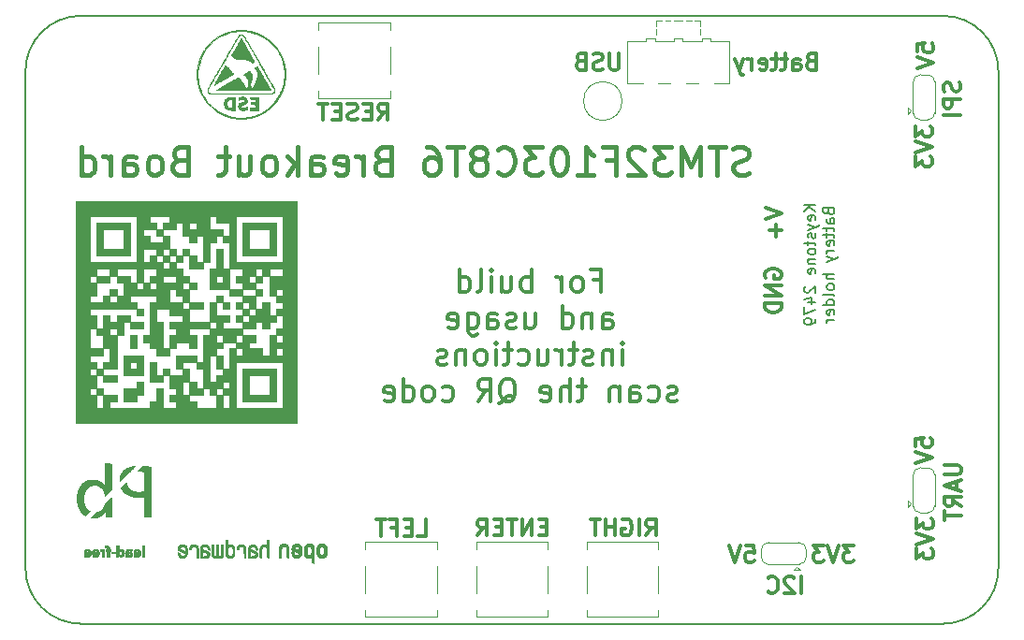
<source format=gbr>
G04 #@! TF.GenerationSoftware,KiCad,Pcbnew,(5.0.2)-1*
G04 #@! TF.CreationDate,2019-04-05T09:57:39+01:00*
G04 #@! TF.ProjectId,PCB_Card,5043425f-4361-4726-942e-6b696361645f,02*
G04 #@! TF.SameCoordinates,PX6ddf710PY7643e10*
G04 #@! TF.FileFunction,Legend,Bot*
G04 #@! TF.FilePolarity,Positive*
%FSLAX46Y46*%
G04 Gerber Fmt 4.6, Leading zero omitted, Abs format (unit mm)*
G04 Created by KiCad (PCBNEW (5.0.2)-1) date 05/04/2019 09:57:39*
%MOMM*%
%LPD*%
G01*
G04 APERTURE LIST*
%ADD10C,0.300000*%
%ADD11C,0.200000*%
%ADD12C,0.400000*%
%ADD13C,0.120000*%
%ADD14C,0.010000*%
G04 APERTURE END LIST*
D10*
X51354285Y31092858D02*
X52020952Y31092858D01*
X52020952Y30045239D02*
X52020952Y32045239D01*
X51068571Y32045239D01*
X50020952Y30045239D02*
X50211428Y30140477D01*
X50306666Y30235715D01*
X50401904Y30426191D01*
X50401904Y30997620D01*
X50306666Y31188096D01*
X50211428Y31283334D01*
X50020952Y31378572D01*
X49735238Y31378572D01*
X49544761Y31283334D01*
X49449523Y31188096D01*
X49354285Y30997620D01*
X49354285Y30426191D01*
X49449523Y30235715D01*
X49544761Y30140477D01*
X49735238Y30045239D01*
X50020952Y30045239D01*
X48497142Y30045239D02*
X48497142Y31378572D01*
X48497142Y30997620D02*
X48401904Y31188096D01*
X48306666Y31283334D01*
X48116190Y31378572D01*
X47925714Y31378572D01*
X45735238Y30045239D02*
X45735238Y32045239D01*
X45735238Y31283334D02*
X45544761Y31378572D01*
X45163809Y31378572D01*
X44973333Y31283334D01*
X44878095Y31188096D01*
X44782857Y30997620D01*
X44782857Y30426191D01*
X44878095Y30235715D01*
X44973333Y30140477D01*
X45163809Y30045239D01*
X45544761Y30045239D01*
X45735238Y30140477D01*
X43068571Y31378572D02*
X43068571Y30045239D01*
X43925714Y31378572D02*
X43925714Y30330953D01*
X43830476Y30140477D01*
X43640000Y30045239D01*
X43354285Y30045239D01*
X43163809Y30140477D01*
X43068571Y30235715D01*
X42116190Y30045239D02*
X42116190Y31378572D01*
X42116190Y32045239D02*
X42211428Y31950000D01*
X42116190Y31854762D01*
X42020952Y31950000D01*
X42116190Y32045239D01*
X42116190Y31854762D01*
X40878095Y30045239D02*
X41068571Y30140477D01*
X41163809Y30330953D01*
X41163809Y32045239D01*
X39259047Y30045239D02*
X39259047Y32045239D01*
X39259047Y30140477D02*
X39449523Y30045239D01*
X39830476Y30045239D01*
X40020952Y30140477D01*
X40116190Y30235715D01*
X40211428Y30426191D01*
X40211428Y30997620D01*
X40116190Y31188096D01*
X40020952Y31283334D01*
X39830476Y31378572D01*
X39449523Y31378572D01*
X39259047Y31283334D01*
X52163809Y26745239D02*
X52163809Y27792858D01*
X52259047Y27983334D01*
X52449523Y28078572D01*
X52830476Y28078572D01*
X53020952Y27983334D01*
X52163809Y26840477D02*
X52354285Y26745239D01*
X52830476Y26745239D01*
X53020952Y26840477D01*
X53116190Y27030953D01*
X53116190Y27221429D01*
X53020952Y27411905D01*
X52830476Y27507143D01*
X52354285Y27507143D01*
X52163809Y27602381D01*
X51211428Y28078572D02*
X51211428Y26745239D01*
X51211428Y27888096D02*
X51116190Y27983334D01*
X50925714Y28078572D01*
X50640000Y28078572D01*
X50449523Y27983334D01*
X50354285Y27792858D01*
X50354285Y26745239D01*
X48544761Y26745239D02*
X48544761Y28745239D01*
X48544761Y26840477D02*
X48735238Y26745239D01*
X49116190Y26745239D01*
X49306666Y26840477D01*
X49401904Y26935715D01*
X49497142Y27126191D01*
X49497142Y27697620D01*
X49401904Y27888096D01*
X49306666Y27983334D01*
X49116190Y28078572D01*
X48735238Y28078572D01*
X48544761Y27983334D01*
X45211428Y28078572D02*
X45211428Y26745239D01*
X46068571Y28078572D02*
X46068571Y27030953D01*
X45973333Y26840477D01*
X45782857Y26745239D01*
X45497142Y26745239D01*
X45306666Y26840477D01*
X45211428Y26935715D01*
X44354285Y26840477D02*
X44163809Y26745239D01*
X43782857Y26745239D01*
X43592380Y26840477D01*
X43497142Y27030953D01*
X43497142Y27126191D01*
X43592380Y27316667D01*
X43782857Y27411905D01*
X44068571Y27411905D01*
X44259047Y27507143D01*
X44354285Y27697620D01*
X44354285Y27792858D01*
X44259047Y27983334D01*
X44068571Y28078572D01*
X43782857Y28078572D01*
X43592380Y27983334D01*
X41782857Y26745239D02*
X41782857Y27792858D01*
X41878095Y27983334D01*
X42068571Y28078572D01*
X42449523Y28078572D01*
X42640000Y27983334D01*
X41782857Y26840477D02*
X41973333Y26745239D01*
X42449523Y26745239D01*
X42640000Y26840477D01*
X42735238Y27030953D01*
X42735238Y27221429D01*
X42640000Y27411905D01*
X42449523Y27507143D01*
X41973333Y27507143D01*
X41782857Y27602381D01*
X39973333Y28078572D02*
X39973333Y26459524D01*
X40068571Y26269048D01*
X40163809Y26173810D01*
X40354285Y26078572D01*
X40640000Y26078572D01*
X40830476Y26173810D01*
X39973333Y26840477D02*
X40163809Y26745239D01*
X40544761Y26745239D01*
X40735238Y26840477D01*
X40830476Y26935715D01*
X40925714Y27126191D01*
X40925714Y27697620D01*
X40830476Y27888096D01*
X40735238Y27983334D01*
X40544761Y28078572D01*
X40163809Y28078572D01*
X39973333Y27983334D01*
X38259047Y26840477D02*
X38449523Y26745239D01*
X38830476Y26745239D01*
X39020952Y26840477D01*
X39116190Y27030953D01*
X39116190Y27792858D01*
X39020952Y27983334D01*
X38830476Y28078572D01*
X38449523Y28078572D01*
X38259047Y27983334D01*
X38163809Y27792858D01*
X38163809Y27602381D01*
X39116190Y27411905D01*
X53973333Y23445239D02*
X53973333Y24778572D01*
X53973333Y25445239D02*
X54068571Y25350000D01*
X53973333Y25254762D01*
X53878095Y25350000D01*
X53973333Y25445239D01*
X53973333Y25254762D01*
X53020952Y24778572D02*
X53020952Y23445239D01*
X53020952Y24588096D02*
X52925714Y24683334D01*
X52735238Y24778572D01*
X52449523Y24778572D01*
X52259047Y24683334D01*
X52163809Y24492858D01*
X52163809Y23445239D01*
X51306666Y23540477D02*
X51116190Y23445239D01*
X50735238Y23445239D01*
X50544761Y23540477D01*
X50449523Y23730953D01*
X50449523Y23826191D01*
X50544761Y24016667D01*
X50735238Y24111905D01*
X51020952Y24111905D01*
X51211428Y24207143D01*
X51306666Y24397620D01*
X51306666Y24492858D01*
X51211428Y24683334D01*
X51020952Y24778572D01*
X50735238Y24778572D01*
X50544761Y24683334D01*
X49878095Y24778572D02*
X49116190Y24778572D01*
X49592380Y25445239D02*
X49592380Y23730953D01*
X49497142Y23540477D01*
X49306666Y23445239D01*
X49116190Y23445239D01*
X48449523Y23445239D02*
X48449523Y24778572D01*
X48449523Y24397620D02*
X48354285Y24588096D01*
X48259047Y24683334D01*
X48068571Y24778572D01*
X47878095Y24778572D01*
X46354285Y24778572D02*
X46354285Y23445239D01*
X47211428Y24778572D02*
X47211428Y23730953D01*
X47116190Y23540477D01*
X46925714Y23445239D01*
X46640000Y23445239D01*
X46449523Y23540477D01*
X46354285Y23635715D01*
X44544761Y23540477D02*
X44735238Y23445239D01*
X45116190Y23445239D01*
X45306666Y23540477D01*
X45401904Y23635715D01*
X45497142Y23826191D01*
X45497142Y24397620D01*
X45401904Y24588096D01*
X45306666Y24683334D01*
X45116190Y24778572D01*
X44735238Y24778572D01*
X44544761Y24683334D01*
X43973333Y24778572D02*
X43211428Y24778572D01*
X43687619Y25445239D02*
X43687619Y23730953D01*
X43592380Y23540477D01*
X43401904Y23445239D01*
X43211428Y23445239D01*
X42544761Y23445239D02*
X42544761Y24778572D01*
X42544761Y25445239D02*
X42640000Y25350000D01*
X42544761Y25254762D01*
X42449523Y25350000D01*
X42544761Y25445239D01*
X42544761Y25254762D01*
X41306666Y23445239D02*
X41497142Y23540477D01*
X41592380Y23635715D01*
X41687619Y23826191D01*
X41687619Y24397620D01*
X41592380Y24588096D01*
X41497142Y24683334D01*
X41306666Y24778572D01*
X41020952Y24778572D01*
X40830476Y24683334D01*
X40735238Y24588096D01*
X40640000Y24397620D01*
X40640000Y23826191D01*
X40735238Y23635715D01*
X40830476Y23540477D01*
X41020952Y23445239D01*
X41306666Y23445239D01*
X39782857Y24778572D02*
X39782857Y23445239D01*
X39782857Y24588096D02*
X39687619Y24683334D01*
X39497142Y24778572D01*
X39211428Y24778572D01*
X39020952Y24683334D01*
X38925714Y24492858D01*
X38925714Y23445239D01*
X38068571Y23540477D02*
X37878095Y23445239D01*
X37497142Y23445239D01*
X37306666Y23540477D01*
X37211428Y23730953D01*
X37211428Y23826191D01*
X37306666Y24016667D01*
X37497142Y24111905D01*
X37782857Y24111905D01*
X37973333Y24207143D01*
X38068571Y24397620D01*
X38068571Y24492858D01*
X37973333Y24683334D01*
X37782857Y24778572D01*
X37497142Y24778572D01*
X37306666Y24683334D01*
X58925714Y20240477D02*
X58735238Y20145239D01*
X58354285Y20145239D01*
X58163809Y20240477D01*
X58068571Y20430953D01*
X58068571Y20526191D01*
X58163809Y20716667D01*
X58354285Y20811905D01*
X58640000Y20811905D01*
X58830476Y20907143D01*
X58925714Y21097620D01*
X58925714Y21192858D01*
X58830476Y21383334D01*
X58640000Y21478572D01*
X58354285Y21478572D01*
X58163809Y21383334D01*
X56354285Y20240477D02*
X56544761Y20145239D01*
X56925714Y20145239D01*
X57116190Y20240477D01*
X57211428Y20335715D01*
X57306666Y20526191D01*
X57306666Y21097620D01*
X57211428Y21288096D01*
X57116190Y21383334D01*
X56925714Y21478572D01*
X56544761Y21478572D01*
X56354285Y21383334D01*
X54640000Y20145239D02*
X54640000Y21192858D01*
X54735238Y21383334D01*
X54925714Y21478572D01*
X55306666Y21478572D01*
X55497142Y21383334D01*
X54640000Y20240477D02*
X54830476Y20145239D01*
X55306666Y20145239D01*
X55497142Y20240477D01*
X55592380Y20430953D01*
X55592380Y20621429D01*
X55497142Y20811905D01*
X55306666Y20907143D01*
X54830476Y20907143D01*
X54640000Y21002381D01*
X53687619Y21478572D02*
X53687619Y20145239D01*
X53687619Y21288096D02*
X53592380Y21383334D01*
X53401904Y21478572D01*
X53116190Y21478572D01*
X52925714Y21383334D01*
X52830476Y21192858D01*
X52830476Y20145239D01*
X50640000Y21478572D02*
X49878095Y21478572D01*
X50354285Y22145239D02*
X50354285Y20430953D01*
X50259047Y20240477D01*
X50068571Y20145239D01*
X49878095Y20145239D01*
X49211428Y20145239D02*
X49211428Y22145239D01*
X48354285Y20145239D02*
X48354285Y21192858D01*
X48449523Y21383334D01*
X48640000Y21478572D01*
X48925714Y21478572D01*
X49116190Y21383334D01*
X49211428Y21288096D01*
X46640000Y20240477D02*
X46830476Y20145239D01*
X47211428Y20145239D01*
X47401904Y20240477D01*
X47497142Y20430953D01*
X47497142Y21192858D01*
X47401904Y21383334D01*
X47211428Y21478572D01*
X46830476Y21478572D01*
X46640000Y21383334D01*
X46544761Y21192858D01*
X46544761Y21002381D01*
X47497142Y20811905D01*
X42830476Y19954762D02*
X43020952Y20050000D01*
X43211428Y20240477D01*
X43497142Y20526191D01*
X43687619Y20621429D01*
X43878095Y20621429D01*
X43782857Y20145239D02*
X43973333Y20240477D01*
X44163809Y20430953D01*
X44259047Y20811905D01*
X44259047Y21478572D01*
X44163809Y21859524D01*
X43973333Y22050000D01*
X43782857Y22145239D01*
X43401904Y22145239D01*
X43211428Y22050000D01*
X43020952Y21859524D01*
X42925714Y21478572D01*
X42925714Y20811905D01*
X43020952Y20430953D01*
X43211428Y20240477D01*
X43401904Y20145239D01*
X43782857Y20145239D01*
X40925714Y20145239D02*
X41592380Y21097620D01*
X42068571Y20145239D02*
X42068571Y22145239D01*
X41306666Y22145239D01*
X41116190Y22050000D01*
X41020952Y21954762D01*
X40925714Y21764286D01*
X40925714Y21478572D01*
X41020952Y21288096D01*
X41116190Y21192858D01*
X41306666Y21097620D01*
X42068571Y21097620D01*
X37687619Y20240477D02*
X37878095Y20145239D01*
X38259047Y20145239D01*
X38449523Y20240477D01*
X38544761Y20335715D01*
X38640000Y20526191D01*
X38640000Y21097620D01*
X38544761Y21288096D01*
X38449523Y21383334D01*
X38259047Y21478572D01*
X37878095Y21478572D01*
X37687619Y21383334D01*
X36544761Y20145239D02*
X36735238Y20240477D01*
X36830476Y20335715D01*
X36925714Y20526191D01*
X36925714Y21097620D01*
X36830476Y21288096D01*
X36735238Y21383334D01*
X36544761Y21478572D01*
X36259047Y21478572D01*
X36068571Y21383334D01*
X35973333Y21288096D01*
X35878095Y21097620D01*
X35878095Y20526191D01*
X35973333Y20335715D01*
X36068571Y20240477D01*
X36259047Y20145239D01*
X36544761Y20145239D01*
X34163809Y20145239D02*
X34163809Y22145239D01*
X34163809Y20240477D02*
X34354285Y20145239D01*
X34735238Y20145239D01*
X34925714Y20240477D01*
X35020952Y20335715D01*
X35116190Y20526191D01*
X35116190Y21097620D01*
X35020952Y21288096D01*
X34925714Y21383334D01*
X34735238Y21478572D01*
X34354285Y21478572D01*
X34163809Y21383334D01*
X32449523Y20240477D02*
X32640000Y20145239D01*
X33020952Y20145239D01*
X33211428Y20240477D01*
X33306666Y20430953D01*
X33306666Y21192858D01*
X33211428Y21383334D01*
X33020952Y21478572D01*
X32640000Y21478572D01*
X32449523Y21383334D01*
X32354285Y21192858D01*
X32354285Y21002381D01*
X33306666Y20811905D01*
D11*
X87980000Y50010000D02*
X87980000Y5010000D01*
D10*
X84437142Y48995715D02*
X84508571Y48781429D01*
X84508571Y48424286D01*
X84437142Y48281429D01*
X84365714Y48210000D01*
X84222857Y48138572D01*
X84080000Y48138572D01*
X83937142Y48210000D01*
X83865714Y48281429D01*
X83794285Y48424286D01*
X83722857Y48710000D01*
X83651428Y48852858D01*
X83580000Y48924286D01*
X83437142Y48995715D01*
X83294285Y48995715D01*
X83151428Y48924286D01*
X83080000Y48852858D01*
X83008571Y48710000D01*
X83008571Y48352858D01*
X83080000Y48138572D01*
X84508571Y47495715D02*
X83008571Y47495715D01*
X83008571Y46924286D01*
X83080000Y46781429D01*
X83151428Y46710000D01*
X83294285Y46638572D01*
X83508571Y46638572D01*
X83651428Y46710000D01*
X83722857Y46781429D01*
X83794285Y46924286D01*
X83794285Y47495715D01*
X84508571Y45995715D02*
X83008571Y45995715D01*
X83108571Y14352858D02*
X84322857Y14352858D01*
X84465714Y14281429D01*
X84537142Y14210000D01*
X84608571Y14067143D01*
X84608571Y13781429D01*
X84537142Y13638572D01*
X84465714Y13567143D01*
X84322857Y13495715D01*
X83108571Y13495715D01*
X84180000Y12852858D02*
X84180000Y12138572D01*
X84608571Y12995715D02*
X83108571Y12495715D01*
X84608571Y11995715D01*
X84608571Y10638572D02*
X83894285Y11138572D01*
X84608571Y11495715D02*
X83108571Y11495715D01*
X83108571Y10924286D01*
X83180000Y10781429D01*
X83251428Y10710000D01*
X83394285Y10638572D01*
X83608571Y10638572D01*
X83751428Y10710000D01*
X83822857Y10781429D01*
X83894285Y10924286D01*
X83894285Y11495715D01*
X83108571Y10210000D02*
X83108571Y9352858D01*
X84608571Y9781429D02*
X83108571Y9781429D01*
X70144285Y2781429D02*
X70144285Y4281429D01*
X69501428Y4138572D02*
X69430000Y4210000D01*
X69287142Y4281429D01*
X68930000Y4281429D01*
X68787142Y4210000D01*
X68715714Y4138572D01*
X68644285Y3995715D01*
X68644285Y3852858D01*
X68715714Y3638572D01*
X69572857Y2781429D01*
X68644285Y2781429D01*
X67144285Y2924286D02*
X67215714Y2852858D01*
X67430000Y2781429D01*
X67572857Y2781429D01*
X67787142Y2852858D01*
X67930000Y2995715D01*
X68001428Y3138572D01*
X68072857Y3424286D01*
X68072857Y3638572D01*
X68001428Y3924286D01*
X67930000Y4067143D01*
X67787142Y4210000D01*
X67572857Y4281429D01*
X67430000Y4281429D01*
X67215714Y4210000D01*
X67144285Y4138572D01*
X66930000Y31292858D02*
X66858571Y31435715D01*
X66858571Y31650000D01*
X66930000Y31864286D01*
X67072857Y32007143D01*
X67215714Y32078572D01*
X67501428Y32150000D01*
X67715714Y32150000D01*
X68001428Y32078572D01*
X68144285Y32007143D01*
X68287142Y31864286D01*
X68358571Y31650000D01*
X68358571Y31507143D01*
X68287142Y31292858D01*
X68215714Y31221429D01*
X67715714Y31221429D01*
X67715714Y31507143D01*
X68358571Y30578572D02*
X66858571Y30578572D01*
X68358571Y29721429D01*
X66858571Y29721429D01*
X68358571Y29007143D02*
X66858571Y29007143D01*
X66858571Y28650000D01*
X66930000Y28435715D01*
X67072857Y28292858D01*
X67215714Y28221429D01*
X67501428Y28150000D01*
X67715714Y28150000D01*
X68001428Y28221429D01*
X68144285Y28292858D01*
X68287142Y28435715D01*
X68358571Y28650000D01*
X68358571Y29007143D01*
X66908571Y37648572D02*
X68408571Y37148572D01*
X66908571Y36648572D01*
X67837142Y36148572D02*
X67837142Y35005715D01*
X68408571Y35577143D02*
X67265714Y35577143D01*
X31908571Y45581429D02*
X32408571Y46295715D01*
X32765714Y45581429D02*
X32765714Y47081429D01*
X32194285Y47081429D01*
X32051428Y47010000D01*
X31980000Y46938572D01*
X31908571Y46795715D01*
X31908571Y46581429D01*
X31980000Y46438572D01*
X32051428Y46367143D01*
X32194285Y46295715D01*
X32765714Y46295715D01*
X31265714Y46367143D02*
X30765714Y46367143D01*
X30551428Y45581429D02*
X31265714Y45581429D01*
X31265714Y47081429D01*
X30551428Y47081429D01*
X29980000Y45652858D02*
X29765714Y45581429D01*
X29408571Y45581429D01*
X29265714Y45652858D01*
X29194285Y45724286D01*
X29122857Y45867143D01*
X29122857Y46010000D01*
X29194285Y46152858D01*
X29265714Y46224286D01*
X29408571Y46295715D01*
X29694285Y46367143D01*
X29837142Y46438572D01*
X29908571Y46510000D01*
X29980000Y46652858D01*
X29980000Y46795715D01*
X29908571Y46938572D01*
X29837142Y47010000D01*
X29694285Y47081429D01*
X29337142Y47081429D01*
X29122857Y47010000D01*
X28480000Y46367143D02*
X27980000Y46367143D01*
X27765714Y45581429D02*
X28480000Y45581429D01*
X28480000Y47081429D01*
X27765714Y47081429D01*
X27337142Y47081429D02*
X26480000Y47081429D01*
X26908571Y45581429D02*
X26908571Y47081429D01*
X56130000Y7981429D02*
X56630000Y8695715D01*
X56987142Y7981429D02*
X56987142Y9481429D01*
X56415714Y9481429D01*
X56272857Y9410000D01*
X56201428Y9338572D01*
X56130000Y9195715D01*
X56130000Y8981429D01*
X56201428Y8838572D01*
X56272857Y8767143D01*
X56415714Y8695715D01*
X56987142Y8695715D01*
X55487142Y7981429D02*
X55487142Y9481429D01*
X53987142Y9410000D02*
X54130000Y9481429D01*
X54344285Y9481429D01*
X54558571Y9410000D01*
X54701428Y9267143D01*
X54772857Y9124286D01*
X54844285Y8838572D01*
X54844285Y8624286D01*
X54772857Y8338572D01*
X54701428Y8195715D01*
X54558571Y8052858D01*
X54344285Y7981429D01*
X54201428Y7981429D01*
X53987142Y8052858D01*
X53915714Y8124286D01*
X53915714Y8624286D01*
X54201428Y8624286D01*
X53272857Y7981429D02*
X53272857Y9481429D01*
X53272857Y8767143D02*
X52415714Y8767143D01*
X52415714Y7981429D02*
X52415714Y9481429D01*
X51915714Y9481429D02*
X51058571Y9481429D01*
X51487142Y7981429D02*
X51487142Y9481429D01*
X47137142Y8767143D02*
X46637142Y8767143D01*
X46422857Y7981429D02*
X47137142Y7981429D01*
X47137142Y9481429D01*
X46422857Y9481429D01*
X45780000Y7981429D02*
X45780000Y9481429D01*
X44922857Y7981429D01*
X44922857Y9481429D01*
X44422857Y9481429D02*
X43565714Y9481429D01*
X43994285Y7981429D02*
X43994285Y9481429D01*
X43065714Y8767143D02*
X42565714Y8767143D01*
X42351428Y7981429D02*
X43065714Y7981429D01*
X43065714Y9481429D01*
X42351428Y9481429D01*
X40851428Y7981429D02*
X41351428Y8695715D01*
X41708571Y7981429D02*
X41708571Y9481429D01*
X41137142Y9481429D01*
X40994285Y9410000D01*
X40922857Y9338572D01*
X40851428Y9195715D01*
X40851428Y8981429D01*
X40922857Y8838572D01*
X40994285Y8767143D01*
X41137142Y8695715D01*
X41708571Y8695715D01*
X35458571Y7931429D02*
X36172857Y7931429D01*
X36172857Y9431429D01*
X34958571Y8717143D02*
X34458571Y8717143D01*
X34244285Y7931429D02*
X34958571Y7931429D01*
X34958571Y9431429D01*
X34244285Y9431429D01*
X33101428Y8717143D02*
X33601428Y8717143D01*
X33601428Y7931429D02*
X33601428Y9431429D01*
X32887142Y9431429D01*
X32530000Y9431429D02*
X31672857Y9431429D01*
X32101428Y7931429D02*
X32101428Y9431429D01*
X74887142Y7081429D02*
X73958571Y7081429D01*
X74458571Y6510000D01*
X74244285Y6510000D01*
X74101428Y6438572D01*
X74030000Y6367143D01*
X73958571Y6224286D01*
X73958571Y5867143D01*
X74030000Y5724286D01*
X74101428Y5652858D01*
X74244285Y5581429D01*
X74672857Y5581429D01*
X74815714Y5652858D01*
X74887142Y5724286D01*
X73530000Y7081429D02*
X73030000Y5581429D01*
X72530000Y7081429D01*
X72172857Y7081429D02*
X71244285Y7081429D01*
X71744285Y6510000D01*
X71530000Y6510000D01*
X71387142Y6438572D01*
X71315714Y6367143D01*
X71244285Y6224286D01*
X71244285Y5867143D01*
X71315714Y5724286D01*
X71387142Y5652858D01*
X71530000Y5581429D01*
X71958571Y5581429D01*
X72101428Y5652858D01*
X72172857Y5724286D01*
X65115714Y7081429D02*
X65830000Y7081429D01*
X65901428Y6367143D01*
X65830000Y6438572D01*
X65687142Y6510000D01*
X65330000Y6510000D01*
X65187142Y6438572D01*
X65115714Y6367143D01*
X65044285Y6224286D01*
X65044285Y5867143D01*
X65115714Y5724286D01*
X65187142Y5652858D01*
X65330000Y5581429D01*
X65687142Y5581429D01*
X65830000Y5652858D01*
X65901428Y5724286D01*
X64615714Y7081429D02*
X64115714Y5581429D01*
X63615714Y7081429D01*
X80508571Y16045715D02*
X80508571Y16760000D01*
X81222857Y16831429D01*
X81151428Y16760000D01*
X81080000Y16617143D01*
X81080000Y16260000D01*
X81151428Y16117143D01*
X81222857Y16045715D01*
X81365714Y15974286D01*
X81722857Y15974286D01*
X81865714Y16045715D01*
X81937142Y16117143D01*
X82008571Y16260000D01*
X82008571Y16617143D01*
X81937142Y16760000D01*
X81865714Y16831429D01*
X80508571Y15545715D02*
X82008571Y15045715D01*
X80508571Y14545715D01*
X80558571Y9517143D02*
X80558571Y8588572D01*
X81130000Y9088572D01*
X81130000Y8874286D01*
X81201428Y8731429D01*
X81272857Y8660000D01*
X81415714Y8588572D01*
X81772857Y8588572D01*
X81915714Y8660000D01*
X81987142Y8731429D01*
X82058571Y8874286D01*
X82058571Y9302858D01*
X81987142Y9445715D01*
X81915714Y9517143D01*
X80558571Y8160000D02*
X82058571Y7660000D01*
X80558571Y7160000D01*
X80558571Y6802858D02*
X80558571Y5874286D01*
X81130000Y6374286D01*
X81130000Y6160000D01*
X81201428Y6017143D01*
X81272857Y5945715D01*
X81415714Y5874286D01*
X81772857Y5874286D01*
X81915714Y5945715D01*
X81987142Y6017143D01*
X82058571Y6160000D01*
X82058571Y6588572D01*
X81987142Y6731429D01*
X81915714Y6802858D01*
X80508571Y45017143D02*
X80508571Y44088572D01*
X81080000Y44588572D01*
X81080000Y44374286D01*
X81151428Y44231429D01*
X81222857Y44160000D01*
X81365714Y44088572D01*
X81722857Y44088572D01*
X81865714Y44160000D01*
X81937142Y44231429D01*
X82008571Y44374286D01*
X82008571Y44802858D01*
X81937142Y44945715D01*
X81865714Y45017143D01*
X80508571Y43660000D02*
X82008571Y43160000D01*
X80508571Y42660000D01*
X80508571Y42302858D02*
X80508571Y41374286D01*
X81080000Y41874286D01*
X81080000Y41660000D01*
X81151428Y41517143D01*
X81222857Y41445715D01*
X81365714Y41374286D01*
X81722857Y41374286D01*
X81865714Y41445715D01*
X81937142Y41517143D01*
X82008571Y41660000D01*
X82008571Y42088572D01*
X81937142Y42231429D01*
X81865714Y42302858D01*
X80608571Y51745715D02*
X80608571Y52460000D01*
X81322857Y52531429D01*
X81251428Y52460000D01*
X81180000Y52317143D01*
X81180000Y51960000D01*
X81251428Y51817143D01*
X81322857Y51745715D01*
X81465714Y51674286D01*
X81822857Y51674286D01*
X81965714Y51745715D01*
X82037142Y51817143D01*
X82108571Y51960000D01*
X82108571Y52317143D01*
X82037142Y52460000D01*
X81965714Y52531429D01*
X80608571Y51245715D02*
X82108571Y50745715D01*
X80608571Y50245715D01*
X71037142Y50917143D02*
X70822857Y50845715D01*
X70751428Y50774286D01*
X70680000Y50631429D01*
X70680000Y50417143D01*
X70751428Y50274286D01*
X70822857Y50202858D01*
X70965714Y50131429D01*
X71537142Y50131429D01*
X71537142Y51631429D01*
X71037142Y51631429D01*
X70894285Y51560000D01*
X70822857Y51488572D01*
X70751428Y51345715D01*
X70751428Y51202858D01*
X70822857Y51060000D01*
X70894285Y50988572D01*
X71037142Y50917143D01*
X71537142Y50917143D01*
X69394285Y50131429D02*
X69394285Y50917143D01*
X69465714Y51060000D01*
X69608571Y51131429D01*
X69894285Y51131429D01*
X70037142Y51060000D01*
X69394285Y50202858D02*
X69537142Y50131429D01*
X69894285Y50131429D01*
X70037142Y50202858D01*
X70108571Y50345715D01*
X70108571Y50488572D01*
X70037142Y50631429D01*
X69894285Y50702858D01*
X69537142Y50702858D01*
X69394285Y50774286D01*
X68894285Y51131429D02*
X68322857Y51131429D01*
X68680000Y51631429D02*
X68680000Y50345715D01*
X68608571Y50202858D01*
X68465714Y50131429D01*
X68322857Y50131429D01*
X68037142Y51131429D02*
X67465714Y51131429D01*
X67822857Y51631429D02*
X67822857Y50345715D01*
X67751428Y50202858D01*
X67608571Y50131429D01*
X67465714Y50131429D01*
X66394285Y50202858D02*
X66537142Y50131429D01*
X66822857Y50131429D01*
X66965714Y50202858D01*
X67037142Y50345715D01*
X67037142Y50917143D01*
X66965714Y51060000D01*
X66822857Y51131429D01*
X66537142Y51131429D01*
X66394285Y51060000D01*
X66322857Y50917143D01*
X66322857Y50774286D01*
X67037142Y50631429D01*
X65680000Y50131429D02*
X65680000Y51131429D01*
X65680000Y50845715D02*
X65608571Y50988572D01*
X65537142Y51060000D01*
X65394285Y51131429D01*
X65251428Y51131429D01*
X64894285Y51131429D02*
X64537142Y50131429D01*
X64180000Y51131429D02*
X64537142Y50131429D01*
X64680000Y49774286D01*
X64751428Y49702858D01*
X64894285Y49631429D01*
X53672857Y51631429D02*
X53672857Y50417143D01*
X53601428Y50274286D01*
X53530000Y50202858D01*
X53387142Y50131429D01*
X53101428Y50131429D01*
X52958571Y50202858D01*
X52887142Y50274286D01*
X52815714Y50417143D01*
X52815714Y51631429D01*
X52172857Y50202858D02*
X51958571Y50131429D01*
X51601428Y50131429D01*
X51458571Y50202858D01*
X51387142Y50274286D01*
X51315714Y50417143D01*
X51315714Y50560000D01*
X51387142Y50702858D01*
X51458571Y50774286D01*
X51601428Y50845715D01*
X51887142Y50917143D01*
X52030000Y50988572D01*
X52101428Y51060000D01*
X52172857Y51202858D01*
X52172857Y51345715D01*
X52101428Y51488572D01*
X52030000Y51560000D01*
X51887142Y51631429D01*
X51530000Y51631429D01*
X51315714Y51560000D01*
X50172857Y50917143D02*
X49958571Y50845715D01*
X49887142Y50774286D01*
X49815714Y50631429D01*
X49815714Y50417143D01*
X49887142Y50274286D01*
X49958571Y50202858D01*
X50101428Y50131429D01*
X50672857Y50131429D01*
X50672857Y51631429D01*
X50172857Y51631429D01*
X50030000Y51560000D01*
X49958571Y51488572D01*
X49887142Y51345715D01*
X49887142Y51202858D01*
X49958571Y51060000D01*
X50030000Y50988572D01*
X50172857Y50917143D01*
X50672857Y50917143D01*
D11*
X71432380Y37890953D02*
X70432380Y37890953D01*
X71432380Y37319524D02*
X70860952Y37748096D01*
X70432380Y37319524D02*
X71003809Y37890953D01*
X71384761Y36510000D02*
X71432380Y36605239D01*
X71432380Y36795715D01*
X71384761Y36890953D01*
X71289523Y36938572D01*
X70908571Y36938572D01*
X70813333Y36890953D01*
X70765714Y36795715D01*
X70765714Y36605239D01*
X70813333Y36510000D01*
X70908571Y36462381D01*
X71003809Y36462381D01*
X71099047Y36938572D01*
X70765714Y36129048D02*
X71432380Y35890953D01*
X70765714Y35652858D02*
X71432380Y35890953D01*
X71670476Y35986191D01*
X71718095Y36033810D01*
X71765714Y36129048D01*
X71384761Y35319524D02*
X71432380Y35224286D01*
X71432380Y35033810D01*
X71384761Y34938572D01*
X71289523Y34890953D01*
X71241904Y34890953D01*
X71146666Y34938572D01*
X71099047Y35033810D01*
X71099047Y35176667D01*
X71051428Y35271905D01*
X70956190Y35319524D01*
X70908571Y35319524D01*
X70813333Y35271905D01*
X70765714Y35176667D01*
X70765714Y35033810D01*
X70813333Y34938572D01*
X70765714Y34605239D02*
X70765714Y34224286D01*
X70432380Y34462381D02*
X71289523Y34462381D01*
X71384761Y34414762D01*
X71432380Y34319524D01*
X71432380Y34224286D01*
X71432380Y33748096D02*
X71384761Y33843334D01*
X71337142Y33890953D01*
X71241904Y33938572D01*
X70956190Y33938572D01*
X70860952Y33890953D01*
X70813333Y33843334D01*
X70765714Y33748096D01*
X70765714Y33605239D01*
X70813333Y33510000D01*
X70860952Y33462381D01*
X70956190Y33414762D01*
X71241904Y33414762D01*
X71337142Y33462381D01*
X71384761Y33510000D01*
X71432380Y33605239D01*
X71432380Y33748096D01*
X70765714Y32986191D02*
X71432380Y32986191D01*
X70860952Y32986191D02*
X70813333Y32938572D01*
X70765714Y32843334D01*
X70765714Y32700477D01*
X70813333Y32605239D01*
X70908571Y32557620D01*
X71432380Y32557620D01*
X71384761Y31700477D02*
X71432380Y31795715D01*
X71432380Y31986191D01*
X71384761Y32081429D01*
X71289523Y32129048D01*
X70908571Y32129048D01*
X70813333Y32081429D01*
X70765714Y31986191D01*
X70765714Y31795715D01*
X70813333Y31700477D01*
X70908571Y31652858D01*
X71003809Y31652858D01*
X71099047Y32129048D01*
X70527619Y30510000D02*
X70480000Y30462381D01*
X70432380Y30367143D01*
X70432380Y30129048D01*
X70480000Y30033810D01*
X70527619Y29986191D01*
X70622857Y29938572D01*
X70718095Y29938572D01*
X70860952Y29986191D01*
X71432380Y30557620D01*
X71432380Y29938572D01*
X70765714Y29081429D02*
X71432380Y29081429D01*
X70384761Y29319524D02*
X71099047Y29557620D01*
X71099047Y28938572D01*
X70432380Y28652858D02*
X70432380Y27986191D01*
X71432380Y28414762D01*
X71432380Y27557620D02*
X71432380Y27367143D01*
X71384761Y27271905D01*
X71337142Y27224286D01*
X71194285Y27129048D01*
X71003809Y27081429D01*
X70622857Y27081429D01*
X70527619Y27129048D01*
X70480000Y27176667D01*
X70432380Y27271905D01*
X70432380Y27462381D01*
X70480000Y27557620D01*
X70527619Y27605239D01*
X70622857Y27652858D01*
X70860952Y27652858D01*
X70956190Y27605239D01*
X71003809Y27557620D01*
X71051428Y27462381D01*
X71051428Y27271905D01*
X71003809Y27176667D01*
X70956190Y27129048D01*
X70860952Y27081429D01*
X72608571Y37319524D02*
X72656190Y37176667D01*
X72703809Y37129048D01*
X72799047Y37081429D01*
X72941904Y37081429D01*
X73037142Y37129048D01*
X73084761Y37176667D01*
X73132380Y37271905D01*
X73132380Y37652858D01*
X72132380Y37652858D01*
X72132380Y37319524D01*
X72180000Y37224286D01*
X72227619Y37176667D01*
X72322857Y37129048D01*
X72418095Y37129048D01*
X72513333Y37176667D01*
X72560952Y37224286D01*
X72608571Y37319524D01*
X72608571Y37652858D01*
X73132380Y36224286D02*
X72608571Y36224286D01*
X72513333Y36271905D01*
X72465714Y36367143D01*
X72465714Y36557620D01*
X72513333Y36652858D01*
X73084761Y36224286D02*
X73132380Y36319524D01*
X73132380Y36557620D01*
X73084761Y36652858D01*
X72989523Y36700477D01*
X72894285Y36700477D01*
X72799047Y36652858D01*
X72751428Y36557620D01*
X72751428Y36319524D01*
X72703809Y36224286D01*
X72465714Y35890953D02*
X72465714Y35510000D01*
X72132380Y35748096D02*
X72989523Y35748096D01*
X73084761Y35700477D01*
X73132380Y35605239D01*
X73132380Y35510000D01*
X72465714Y35319524D02*
X72465714Y34938572D01*
X72132380Y35176667D02*
X72989523Y35176667D01*
X73084761Y35129048D01*
X73132380Y35033810D01*
X73132380Y34938572D01*
X73084761Y34224286D02*
X73132380Y34319524D01*
X73132380Y34510000D01*
X73084761Y34605239D01*
X72989523Y34652858D01*
X72608571Y34652858D01*
X72513333Y34605239D01*
X72465714Y34510000D01*
X72465714Y34319524D01*
X72513333Y34224286D01*
X72608571Y34176667D01*
X72703809Y34176667D01*
X72799047Y34652858D01*
X73132380Y33748096D02*
X72465714Y33748096D01*
X72656190Y33748096D02*
X72560952Y33700477D01*
X72513333Y33652858D01*
X72465714Y33557620D01*
X72465714Y33462381D01*
X72465714Y33224286D02*
X73132380Y32986191D01*
X72465714Y32748096D02*
X73132380Y32986191D01*
X73370476Y33081429D01*
X73418095Y33129048D01*
X73465714Y33224286D01*
X73132380Y31605239D02*
X72132380Y31605239D01*
X73132380Y31176667D02*
X72608571Y31176667D01*
X72513333Y31224286D01*
X72465714Y31319524D01*
X72465714Y31462381D01*
X72513333Y31557620D01*
X72560952Y31605239D01*
X73132380Y30557620D02*
X73084761Y30652858D01*
X73037142Y30700477D01*
X72941904Y30748096D01*
X72656190Y30748096D01*
X72560952Y30700477D01*
X72513333Y30652858D01*
X72465714Y30557620D01*
X72465714Y30414762D01*
X72513333Y30319524D01*
X72560952Y30271905D01*
X72656190Y30224286D01*
X72941904Y30224286D01*
X73037142Y30271905D01*
X73084761Y30319524D01*
X73132380Y30414762D01*
X73132380Y30557620D01*
X73132380Y29652858D02*
X73084761Y29748096D01*
X72989523Y29795715D01*
X72132380Y29795715D01*
X73132380Y28843334D02*
X72132380Y28843334D01*
X73084761Y28843334D02*
X73132380Y28938572D01*
X73132380Y29129048D01*
X73084761Y29224286D01*
X73037142Y29271905D01*
X72941904Y29319524D01*
X72656190Y29319524D01*
X72560952Y29271905D01*
X72513333Y29224286D01*
X72465714Y29129048D01*
X72465714Y28938572D01*
X72513333Y28843334D01*
X73084761Y27986191D02*
X73132380Y28081429D01*
X73132380Y28271905D01*
X73084761Y28367143D01*
X72989523Y28414762D01*
X72608571Y28414762D01*
X72513333Y28367143D01*
X72465714Y28271905D01*
X72465714Y28081429D01*
X72513333Y27986191D01*
X72608571Y27938572D01*
X72703809Y27938572D01*
X72799047Y28414762D01*
X73132380Y27510000D02*
X72465714Y27510000D01*
X72656190Y27510000D02*
X72560952Y27462381D01*
X72513333Y27414762D01*
X72465714Y27319524D01*
X72465714Y27224286D01*
D12*
X65418095Y40758096D02*
X65060952Y40639048D01*
X64465714Y40639048D01*
X64227619Y40758096D01*
X64108571Y40877143D01*
X63989523Y41115239D01*
X63989523Y41353334D01*
X64108571Y41591429D01*
X64227619Y41710477D01*
X64465714Y41829524D01*
X64941904Y41948572D01*
X65180000Y42067620D01*
X65299047Y42186667D01*
X65418095Y42424762D01*
X65418095Y42662858D01*
X65299047Y42900953D01*
X65180000Y43020000D01*
X64941904Y43139048D01*
X64346666Y43139048D01*
X63989523Y43020000D01*
X63275238Y43139048D02*
X61846666Y43139048D01*
X62560952Y40639048D02*
X62560952Y43139048D01*
X61013333Y40639048D02*
X61013333Y43139048D01*
X60180000Y41353334D01*
X59346666Y43139048D01*
X59346666Y40639048D01*
X58394285Y43139048D02*
X56846666Y43139048D01*
X57680000Y42186667D01*
X57322857Y42186667D01*
X57084761Y42067620D01*
X56965714Y41948572D01*
X56846666Y41710477D01*
X56846666Y41115239D01*
X56965714Y40877143D01*
X57084761Y40758096D01*
X57322857Y40639048D01*
X58037142Y40639048D01*
X58275238Y40758096D01*
X58394285Y40877143D01*
X55894285Y42900953D02*
X55775238Y43020000D01*
X55537142Y43139048D01*
X54941904Y43139048D01*
X54703809Y43020000D01*
X54584761Y42900953D01*
X54465714Y42662858D01*
X54465714Y42424762D01*
X54584761Y42067620D01*
X56013333Y40639048D01*
X54465714Y40639048D01*
X52560952Y41948572D02*
X53394285Y41948572D01*
X53394285Y40639048D02*
X53394285Y43139048D01*
X52203809Y43139048D01*
X49941904Y40639048D02*
X51370476Y40639048D01*
X50656190Y40639048D02*
X50656190Y43139048D01*
X50894285Y42781905D01*
X51132380Y42543810D01*
X51370476Y42424762D01*
X48394285Y43139048D02*
X48156190Y43139048D01*
X47918095Y43020000D01*
X47799047Y42900953D01*
X47680000Y42662858D01*
X47560952Y42186667D01*
X47560952Y41591429D01*
X47680000Y41115239D01*
X47799047Y40877143D01*
X47918095Y40758096D01*
X48156190Y40639048D01*
X48394285Y40639048D01*
X48632380Y40758096D01*
X48751428Y40877143D01*
X48870476Y41115239D01*
X48989523Y41591429D01*
X48989523Y42186667D01*
X48870476Y42662858D01*
X48751428Y42900953D01*
X48632380Y43020000D01*
X48394285Y43139048D01*
X46727619Y43139048D02*
X45180000Y43139048D01*
X46013333Y42186667D01*
X45656190Y42186667D01*
X45418095Y42067620D01*
X45299047Y41948572D01*
X45180000Y41710477D01*
X45180000Y41115239D01*
X45299047Y40877143D01*
X45418095Y40758096D01*
X45656190Y40639048D01*
X46370476Y40639048D01*
X46608571Y40758096D01*
X46727619Y40877143D01*
X42680000Y40877143D02*
X42799047Y40758096D01*
X43156190Y40639048D01*
X43394285Y40639048D01*
X43751428Y40758096D01*
X43989523Y40996191D01*
X44108571Y41234286D01*
X44227619Y41710477D01*
X44227619Y42067620D01*
X44108571Y42543810D01*
X43989523Y42781905D01*
X43751428Y43020000D01*
X43394285Y43139048D01*
X43156190Y43139048D01*
X42799047Y43020000D01*
X42680000Y42900953D01*
X41251428Y42067620D02*
X41489523Y42186667D01*
X41608571Y42305715D01*
X41727619Y42543810D01*
X41727619Y42662858D01*
X41608571Y42900953D01*
X41489523Y43020000D01*
X41251428Y43139048D01*
X40775238Y43139048D01*
X40537142Y43020000D01*
X40418095Y42900953D01*
X40299047Y42662858D01*
X40299047Y42543810D01*
X40418095Y42305715D01*
X40537142Y42186667D01*
X40775238Y42067620D01*
X41251428Y42067620D01*
X41489523Y41948572D01*
X41608571Y41829524D01*
X41727619Y41591429D01*
X41727619Y41115239D01*
X41608571Y40877143D01*
X41489523Y40758096D01*
X41251428Y40639048D01*
X40775238Y40639048D01*
X40537142Y40758096D01*
X40418095Y40877143D01*
X40299047Y41115239D01*
X40299047Y41591429D01*
X40418095Y41829524D01*
X40537142Y41948572D01*
X40775238Y42067620D01*
X39584761Y43139048D02*
X38156190Y43139048D01*
X38870476Y40639048D02*
X38870476Y43139048D01*
X36251428Y43139048D02*
X36727619Y43139048D01*
X36965714Y43020000D01*
X37084761Y42900953D01*
X37322857Y42543810D01*
X37441904Y42067620D01*
X37441904Y41115239D01*
X37322857Y40877143D01*
X37203809Y40758096D01*
X36965714Y40639048D01*
X36489523Y40639048D01*
X36251428Y40758096D01*
X36132380Y40877143D01*
X36013333Y41115239D01*
X36013333Y41710477D01*
X36132380Y41948572D01*
X36251428Y42067620D01*
X36489523Y42186667D01*
X36965714Y42186667D01*
X37203809Y42067620D01*
X37322857Y41948572D01*
X37441904Y41710477D01*
X32203809Y41948572D02*
X31846666Y41829524D01*
X31727619Y41710477D01*
X31608571Y41472381D01*
X31608571Y41115239D01*
X31727619Y40877143D01*
X31846666Y40758096D01*
X32084761Y40639048D01*
X33037142Y40639048D01*
X33037142Y43139048D01*
X32203809Y43139048D01*
X31965714Y43020000D01*
X31846666Y42900953D01*
X31727619Y42662858D01*
X31727619Y42424762D01*
X31846666Y42186667D01*
X31965714Y42067620D01*
X32203809Y41948572D01*
X33037142Y41948572D01*
X30537142Y40639048D02*
X30537142Y42305715D01*
X30537142Y41829524D02*
X30418095Y42067620D01*
X30299047Y42186667D01*
X30060952Y42305715D01*
X29822857Y42305715D01*
X28037142Y40758096D02*
X28275238Y40639048D01*
X28751428Y40639048D01*
X28989523Y40758096D01*
X29108571Y40996191D01*
X29108571Y41948572D01*
X28989523Y42186667D01*
X28751428Y42305715D01*
X28275238Y42305715D01*
X28037142Y42186667D01*
X27918095Y41948572D01*
X27918095Y41710477D01*
X29108571Y41472381D01*
X25775238Y40639048D02*
X25775238Y41948572D01*
X25894285Y42186667D01*
X26132380Y42305715D01*
X26608571Y42305715D01*
X26846666Y42186667D01*
X25775238Y40758096D02*
X26013333Y40639048D01*
X26608571Y40639048D01*
X26846666Y40758096D01*
X26965714Y40996191D01*
X26965714Y41234286D01*
X26846666Y41472381D01*
X26608571Y41591429D01*
X26013333Y41591429D01*
X25775238Y41710477D01*
X24584761Y40639048D02*
X24584761Y43139048D01*
X24346666Y41591429D02*
X23632380Y40639048D01*
X23632380Y42305715D02*
X24584761Y41353334D01*
X22203809Y40639048D02*
X22441904Y40758096D01*
X22560952Y40877143D01*
X22680000Y41115239D01*
X22680000Y41829524D01*
X22560952Y42067620D01*
X22441904Y42186667D01*
X22203809Y42305715D01*
X21846666Y42305715D01*
X21608571Y42186667D01*
X21489523Y42067620D01*
X21370476Y41829524D01*
X21370476Y41115239D01*
X21489523Y40877143D01*
X21608571Y40758096D01*
X21846666Y40639048D01*
X22203809Y40639048D01*
X19227619Y42305715D02*
X19227619Y40639048D01*
X20299047Y42305715D02*
X20299047Y40996191D01*
X20180000Y40758096D01*
X19941904Y40639048D01*
X19584761Y40639048D01*
X19346666Y40758096D01*
X19227619Y40877143D01*
X18394285Y42305715D02*
X17441904Y42305715D01*
X18037142Y43139048D02*
X18037142Y40996191D01*
X17918095Y40758096D01*
X17680000Y40639048D01*
X17441904Y40639048D01*
X13870476Y41948572D02*
X13513333Y41829524D01*
X13394285Y41710477D01*
X13275238Y41472381D01*
X13275238Y41115239D01*
X13394285Y40877143D01*
X13513333Y40758096D01*
X13751428Y40639048D01*
X14703809Y40639048D01*
X14703809Y43139048D01*
X13870476Y43139048D01*
X13632380Y43020000D01*
X13513333Y42900953D01*
X13394285Y42662858D01*
X13394285Y42424762D01*
X13513333Y42186667D01*
X13632380Y42067620D01*
X13870476Y41948572D01*
X14703809Y41948572D01*
X11846666Y40639048D02*
X12084761Y40758096D01*
X12203809Y40877143D01*
X12322857Y41115239D01*
X12322857Y41829524D01*
X12203809Y42067620D01*
X12084761Y42186667D01*
X11846666Y42305715D01*
X11489523Y42305715D01*
X11251428Y42186667D01*
X11132380Y42067620D01*
X11013333Y41829524D01*
X11013333Y41115239D01*
X11132380Y40877143D01*
X11251428Y40758096D01*
X11489523Y40639048D01*
X11846666Y40639048D01*
X8870476Y40639048D02*
X8870476Y41948572D01*
X8989523Y42186667D01*
X9227619Y42305715D01*
X9703809Y42305715D01*
X9941904Y42186667D01*
X8870476Y40758096D02*
X9108571Y40639048D01*
X9703809Y40639048D01*
X9941904Y40758096D01*
X10060952Y40996191D01*
X10060952Y41234286D01*
X9941904Y41472381D01*
X9703809Y41591429D01*
X9108571Y41591429D01*
X8870476Y41710477D01*
X7680000Y40639048D02*
X7680000Y42305715D01*
X7680000Y41829524D02*
X7560952Y42067620D01*
X7441904Y42186667D01*
X7203809Y42305715D01*
X6965714Y42305715D01*
X5060952Y40639048D02*
X5060952Y43139048D01*
X5060952Y40758096D02*
X5299047Y40639048D01*
X5775238Y40639048D01*
X6013333Y40758096D01*
X6132380Y40877143D01*
X6251428Y41115239D01*
X6251428Y41829524D01*
X6132380Y42067620D01*
X6013333Y42186667D01*
X5775238Y42305715D01*
X5299047Y42305715D01*
X5060952Y42186667D01*
D11*
X-20000Y5010000D02*
G75*
G03X4980000Y10000I5000000J0D01*
G01*
X87980000Y5010000D02*
G75*
G02X82980000Y10000I-5000000J0D01*
G01*
X87980000Y50010000D02*
G75*
G03X82980000Y55010000I-5000000J0D01*
G01*
X-20000Y50010000D02*
G75*
G02X4980000Y55010000I5000000J0D01*
G01*
X-20000Y5010000D02*
X-20000Y50010000D01*
X82980000Y10000D02*
X4980000Y10000D01*
X4980000Y55010000D02*
X82980000Y55010000D01*
D13*
G04 #@! TO.C,SW1*
X62235000Y48910000D02*
X63635000Y48910000D01*
X63635000Y48910000D02*
X63635000Y52710000D01*
X54435000Y52710000D02*
X54435000Y48910000D01*
X54435000Y48910000D02*
X55835000Y48910000D01*
X60835000Y48910000D02*
X59735000Y48910000D01*
X59735000Y48910000D02*
X59735000Y48910000D01*
X58335000Y48910000D02*
X57235000Y48910000D01*
X57235000Y48910000D02*
X57235000Y48910000D01*
X63635000Y52710000D02*
X61935000Y52710000D01*
X61935000Y52710000D02*
X61935000Y53010000D01*
X61935000Y53010000D02*
X61135000Y53010000D01*
X61135000Y53010000D02*
X61135000Y52710000D01*
X61135000Y52710000D02*
X59435000Y52710000D01*
X59435000Y52710000D02*
X59435000Y53010000D01*
X59435000Y53010000D02*
X58635000Y53010000D01*
X58635000Y53010000D02*
X58635000Y52710000D01*
X58635000Y52710000D02*
X56935000Y52710000D01*
X56935000Y52710000D02*
X56935000Y53010000D01*
X56935000Y53010000D02*
X56135000Y53010000D01*
X56135000Y53010000D02*
X56135000Y52710000D01*
X56135000Y52710000D02*
X54435000Y52710000D01*
X54435000Y52710000D02*
X54435000Y52710000D01*
X57035000Y54610000D02*
X57035000Y54110000D01*
X57035000Y54110000D02*
X57035000Y54110000D01*
X57035000Y54610000D02*
X57535000Y54610000D01*
X57535000Y54610000D02*
X57535000Y54610000D01*
X61035000Y54610000D02*
X60535000Y54610000D01*
X60535000Y54610000D02*
X60535000Y54610000D01*
X61035000Y54610000D02*
X61035000Y54110000D01*
X61035000Y54110000D02*
X61035000Y54110000D01*
X61035000Y53810000D02*
X61035000Y53310000D01*
X61035000Y53310000D02*
X61035000Y53310000D01*
X57035000Y53810000D02*
X57035000Y53310000D01*
X57035000Y53310000D02*
X57035000Y53310000D01*
X57835000Y54610000D02*
X58335000Y54610000D01*
X58335000Y54610000D02*
X58335000Y54610000D01*
X60235000Y54610000D02*
X59735000Y54610000D01*
X59735000Y54610000D02*
X59735000Y54610000D01*
X59435000Y54610000D02*
X58635000Y54610000D01*
X58635000Y54610000D02*
X58635000Y54610000D01*
G04 #@! TO.C,SW4*
X47230000Y6760000D02*
X47230000Y7410000D01*
X47230000Y7410000D02*
X40730000Y7410000D01*
X40730000Y7410000D02*
X40730000Y6760000D01*
X47230000Y1260000D02*
X47230000Y610000D01*
X47230000Y610000D02*
X40730000Y610000D01*
X40730000Y610000D02*
X40730000Y1260000D01*
X47230000Y2760000D02*
X47230000Y5260000D01*
X40730000Y2760000D02*
X40730000Y5260000D01*
G04 #@! TO.C,JP3*
X80060000Y46435000D02*
X79760000Y46735000D01*
X79760000Y46135000D02*
X79760000Y46735000D01*
X80060000Y46435000D02*
X79760000Y46135000D01*
X80960000Y45585000D02*
X81560000Y45585000D01*
X80260000Y49035000D02*
X80260000Y46235000D01*
X81560000Y49685000D02*
X80960000Y49685000D01*
X82260000Y46235000D02*
X82260000Y49035000D01*
X82260000Y48985000D02*
G75*
G03X81560000Y49685000I-700000J0D01*
G01*
X80960000Y49685000D02*
G75*
G03X80260000Y48985000I0J-700000D01*
G01*
X80260000Y46285000D02*
G75*
G03X80960000Y45585000I700000J0D01*
G01*
X81560000Y45585000D02*
G75*
G03X82260000Y46285000I0J700000D01*
G01*
G04 #@! TO.C,JP4*
X69760000Y5160000D02*
X69460000Y4860000D01*
X70060000Y4860000D02*
X69460000Y4860000D01*
X69760000Y5160000D02*
X70060000Y4860000D01*
X70610000Y6060000D02*
X70610000Y6660000D01*
X67160000Y5360000D02*
X69960000Y5360000D01*
X66510000Y6660000D02*
X66510000Y6060000D01*
X69960000Y7360000D02*
X67160000Y7360000D01*
X67210000Y7360000D02*
G75*
G03X66510000Y6660000I0J-700000D01*
G01*
X66510000Y6060000D02*
G75*
G03X67210000Y5360000I700000J0D01*
G01*
X69910000Y5360000D02*
G75*
G03X70610000Y6060000I0J700000D01*
G01*
X70610000Y6660000D02*
G75*
G03X69910000Y7360000I-700000J0D01*
G01*
G04 #@! TO.C,JP5*
X81560000Y10025000D02*
G75*
G03X82260000Y10725000I0J700000D01*
G01*
X80260000Y10725000D02*
G75*
G03X80960000Y10025000I700000J0D01*
G01*
X80960000Y14125000D02*
G75*
G03X80260000Y13425000I0J-700000D01*
G01*
X82260000Y13425000D02*
G75*
G03X81560000Y14125000I-700000J0D01*
G01*
X82260000Y10675000D02*
X82260000Y13475000D01*
X81560000Y14125000D02*
X80960000Y14125000D01*
X80260000Y13475000D02*
X80260000Y10675000D01*
X80960000Y10025000D02*
X81560000Y10025000D01*
X80060000Y10875000D02*
X79760000Y10575000D01*
X79760000Y10575000D02*
X79760000Y11175000D01*
X80060000Y10875000D02*
X79760000Y11175000D01*
G04 #@! TO.C,SW2*
X32960000Y52240000D02*
X32960000Y49740000D01*
X26460000Y52240000D02*
X26460000Y49740000D01*
X32960000Y54390000D02*
X32960000Y53740000D01*
X26460000Y54390000D02*
X32960000Y54390000D01*
X26460000Y53740000D02*
X26460000Y54390000D01*
X32960000Y47590000D02*
X32960000Y48240000D01*
X26460000Y47590000D02*
X32960000Y47590000D01*
X26460000Y48240000D02*
X26460000Y47590000D01*
G04 #@! TO.C,SW3*
X37230000Y6760000D02*
X37230000Y7410000D01*
X37230000Y7410000D02*
X30730000Y7410000D01*
X30730000Y7410000D02*
X30730000Y6760000D01*
X37230000Y1260000D02*
X37230000Y610000D01*
X37230000Y610000D02*
X30730000Y610000D01*
X30730000Y610000D02*
X30730000Y1260000D01*
X37230000Y2760000D02*
X37230000Y5260000D01*
X30730000Y2760000D02*
X30730000Y5260000D01*
G04 #@! TO.C,SW5*
X50730000Y2760000D02*
X50730000Y5260000D01*
X57230000Y2760000D02*
X57230000Y5260000D01*
X50730000Y610000D02*
X50730000Y1260000D01*
X57230000Y610000D02*
X50730000Y610000D01*
X57230000Y1260000D02*
X57230000Y610000D01*
X50730000Y7410000D02*
X50730000Y6760000D01*
X57230000Y7410000D02*
X50730000Y7410000D01*
X57230000Y6760000D02*
X57230000Y7410000D01*
D14*
G04 #@! TO.C,G\002A\002A\002A*
G36*
X6419290Y33295085D02*
X9419490Y33295085D01*
X9419490Y35710501D01*
X8809280Y35710501D01*
X8809280Y33905296D01*
X7004074Y33905296D01*
X7004074Y35710501D01*
X8809280Y35710501D01*
X9419490Y35710501D01*
X9419490Y36295286D01*
X6419290Y36295286D01*
X6419290Y33295085D01*
X6419290Y33295085D01*
G37*
X6419290Y33295085D02*
X9419490Y33295085D01*
X9419490Y35710501D01*
X8809280Y35710501D01*
X8809280Y33905296D01*
X7004074Y33905296D01*
X7004074Y35710501D01*
X8809280Y35710501D01*
X9419490Y35710501D01*
X9419490Y36295286D01*
X6419290Y36295286D01*
X6419290Y33295085D01*
G36*
X19615085Y33295085D02*
X22615286Y33295085D01*
X22615286Y35710501D01*
X22030501Y35710501D01*
X22030501Y33905296D01*
X20225296Y33905296D01*
X20225296Y35710501D01*
X22030501Y35710501D01*
X22615286Y35710501D01*
X22615286Y36295286D01*
X19615085Y36295286D01*
X19615085Y33295085D01*
X19615085Y33295085D01*
G37*
X19615085Y33295085D02*
X22615286Y33295085D01*
X22615286Y35710501D01*
X22030501Y35710501D01*
X22030501Y33905296D01*
X20225296Y33905296D01*
X20225296Y35710501D01*
X22030501Y35710501D01*
X22615286Y35710501D01*
X22615286Y36295286D01*
X19615085Y36295286D01*
X19615085Y33295085D01*
G36*
X6419290Y30905095D02*
X7614285Y30905095D01*
X7614285Y31489880D01*
X6419290Y31489880D01*
X6419290Y30905095D01*
X6419290Y30905095D01*
G37*
X6419290Y30905095D02*
X7614285Y30905095D01*
X7614285Y31489880D01*
X6419290Y31489880D01*
X6419290Y30905095D01*
G36*
X7614285Y29710100D02*
X8224495Y29710100D01*
X8224495Y30294885D01*
X7614285Y30294885D01*
X7614285Y29710100D01*
X7614285Y29710100D01*
G37*
X7614285Y29710100D02*
X8224495Y29710100D01*
X8224495Y30294885D01*
X7614285Y30294885D01*
X7614285Y29710100D01*
G36*
X11809480Y35100291D02*
X12419690Y35100291D01*
X12419690Y35710501D01*
X11809480Y35710501D01*
X11809480Y35100291D01*
X11809480Y35100291D01*
G37*
X11809480Y35100291D02*
X12419690Y35100291D01*
X12419690Y35710501D01*
X11809480Y35710501D01*
X11809480Y35100291D01*
G36*
X13614685Y32710301D02*
X14224895Y32710301D01*
X14224895Y33295085D01*
X13614685Y33295085D01*
X13614685Y32710301D01*
X13614685Y32710301D01*
G37*
X13614685Y32710301D02*
X14224895Y32710301D01*
X14224895Y33295085D01*
X13614685Y33295085D01*
X13614685Y32710301D01*
G36*
X14809680Y33295085D02*
X14809680Y33905296D01*
X14224895Y33905296D01*
X14224895Y33295085D01*
X14809680Y33295085D01*
X14809680Y33295085D01*
G37*
X14809680Y33295085D02*
X14809680Y33905296D01*
X14224895Y33905296D01*
X14224895Y33295085D01*
X14809680Y33295085D01*
G36*
X13614685Y33905296D02*
X13004475Y33905296D01*
X13004475Y33295085D01*
X13614685Y33295085D01*
X13614685Y33905296D01*
X13614685Y33905296D01*
G37*
X13614685Y33905296D02*
X13004475Y33905296D01*
X13004475Y33295085D01*
X13614685Y33295085D01*
X13614685Y33905296D01*
G36*
X12419690Y32710301D02*
X13004475Y32710301D01*
X13004475Y33295085D01*
X12419690Y33295085D01*
X12419690Y32710301D01*
X12419690Y32710301D01*
G37*
X12419690Y32710301D02*
X13004475Y32710301D01*
X13004475Y33295085D01*
X12419690Y33295085D01*
X12419690Y32710301D01*
G36*
X14809680Y32100090D02*
X16030100Y32100090D01*
X16030100Y32710301D01*
X15419890Y32710301D01*
X15419890Y33295085D01*
X14809680Y33295085D01*
X14809680Y32100090D01*
X14809680Y32100090D01*
G37*
X14809680Y32100090D02*
X16030100Y32100090D01*
X16030100Y32710301D01*
X15419890Y32710301D01*
X15419890Y33295085D01*
X14809680Y33295085D01*
X14809680Y32100090D01*
G36*
X20810080Y30905095D02*
X21420291Y30905095D01*
X21420291Y31489880D01*
X20810080Y31489880D01*
X20810080Y30905095D01*
X20810080Y30905095D01*
G37*
X20810080Y30905095D02*
X21420291Y30905095D01*
X21420291Y31489880D01*
X20810080Y31489880D01*
X20810080Y30905095D01*
G36*
X14809680Y30294885D02*
X15419890Y30294885D01*
X15419890Y30905095D01*
X14809680Y30905095D01*
X14809680Y30294885D01*
X14809680Y30294885D01*
G37*
X14809680Y30294885D02*
X15419890Y30294885D01*
X15419890Y30905095D01*
X14809680Y30905095D01*
X14809680Y30294885D01*
G36*
X14809680Y28489680D02*
X16030100Y28489680D01*
X16030100Y29099890D01*
X14809680Y29099890D01*
X14809680Y28489680D01*
X14809680Y28489680D01*
G37*
X14809680Y28489680D02*
X16030100Y28489680D01*
X16030100Y29099890D01*
X14809680Y29099890D01*
X14809680Y28489680D01*
G36*
X17809880Y29710100D02*
X17225095Y29710100D01*
X17225095Y29099890D01*
X17809880Y29099890D01*
X17809880Y29710100D01*
X17809880Y29710100D01*
G37*
X17809880Y29710100D02*
X17225095Y29710100D01*
X17225095Y29099890D01*
X17809880Y29099890D01*
X17809880Y29710100D01*
G36*
X17809880Y28489680D02*
X18420090Y28489680D01*
X18420090Y29099890D01*
X17809880Y29099890D01*
X17809880Y28489680D01*
X17809880Y28489680D01*
G37*
X17809880Y28489680D02*
X18420090Y28489680D01*
X18420090Y29099890D01*
X17809880Y29099890D01*
X17809880Y28489680D01*
G36*
X10004275Y27904895D02*
X10614485Y27904895D01*
X10614485Y28489680D01*
X10004275Y28489680D01*
X10004275Y27904895D01*
X10004275Y27904895D01*
G37*
X10004275Y27904895D02*
X10614485Y27904895D01*
X10614485Y28489680D01*
X10004275Y28489680D01*
X10004275Y27904895D01*
G36*
X19615085Y27904895D02*
X20225296Y27904895D01*
X20225296Y28489680D01*
X19615085Y28489680D01*
X19615085Y27904895D01*
X19615085Y27904895D01*
G37*
X19615085Y27904895D02*
X20225296Y27904895D01*
X20225296Y28489680D01*
X19615085Y28489680D01*
X19615085Y27904895D01*
G36*
X19030301Y27904895D02*
X19030301Y27294685D01*
X19615085Y27294685D01*
X19615085Y27904895D01*
X19030301Y27904895D01*
X19030301Y27904895D01*
G37*
X19030301Y27904895D02*
X19030301Y27294685D01*
X19615085Y27294685D01*
X19615085Y27904895D01*
X19030301Y27904895D01*
G36*
X19615085Y26684475D02*
X20810080Y26684475D01*
X20810080Y27294685D01*
X21420291Y27294685D01*
X21420291Y26684475D01*
X22030501Y26684475D01*
X22030501Y27294685D01*
X22615286Y27294685D01*
X22615286Y27904895D01*
X22030501Y27904895D01*
X22030501Y29099890D01*
X21420291Y29099890D01*
X21420291Y28489680D01*
X20810080Y28489680D01*
X20810080Y27904895D01*
X20225296Y27904895D01*
X20225296Y27294685D01*
X19615085Y27294685D01*
X19615085Y26684475D01*
X19615085Y26684475D01*
G37*
X19615085Y26684475D02*
X20810080Y26684475D01*
X20810080Y27294685D01*
X21420291Y27294685D01*
X21420291Y26684475D01*
X22030501Y26684475D01*
X22030501Y27294685D01*
X22615286Y27294685D01*
X22615286Y27904895D01*
X22030501Y27904895D01*
X22030501Y29099890D01*
X21420291Y29099890D01*
X21420291Y28489680D01*
X20810080Y28489680D01*
X20810080Y27904895D01*
X20225296Y27904895D01*
X20225296Y27294685D01*
X19615085Y27294685D01*
X19615085Y26684475D01*
G36*
X20810080Y29710100D02*
X19615085Y29710100D01*
X19615085Y29099890D01*
X20225296Y29099890D01*
X20225296Y28489680D01*
X20810080Y28489680D01*
X20810080Y29710100D01*
X20810080Y29710100D01*
G37*
X20810080Y29710100D02*
X19615085Y29710100D01*
X19615085Y29099890D01*
X20225296Y29099890D01*
X20225296Y28489680D01*
X20810080Y28489680D01*
X20810080Y29710100D01*
G36*
X19615085Y29099890D02*
X19030301Y29099890D01*
X19030301Y28489680D01*
X19615085Y28489680D01*
X19615085Y29099890D01*
X19615085Y29099890D01*
G37*
X19615085Y29099890D02*
X19030301Y29099890D01*
X19030301Y28489680D01*
X19615085Y28489680D01*
X19615085Y29099890D01*
G36*
X19615085Y30294885D02*
X18420090Y30294885D01*
X18420090Y29710100D01*
X19615085Y29710100D01*
X19615085Y30294885D01*
X19615085Y30294885D01*
G37*
X19615085Y30294885D02*
X18420090Y30294885D01*
X18420090Y29710100D01*
X19615085Y29710100D01*
X19615085Y30294885D01*
G36*
X18420090Y32100090D02*
X17809880Y32100090D01*
X17809880Y33905296D01*
X17225095Y33905296D01*
X17225095Y32100090D01*
X16614885Y32100090D01*
X16614885Y30294885D01*
X18420090Y30294885D01*
X18420090Y31489880D01*
X17809880Y31489880D01*
X17809880Y30905095D01*
X17225095Y30905095D01*
X17225095Y31489880D01*
X17809880Y31489880D01*
X18420090Y31489880D01*
X18420090Y32100090D01*
X18420090Y32100090D01*
G37*
X18420090Y32100090D02*
X17809880Y32100090D01*
X17809880Y33905296D01*
X17225095Y33905296D01*
X17225095Y32100090D01*
X16614885Y32100090D01*
X16614885Y30294885D01*
X18420090Y30294885D01*
X18420090Y31489880D01*
X17809880Y31489880D01*
X17809880Y30905095D01*
X17225095Y30905095D01*
X17225095Y31489880D01*
X17809880Y31489880D01*
X18420090Y31489880D01*
X18420090Y32100090D01*
G36*
X21420291Y29710100D02*
X21420291Y30294885D01*
X20810080Y30294885D01*
X20810080Y29710100D01*
X21420291Y29710100D01*
X21420291Y29710100D01*
G37*
X21420291Y29710100D02*
X21420291Y30294885D01*
X20810080Y30294885D01*
X20810080Y29710100D01*
X21420291Y29710100D01*
G36*
X9419490Y24904695D02*
X10004275Y24904695D01*
X10004275Y26099690D01*
X9419490Y26099690D01*
X9419490Y24904695D01*
X9419490Y24904695D01*
G37*
X9419490Y24904695D02*
X10004275Y24904695D01*
X10004275Y26099690D01*
X9419490Y26099690D01*
X9419490Y24904695D01*
G36*
X13614685Y23099490D02*
X14224895Y23099490D01*
X14224895Y23684275D01*
X15419890Y23684275D01*
X15419890Y24294485D01*
X13614685Y24294485D01*
X13614685Y23099490D01*
X13614685Y23099490D01*
G37*
X13614685Y23099490D02*
X14224895Y23099490D01*
X14224895Y23684275D01*
X15419890Y23684275D01*
X15419890Y24294485D01*
X13614685Y24294485D01*
X13614685Y23099490D01*
G36*
X17225095Y23099490D02*
X17809880Y23099490D01*
X17809880Y24294485D01*
X17225095Y24294485D01*
X17225095Y23099490D01*
X17225095Y23099490D01*
G37*
X17225095Y23099490D02*
X17809880Y23099490D01*
X17809880Y24294485D01*
X17225095Y24294485D01*
X17225095Y23099490D01*
G36*
X8809280Y22489280D02*
X10614485Y22489280D01*
X10614485Y23684275D01*
X10004275Y23684275D01*
X10004275Y23099490D01*
X9419490Y23099490D01*
X9419490Y23684275D01*
X10004275Y23684275D01*
X10614485Y23684275D01*
X10614485Y24294485D01*
X8809280Y24294485D01*
X8809280Y22489280D01*
X8809280Y22489280D01*
G37*
X8809280Y22489280D02*
X10614485Y22489280D01*
X10614485Y23684275D01*
X10004275Y23684275D01*
X10004275Y23099490D01*
X9419490Y23099490D01*
X9419490Y23684275D01*
X10004275Y23684275D01*
X10614485Y23684275D01*
X10614485Y24294485D01*
X8809280Y24294485D01*
X8809280Y22489280D01*
G36*
X7004074Y23099490D02*
X6419290Y23099490D01*
X6419290Y22489280D01*
X7004074Y22489280D01*
X7004074Y23099490D01*
X7004074Y23099490D01*
G37*
X7004074Y23099490D02*
X6419290Y23099490D01*
X6419290Y22489280D01*
X7004074Y22489280D01*
X7004074Y23099490D01*
G36*
X8224495Y23099490D02*
X8224495Y26099690D01*
X8809280Y26099690D01*
X8809280Y26684475D01*
X8224495Y26684475D01*
X8224495Y26099690D01*
X7614285Y26099690D01*
X7614285Y26684475D01*
X8224495Y26684475D01*
X8809280Y26684475D01*
X8809280Y27294685D01*
X9419490Y27294685D01*
X9419490Y27904895D01*
X8224495Y27904895D01*
X8224495Y27294685D01*
X7614285Y27294685D01*
X7614285Y27904895D01*
X7004074Y27904895D01*
X7004074Y26684475D01*
X6419290Y26684475D01*
X6419290Y26099690D01*
X7004074Y26099690D01*
X7004074Y24904695D01*
X7614285Y24904695D01*
X7614285Y23684275D01*
X7004074Y23684275D01*
X7004074Y23099490D01*
X8224495Y23099490D01*
X8224495Y23099490D01*
G37*
X8224495Y23099490D02*
X8224495Y26099690D01*
X8809280Y26099690D01*
X8809280Y26684475D01*
X8224495Y26684475D01*
X8224495Y26099690D01*
X7614285Y26099690D01*
X7614285Y26684475D01*
X8224495Y26684475D01*
X8809280Y26684475D01*
X8809280Y27294685D01*
X9419490Y27294685D01*
X9419490Y27904895D01*
X8224495Y27904895D01*
X8224495Y27294685D01*
X7614285Y27294685D01*
X7614285Y27904895D01*
X7004074Y27904895D01*
X7004074Y26684475D01*
X6419290Y26684475D01*
X6419290Y26099690D01*
X7004074Y26099690D01*
X7004074Y24904695D01*
X7614285Y24904695D01*
X7614285Y23684275D01*
X7004074Y23684275D01*
X7004074Y23099490D01*
X8224495Y23099490D01*
G36*
X7004074Y21904495D02*
X8224495Y21904495D01*
X8224495Y22489280D01*
X7004074Y22489280D01*
X7004074Y21904495D01*
X7004074Y21904495D01*
G37*
X7004074Y21904495D02*
X8224495Y21904495D01*
X8224495Y22489280D01*
X7004074Y22489280D01*
X7004074Y21904495D01*
G36*
X9419490Y26684475D02*
X10614485Y26684475D01*
X10614485Y27294685D01*
X9419490Y27294685D01*
X9419490Y26684475D01*
X9419490Y26684475D01*
G37*
X9419490Y26684475D02*
X10614485Y26684475D01*
X10614485Y27294685D01*
X9419490Y27294685D01*
X9419490Y26684475D01*
G36*
X11809480Y22489280D02*
X11809480Y23684275D01*
X11224695Y23684275D01*
X11224695Y21904495D01*
X12419690Y21904495D01*
X12419690Y22489280D01*
X11809480Y22489280D01*
X11809480Y22489280D01*
G37*
X11809480Y22489280D02*
X11809480Y23684275D01*
X11224695Y23684275D01*
X11224695Y21904495D01*
X12419690Y21904495D01*
X12419690Y22489280D01*
X11809480Y22489280D01*
G36*
X13004475Y22489280D02*
X13004475Y23099490D01*
X12419690Y23099490D01*
X12419690Y22489280D01*
X13004475Y22489280D01*
X13004475Y22489280D01*
G37*
X13004475Y22489280D02*
X13004475Y23099490D01*
X12419690Y23099490D01*
X12419690Y22489280D01*
X13004475Y22489280D01*
G36*
X6419290Y20684074D02*
X7004074Y20684074D01*
X7004074Y21294285D01*
X6419290Y21294285D01*
X6419290Y20684074D01*
X6419290Y20684074D01*
G37*
X6419290Y20684074D02*
X7004074Y20684074D01*
X7004074Y21294285D01*
X6419290Y21294285D01*
X6419290Y20684074D01*
G36*
X14809680Y20684074D02*
X16030100Y20684074D01*
X16030100Y21294285D01*
X15419890Y21294285D01*
X15419890Y21904495D01*
X14809680Y21904495D01*
X14809680Y20684074D01*
X14809680Y20684074D01*
G37*
X14809680Y20684074D02*
X16030100Y20684074D01*
X16030100Y21294285D01*
X15419890Y21294285D01*
X15419890Y21904495D01*
X14809680Y21904495D01*
X14809680Y20684074D01*
G36*
X10004275Y21294285D02*
X8809280Y21294285D01*
X8809280Y20099290D01*
X10004275Y20099290D01*
X10004275Y20684074D01*
X10614485Y20684074D01*
X10614485Y21904495D01*
X10004275Y21904495D01*
X10004275Y21294285D01*
X10004275Y21294285D01*
G37*
X10004275Y21294285D02*
X8809280Y21294285D01*
X8809280Y20099290D01*
X10004275Y20099290D01*
X10004275Y20684074D01*
X10614485Y20684074D01*
X10614485Y21904495D01*
X10004275Y21904495D01*
X10004275Y21294285D01*
G36*
X19615085Y20099290D02*
X22615286Y20099290D01*
X22615286Y22489280D01*
X22030501Y22489280D01*
X22030501Y20684074D01*
X20225296Y20684074D01*
X20225296Y22489280D01*
X22030501Y22489280D01*
X22615286Y22489280D01*
X22615286Y23099490D01*
X19615085Y23099490D01*
X19615085Y20099290D01*
X19615085Y20099290D01*
G37*
X19615085Y20099290D02*
X22615286Y20099290D01*
X22615286Y22489280D01*
X22030501Y22489280D01*
X22030501Y20684074D01*
X20225296Y20684074D01*
X20225296Y22489280D01*
X22030501Y22489280D01*
X22615286Y22489280D01*
X22615286Y23099490D01*
X19615085Y23099490D01*
X19615085Y20099290D01*
G36*
X4512383Y18192383D02*
X24522192Y18192383D01*
X24522192Y23684275D01*
X23225496Y23684275D01*
X23225496Y19489079D01*
X19030301Y19489079D01*
X19030301Y20684074D01*
X18420090Y20684074D01*
X18420090Y19489079D01*
X17809880Y19489079D01*
X17225095Y19489079D01*
X15419890Y19489079D01*
X15419890Y20099290D01*
X14809680Y20099290D01*
X14809680Y20684074D01*
X14224895Y20684074D01*
X14224895Y21904495D01*
X14809680Y21904495D01*
X14809680Y23099490D01*
X14224895Y23099490D01*
X14224895Y22489280D01*
X13004475Y22489280D01*
X13004475Y21294285D01*
X13614685Y21294285D01*
X13614685Y20684074D01*
X13004475Y20684074D01*
X13004475Y20099290D01*
X13614685Y20099290D01*
X13614685Y19489079D01*
X12419690Y19489079D01*
X12419690Y21294285D01*
X11809480Y21294285D01*
X11809480Y20099290D01*
X11224695Y20099290D01*
X11224695Y19489079D01*
X7614285Y19489079D01*
X7614285Y20099290D01*
X8224495Y20099290D01*
X8224495Y20684074D01*
X7004074Y20684074D01*
X7004074Y19489079D01*
X6419290Y19489079D01*
X6419290Y20684074D01*
X5809079Y20684074D01*
X5809079Y21294285D01*
X6419290Y21294285D01*
X6419290Y22489280D01*
X5809079Y22489280D01*
X5809079Y23099490D01*
X6419290Y23099490D01*
X6419290Y23684275D01*
X5809079Y23684275D01*
X5809079Y24294485D01*
X7004074Y24294485D01*
X7004074Y24904695D01*
X5809079Y24904695D01*
X5809079Y26684475D01*
X6419290Y26684475D01*
X6419290Y27904895D01*
X5809079Y27904895D01*
X5809079Y28489680D01*
X10004275Y28489680D01*
X10004275Y29099890D01*
X9419490Y29099890D01*
X9419490Y29710100D01*
X11809480Y29710100D01*
X11809480Y29099890D01*
X11224695Y29099890D01*
X11224695Y26099690D01*
X10614485Y26099690D01*
X10614485Y25489480D01*
X11224695Y25489480D01*
X11224695Y24904695D01*
X11809480Y24904695D01*
X11809480Y24294485D01*
X13004475Y24294485D01*
X13004475Y24904695D01*
X13614685Y24904695D01*
X13614685Y25489480D01*
X14809680Y25489480D01*
X14809680Y24904695D01*
X15419890Y24904695D01*
X15419890Y26099690D01*
X14809680Y26099690D01*
X14809680Y26684475D01*
X16614885Y26684475D01*
X16614885Y26099690D01*
X16030100Y26099690D01*
X16030100Y23684275D01*
X15419890Y23684275D01*
X15419890Y23099490D01*
X16030100Y23099490D01*
X16030100Y21294285D01*
X16614885Y21294285D01*
X16614885Y20684074D01*
X17225095Y20684074D01*
X17225095Y19489079D01*
X17809880Y19489079D01*
X17809880Y20684074D01*
X17225095Y20684074D01*
X17225095Y21294285D01*
X17809880Y21294285D01*
X17809880Y20684074D01*
X18420090Y20684074D01*
X19030301Y20684074D01*
X19030301Y21904495D01*
X18420090Y21904495D01*
X18420090Y21294285D01*
X17809880Y21294285D01*
X17809880Y21904495D01*
X18420090Y21904495D01*
X19030301Y21904495D01*
X19030301Y23684275D01*
X23225496Y23684275D01*
X24522192Y23684275D01*
X24522192Y24904695D01*
X23225496Y24904695D01*
X23225496Y24294485D01*
X22615286Y24294485D01*
X22615286Y24904695D01*
X23225496Y24904695D01*
X24522192Y24904695D01*
X24522192Y26099690D01*
X23225496Y26099690D01*
X23225496Y25489480D01*
X22615286Y25489480D01*
X22615286Y26099690D01*
X23225496Y26099690D01*
X24522192Y26099690D01*
X24522192Y29099890D01*
X23225496Y29099890D01*
X23225496Y28489680D01*
X22615286Y28489680D01*
X22615286Y27904895D01*
X23225496Y27904895D01*
X23225496Y26684475D01*
X22615286Y26684475D01*
X22615286Y26099690D01*
X22030501Y26099690D01*
X22030501Y24294485D01*
X21420291Y24294485D01*
X21420291Y24904695D01*
X20225296Y24904695D01*
X19615085Y24904695D01*
X19615085Y24294485D01*
X19030301Y24294485D01*
X19030301Y24904695D01*
X19615085Y24904695D01*
X20225296Y24904695D01*
X20225296Y25489480D01*
X20810080Y25489480D01*
X20810080Y26099690D01*
X19615085Y26099690D01*
X19615085Y25489480D01*
X19030301Y25489480D01*
X19030301Y24904695D01*
X18420090Y24904695D01*
X18420090Y23099490D01*
X17809880Y23099490D01*
X17809880Y22489280D01*
X17225095Y22489280D01*
X17225095Y21904495D01*
X16614885Y21904495D01*
X16614885Y24294485D01*
X17225095Y24294485D01*
X17225095Y24904695D01*
X17809880Y24904695D01*
X17809880Y25489480D01*
X19030301Y25489480D01*
X19030301Y26099690D01*
X17809880Y26099690D01*
X17809880Y25489480D01*
X17225095Y25489480D01*
X17225095Y26099690D01*
X17809880Y26099690D01*
X19030301Y26099690D01*
X19615085Y26099690D01*
X19615085Y26684475D01*
X17809880Y26684475D01*
X17809880Y27294685D01*
X17225095Y27294685D01*
X17225095Y26684475D01*
X16614885Y26684475D01*
X16614885Y27294685D01*
X17225095Y27294685D01*
X17809880Y27294685D01*
X18420090Y27294685D01*
X18420090Y27904895D01*
X17225095Y27904895D01*
X17225095Y29099890D01*
X16614885Y29099890D01*
X16614885Y27294685D01*
X14809680Y27294685D01*
X14809680Y27904895D01*
X14224895Y27904895D01*
X14224895Y27294685D01*
X13004475Y27294685D01*
X13004475Y26684475D01*
X13614685Y26684475D01*
X13614685Y26099690D01*
X13004475Y26099690D01*
X13004475Y24904695D01*
X12419690Y24904695D01*
X12419690Y27294685D01*
X11809480Y27294685D01*
X11809480Y28489680D01*
X13004475Y28489680D01*
X13004475Y27904895D01*
X14224895Y27904895D01*
X14809680Y27904895D01*
X14809680Y28489680D01*
X14224895Y28489680D01*
X14224895Y29099890D01*
X14809680Y29099890D01*
X14809680Y29710100D01*
X14224895Y29710100D01*
X14224895Y29099890D01*
X13004475Y29099890D01*
X13004475Y30294885D01*
X13614685Y30294885D01*
X13614685Y29710100D01*
X14224895Y29710100D01*
X14809680Y29710100D01*
X14809680Y30294885D01*
X14224895Y30294885D01*
X14224895Y30905095D01*
X14809680Y30905095D01*
X14809680Y31489880D01*
X14224895Y31489880D01*
X13614685Y31489880D01*
X13614685Y30905095D01*
X12419690Y30905095D01*
X11809480Y30905095D01*
X11809480Y30294885D01*
X11224695Y30294885D01*
X11224695Y30905095D01*
X11809480Y30905095D01*
X12419690Y30905095D01*
X12419690Y31489880D01*
X13614685Y31489880D01*
X14224895Y31489880D01*
X14224895Y32100090D01*
X13614685Y32100090D01*
X13614685Y32710301D01*
X13004475Y32710301D01*
X13004475Y32100090D01*
X12419690Y32100090D01*
X11809480Y32100090D01*
X11809480Y31489880D01*
X11224695Y31489880D01*
X11224695Y30905095D01*
X10614485Y30905095D01*
X10614485Y30294885D01*
X10004275Y30294885D01*
X10004275Y30905095D01*
X10614485Y30905095D01*
X10614485Y32100090D01*
X10004275Y32100090D01*
X10004275Y30905095D01*
X9419490Y30905095D01*
X8809280Y30905095D01*
X8809280Y29710100D01*
X8224495Y29710100D01*
X8224495Y29099890D01*
X7614285Y29099890D01*
X7614285Y29710100D01*
X7004074Y29710100D01*
X7004074Y29099890D01*
X5809079Y29099890D01*
X5809079Y29710100D01*
X6419290Y29710100D01*
X6419290Y30905095D01*
X5809079Y30905095D01*
X5809079Y31489880D01*
X6419290Y31489880D01*
X6419290Y32100090D01*
X7614285Y32100090D01*
X7614285Y31489880D01*
X8224495Y31489880D01*
X8224495Y30905095D01*
X8809280Y30905095D01*
X9419490Y30905095D01*
X9419490Y31489880D01*
X8224495Y31489880D01*
X8224495Y32100090D01*
X10004275Y32100090D01*
X10614485Y32100090D01*
X11809480Y32100090D01*
X12419690Y32100090D01*
X12419690Y32710301D01*
X11809480Y32710301D01*
X11809480Y33295085D01*
X12419690Y33295085D01*
X12419690Y33905296D01*
X11809480Y33905296D01*
X11809480Y33295085D01*
X11224695Y33295085D01*
X11224695Y32710301D01*
X10614485Y32710301D01*
X10614485Y33905296D01*
X11809480Y33905296D01*
X12419690Y33905296D01*
X13004475Y33905296D01*
X13004475Y35100291D01*
X12419690Y35100291D01*
X12419690Y34490080D01*
X11224695Y34490080D01*
X11224695Y35100291D01*
X10614485Y35100291D01*
X10614485Y35710501D01*
X11809480Y35710501D01*
X11809480Y36295286D01*
X11224695Y36295286D01*
X11224695Y36905496D01*
X10004275Y36905496D01*
X10004275Y32710301D01*
X5809079Y32710301D01*
X5809079Y36905496D01*
X10004275Y36905496D01*
X11224695Y36905496D01*
X13004475Y36905496D01*
X13004475Y36295286D01*
X12419690Y36295286D01*
X12419690Y35710501D01*
X13614685Y35710501D01*
X13614685Y36295286D01*
X14224895Y36295286D01*
X14224895Y35100291D01*
X14809680Y35100291D01*
X14809680Y34490080D01*
X15419890Y34490080D01*
X15419890Y35100291D01*
X16030100Y35100291D01*
X16030100Y32710301D01*
X16614885Y32710301D01*
X16614885Y34490080D01*
X17225095Y34490080D01*
X17225095Y35100291D01*
X17809880Y35100291D01*
X17809880Y34490080D01*
X18420090Y34490080D01*
X18420090Y32100090D01*
X19615085Y32100090D01*
X19615085Y31489880D01*
X19030301Y31489880D01*
X19030301Y30905095D01*
X19615085Y30905095D01*
X19615085Y30294885D01*
X20810080Y30294885D01*
X20810080Y30905095D01*
X20225296Y30905095D01*
X20225296Y31489880D01*
X20810080Y31489880D01*
X20810080Y32100090D01*
X21420291Y32100090D01*
X21420291Y31489880D01*
X22030501Y31489880D01*
X22030501Y29710100D01*
X22615286Y29710100D01*
X22615286Y29099890D01*
X23225496Y29099890D01*
X24522192Y29099890D01*
X24522192Y30294885D01*
X23225496Y30294885D01*
X23225496Y29710100D01*
X22615286Y29710100D01*
X22615286Y30294885D01*
X23225496Y30294885D01*
X24522192Y30294885D01*
X24522192Y32100090D01*
X23225496Y32100090D01*
X23225496Y31489880D01*
X22030501Y31489880D01*
X22030501Y32100090D01*
X23225496Y32100090D01*
X24522192Y32100090D01*
X24522192Y36905496D01*
X23225496Y36905496D01*
X23225496Y32710301D01*
X19030301Y32710301D01*
X19030301Y36295286D01*
X18420090Y36295286D01*
X18420090Y35100291D01*
X17809880Y35100291D01*
X17809880Y35710501D01*
X16614885Y35710501D01*
X16614885Y36295286D01*
X15419890Y36295286D01*
X15419890Y35710501D01*
X14809680Y35710501D01*
X14809680Y36295286D01*
X15419890Y36295286D01*
X16614885Y36295286D01*
X16614885Y36905496D01*
X17225095Y36905496D01*
X17225095Y36295286D01*
X18420090Y36295286D01*
X19030301Y36295286D01*
X19030301Y36905496D01*
X23225496Y36905496D01*
X24522192Y36905496D01*
X24522192Y38202192D01*
X4512383Y38202192D01*
X4512383Y18192383D01*
X4512383Y18192383D01*
G37*
X4512383Y18192383D02*
X24522192Y18192383D01*
X24522192Y23684275D01*
X23225496Y23684275D01*
X23225496Y19489079D01*
X19030301Y19489079D01*
X19030301Y20684074D01*
X18420090Y20684074D01*
X18420090Y19489079D01*
X17809880Y19489079D01*
X17225095Y19489079D01*
X15419890Y19489079D01*
X15419890Y20099290D01*
X14809680Y20099290D01*
X14809680Y20684074D01*
X14224895Y20684074D01*
X14224895Y21904495D01*
X14809680Y21904495D01*
X14809680Y23099490D01*
X14224895Y23099490D01*
X14224895Y22489280D01*
X13004475Y22489280D01*
X13004475Y21294285D01*
X13614685Y21294285D01*
X13614685Y20684074D01*
X13004475Y20684074D01*
X13004475Y20099290D01*
X13614685Y20099290D01*
X13614685Y19489079D01*
X12419690Y19489079D01*
X12419690Y21294285D01*
X11809480Y21294285D01*
X11809480Y20099290D01*
X11224695Y20099290D01*
X11224695Y19489079D01*
X7614285Y19489079D01*
X7614285Y20099290D01*
X8224495Y20099290D01*
X8224495Y20684074D01*
X7004074Y20684074D01*
X7004074Y19489079D01*
X6419290Y19489079D01*
X6419290Y20684074D01*
X5809079Y20684074D01*
X5809079Y21294285D01*
X6419290Y21294285D01*
X6419290Y22489280D01*
X5809079Y22489280D01*
X5809079Y23099490D01*
X6419290Y23099490D01*
X6419290Y23684275D01*
X5809079Y23684275D01*
X5809079Y24294485D01*
X7004074Y24294485D01*
X7004074Y24904695D01*
X5809079Y24904695D01*
X5809079Y26684475D01*
X6419290Y26684475D01*
X6419290Y27904895D01*
X5809079Y27904895D01*
X5809079Y28489680D01*
X10004275Y28489680D01*
X10004275Y29099890D01*
X9419490Y29099890D01*
X9419490Y29710100D01*
X11809480Y29710100D01*
X11809480Y29099890D01*
X11224695Y29099890D01*
X11224695Y26099690D01*
X10614485Y26099690D01*
X10614485Y25489480D01*
X11224695Y25489480D01*
X11224695Y24904695D01*
X11809480Y24904695D01*
X11809480Y24294485D01*
X13004475Y24294485D01*
X13004475Y24904695D01*
X13614685Y24904695D01*
X13614685Y25489480D01*
X14809680Y25489480D01*
X14809680Y24904695D01*
X15419890Y24904695D01*
X15419890Y26099690D01*
X14809680Y26099690D01*
X14809680Y26684475D01*
X16614885Y26684475D01*
X16614885Y26099690D01*
X16030100Y26099690D01*
X16030100Y23684275D01*
X15419890Y23684275D01*
X15419890Y23099490D01*
X16030100Y23099490D01*
X16030100Y21294285D01*
X16614885Y21294285D01*
X16614885Y20684074D01*
X17225095Y20684074D01*
X17225095Y19489079D01*
X17809880Y19489079D01*
X17809880Y20684074D01*
X17225095Y20684074D01*
X17225095Y21294285D01*
X17809880Y21294285D01*
X17809880Y20684074D01*
X18420090Y20684074D01*
X19030301Y20684074D01*
X19030301Y21904495D01*
X18420090Y21904495D01*
X18420090Y21294285D01*
X17809880Y21294285D01*
X17809880Y21904495D01*
X18420090Y21904495D01*
X19030301Y21904495D01*
X19030301Y23684275D01*
X23225496Y23684275D01*
X24522192Y23684275D01*
X24522192Y24904695D01*
X23225496Y24904695D01*
X23225496Y24294485D01*
X22615286Y24294485D01*
X22615286Y24904695D01*
X23225496Y24904695D01*
X24522192Y24904695D01*
X24522192Y26099690D01*
X23225496Y26099690D01*
X23225496Y25489480D01*
X22615286Y25489480D01*
X22615286Y26099690D01*
X23225496Y26099690D01*
X24522192Y26099690D01*
X24522192Y29099890D01*
X23225496Y29099890D01*
X23225496Y28489680D01*
X22615286Y28489680D01*
X22615286Y27904895D01*
X23225496Y27904895D01*
X23225496Y26684475D01*
X22615286Y26684475D01*
X22615286Y26099690D01*
X22030501Y26099690D01*
X22030501Y24294485D01*
X21420291Y24294485D01*
X21420291Y24904695D01*
X20225296Y24904695D01*
X19615085Y24904695D01*
X19615085Y24294485D01*
X19030301Y24294485D01*
X19030301Y24904695D01*
X19615085Y24904695D01*
X20225296Y24904695D01*
X20225296Y25489480D01*
X20810080Y25489480D01*
X20810080Y26099690D01*
X19615085Y26099690D01*
X19615085Y25489480D01*
X19030301Y25489480D01*
X19030301Y24904695D01*
X18420090Y24904695D01*
X18420090Y23099490D01*
X17809880Y23099490D01*
X17809880Y22489280D01*
X17225095Y22489280D01*
X17225095Y21904495D01*
X16614885Y21904495D01*
X16614885Y24294485D01*
X17225095Y24294485D01*
X17225095Y24904695D01*
X17809880Y24904695D01*
X17809880Y25489480D01*
X19030301Y25489480D01*
X19030301Y26099690D01*
X17809880Y26099690D01*
X17809880Y25489480D01*
X17225095Y25489480D01*
X17225095Y26099690D01*
X17809880Y26099690D01*
X19030301Y26099690D01*
X19615085Y26099690D01*
X19615085Y26684475D01*
X17809880Y26684475D01*
X17809880Y27294685D01*
X17225095Y27294685D01*
X17225095Y26684475D01*
X16614885Y26684475D01*
X16614885Y27294685D01*
X17225095Y27294685D01*
X17809880Y27294685D01*
X18420090Y27294685D01*
X18420090Y27904895D01*
X17225095Y27904895D01*
X17225095Y29099890D01*
X16614885Y29099890D01*
X16614885Y27294685D01*
X14809680Y27294685D01*
X14809680Y27904895D01*
X14224895Y27904895D01*
X14224895Y27294685D01*
X13004475Y27294685D01*
X13004475Y26684475D01*
X13614685Y26684475D01*
X13614685Y26099690D01*
X13004475Y26099690D01*
X13004475Y24904695D01*
X12419690Y24904695D01*
X12419690Y27294685D01*
X11809480Y27294685D01*
X11809480Y28489680D01*
X13004475Y28489680D01*
X13004475Y27904895D01*
X14224895Y27904895D01*
X14809680Y27904895D01*
X14809680Y28489680D01*
X14224895Y28489680D01*
X14224895Y29099890D01*
X14809680Y29099890D01*
X14809680Y29710100D01*
X14224895Y29710100D01*
X14224895Y29099890D01*
X13004475Y29099890D01*
X13004475Y30294885D01*
X13614685Y30294885D01*
X13614685Y29710100D01*
X14224895Y29710100D01*
X14809680Y29710100D01*
X14809680Y30294885D01*
X14224895Y30294885D01*
X14224895Y30905095D01*
X14809680Y30905095D01*
X14809680Y31489880D01*
X14224895Y31489880D01*
X13614685Y31489880D01*
X13614685Y30905095D01*
X12419690Y30905095D01*
X11809480Y30905095D01*
X11809480Y30294885D01*
X11224695Y30294885D01*
X11224695Y30905095D01*
X11809480Y30905095D01*
X12419690Y30905095D01*
X12419690Y31489880D01*
X13614685Y31489880D01*
X14224895Y31489880D01*
X14224895Y32100090D01*
X13614685Y32100090D01*
X13614685Y32710301D01*
X13004475Y32710301D01*
X13004475Y32100090D01*
X12419690Y32100090D01*
X11809480Y32100090D01*
X11809480Y31489880D01*
X11224695Y31489880D01*
X11224695Y30905095D01*
X10614485Y30905095D01*
X10614485Y30294885D01*
X10004275Y30294885D01*
X10004275Y30905095D01*
X10614485Y30905095D01*
X10614485Y32100090D01*
X10004275Y32100090D01*
X10004275Y30905095D01*
X9419490Y30905095D01*
X8809280Y30905095D01*
X8809280Y29710100D01*
X8224495Y29710100D01*
X8224495Y29099890D01*
X7614285Y29099890D01*
X7614285Y29710100D01*
X7004074Y29710100D01*
X7004074Y29099890D01*
X5809079Y29099890D01*
X5809079Y29710100D01*
X6419290Y29710100D01*
X6419290Y30905095D01*
X5809079Y30905095D01*
X5809079Y31489880D01*
X6419290Y31489880D01*
X6419290Y32100090D01*
X7614285Y32100090D01*
X7614285Y31489880D01*
X8224495Y31489880D01*
X8224495Y30905095D01*
X8809280Y30905095D01*
X9419490Y30905095D01*
X9419490Y31489880D01*
X8224495Y31489880D01*
X8224495Y32100090D01*
X10004275Y32100090D01*
X10614485Y32100090D01*
X11809480Y32100090D01*
X12419690Y32100090D01*
X12419690Y32710301D01*
X11809480Y32710301D01*
X11809480Y33295085D01*
X12419690Y33295085D01*
X12419690Y33905296D01*
X11809480Y33905296D01*
X11809480Y33295085D01*
X11224695Y33295085D01*
X11224695Y32710301D01*
X10614485Y32710301D01*
X10614485Y33905296D01*
X11809480Y33905296D01*
X12419690Y33905296D01*
X13004475Y33905296D01*
X13004475Y35100291D01*
X12419690Y35100291D01*
X12419690Y34490080D01*
X11224695Y34490080D01*
X11224695Y35100291D01*
X10614485Y35100291D01*
X10614485Y35710501D01*
X11809480Y35710501D01*
X11809480Y36295286D01*
X11224695Y36295286D01*
X11224695Y36905496D01*
X10004275Y36905496D01*
X10004275Y32710301D01*
X5809079Y32710301D01*
X5809079Y36905496D01*
X10004275Y36905496D01*
X11224695Y36905496D01*
X13004475Y36905496D01*
X13004475Y36295286D01*
X12419690Y36295286D01*
X12419690Y35710501D01*
X13614685Y35710501D01*
X13614685Y36295286D01*
X14224895Y36295286D01*
X14224895Y35100291D01*
X14809680Y35100291D01*
X14809680Y34490080D01*
X15419890Y34490080D01*
X15419890Y35100291D01*
X16030100Y35100291D01*
X16030100Y32710301D01*
X16614885Y32710301D01*
X16614885Y34490080D01*
X17225095Y34490080D01*
X17225095Y35100291D01*
X17809880Y35100291D01*
X17809880Y34490080D01*
X18420090Y34490080D01*
X18420090Y32100090D01*
X19615085Y32100090D01*
X19615085Y31489880D01*
X19030301Y31489880D01*
X19030301Y30905095D01*
X19615085Y30905095D01*
X19615085Y30294885D01*
X20810080Y30294885D01*
X20810080Y30905095D01*
X20225296Y30905095D01*
X20225296Y31489880D01*
X20810080Y31489880D01*
X20810080Y32100090D01*
X21420291Y32100090D01*
X21420291Y31489880D01*
X22030501Y31489880D01*
X22030501Y29710100D01*
X22615286Y29710100D01*
X22615286Y29099890D01*
X23225496Y29099890D01*
X24522192Y29099890D01*
X24522192Y30294885D01*
X23225496Y30294885D01*
X23225496Y29710100D01*
X22615286Y29710100D01*
X22615286Y30294885D01*
X23225496Y30294885D01*
X24522192Y30294885D01*
X24522192Y32100090D01*
X23225496Y32100090D01*
X23225496Y31489880D01*
X22030501Y31489880D01*
X22030501Y32100090D01*
X23225496Y32100090D01*
X24522192Y32100090D01*
X24522192Y36905496D01*
X23225496Y36905496D01*
X23225496Y32710301D01*
X19030301Y32710301D01*
X19030301Y36295286D01*
X18420090Y36295286D01*
X18420090Y35100291D01*
X17809880Y35100291D01*
X17809880Y35710501D01*
X16614885Y35710501D01*
X16614885Y36295286D01*
X15419890Y36295286D01*
X15419890Y35710501D01*
X14809680Y35710501D01*
X14809680Y36295286D01*
X15419890Y36295286D01*
X16614885Y36295286D01*
X16614885Y36905496D01*
X17225095Y36905496D01*
X17225095Y36295286D01*
X18420090Y36295286D01*
X19030301Y36295286D01*
X19030301Y36905496D01*
X23225496Y36905496D01*
X24522192Y36905496D01*
X24522192Y38202192D01*
X4512383Y38202192D01*
X4512383Y18192383D01*
G36*
X25530639Y7244276D02*
X25468029Y7239472D01*
X25434368Y7230964D01*
X25426249Y7223107D01*
X25403972Y7202212D01*
X25393684Y7200429D01*
X25368648Y7188508D01*
X25327560Y7157336D01*
X25281803Y7115998D01*
X25194928Y7031568D01*
X25188454Y6753141D01*
X25185229Y6657278D01*
X25180585Y6575677D01*
X25175027Y6514539D01*
X25169059Y6480064D01*
X25165775Y6474714D01*
X25151390Y6459991D01*
X25149571Y6447500D01*
X25158209Y6423340D01*
X25165533Y6420286D01*
X25175029Y6403783D01*
X25183913Y6360773D01*
X25189622Y6307935D01*
X25197171Y6246736D01*
X25208503Y6203530D01*
X25219017Y6188494D01*
X25238630Y6166674D01*
X25240285Y6156527D01*
X25253784Y6124812D01*
X25286058Y6086591D01*
X25324776Y6054040D01*
X25357605Y6039335D01*
X25359038Y6039286D01*
X25382648Y6029224D01*
X25385428Y6021143D01*
X25400012Y6004797D01*
X25411130Y6003000D01*
X25438395Y5991666D01*
X25443183Y5983950D01*
X25463118Y5974831D01*
X25509175Y5968637D01*
X25571309Y5965374D01*
X25639478Y5965045D01*
X25703638Y5967655D01*
X25753746Y5973210D01*
X25779758Y5981715D01*
X25781191Y5983788D01*
X25796397Y5989364D01*
X25813243Y5976920D01*
X25826319Y5951649D01*
X25834494Y5903824D01*
X25838417Y5828198D01*
X25838999Y5768439D01*
X25838999Y5585714D01*
X25884357Y5585714D01*
X25918453Y5579504D01*
X25929714Y5567572D01*
X25944409Y5551476D01*
X25956928Y5549429D01*
X25981072Y5539632D01*
X25984142Y5531286D01*
X25999669Y5517647D01*
X26029500Y5513143D01*
X26074857Y5513143D01*
X26074857Y6238857D01*
X26074450Y6414593D01*
X26073274Y6571032D01*
X26072591Y6619857D01*
X25838999Y6619857D01*
X25837422Y6529809D01*
X25832972Y6463913D01*
X25826070Y6426805D01*
X25820857Y6420286D01*
X25808460Y6404435D01*
X25802756Y6365876D01*
X25802714Y6361899D01*
X25786718Y6303668D01*
X25745998Y6254212D01*
X25691459Y6224614D01*
X25663820Y6220714D01*
X25631011Y6212493D01*
X25621007Y6198036D01*
X25616010Y6185771D01*
X25607400Y6195756D01*
X25581662Y6213460D01*
X25537588Y6228394D01*
X25535107Y6228948D01*
X25495060Y6244130D01*
X25476330Y6264021D01*
X25476142Y6266001D01*
X25461871Y6293288D01*
X25453464Y6297833D01*
X25444452Y6310930D01*
X25437955Y6345784D01*
X25433696Y6406113D01*
X25431400Y6495639D01*
X25430785Y6604074D01*
X25430785Y6902746D01*
X25484389Y6956337D01*
X25524231Y6989894D01*
X25565889Y7005740D01*
X25625869Y7009917D01*
X25630828Y7009929D01*
X25708655Y7001432D01*
X25759372Y6973056D01*
X25788649Y6920478D01*
X25797127Y6883114D01*
X25807876Y6841132D01*
X25820989Y6820020D01*
X25823230Y6819429D01*
X25829567Y6802509D01*
X25834688Y6756631D01*
X25838015Y6689117D01*
X25838999Y6619857D01*
X26072591Y6619857D01*
X26071393Y6705340D01*
X26068872Y6814682D01*
X26065778Y6896223D01*
X26062174Y6947131D01*
X26058155Y6964571D01*
X26043248Y6980261D01*
X26029667Y7018369D01*
X26028892Y7021765D01*
X26009333Y7068060D01*
X25975738Y7114776D01*
X25937851Y7150573D01*
X25906514Y7164143D01*
X25882846Y7176615D01*
X25853209Y7204964D01*
X25834460Y7223282D01*
X25811243Y7235134D01*
X25775828Y7241910D01*
X25720484Y7244996D01*
X25637482Y7245780D01*
X25625807Y7245786D01*
X25530639Y7244276D01*
X25530639Y7244276D01*
G37*
X25530639Y7244276D02*
X25468029Y7239472D01*
X25434368Y7230964D01*
X25426249Y7223107D01*
X25403972Y7202212D01*
X25393684Y7200429D01*
X25368648Y7188508D01*
X25327560Y7157336D01*
X25281803Y7115998D01*
X25194928Y7031568D01*
X25188454Y6753141D01*
X25185229Y6657278D01*
X25180585Y6575677D01*
X25175027Y6514539D01*
X25169059Y6480064D01*
X25165775Y6474714D01*
X25151390Y6459991D01*
X25149571Y6447500D01*
X25158209Y6423340D01*
X25165533Y6420286D01*
X25175029Y6403783D01*
X25183913Y6360773D01*
X25189622Y6307935D01*
X25197171Y6246736D01*
X25208503Y6203530D01*
X25219017Y6188494D01*
X25238630Y6166674D01*
X25240285Y6156527D01*
X25253784Y6124812D01*
X25286058Y6086591D01*
X25324776Y6054040D01*
X25357605Y6039335D01*
X25359038Y6039286D01*
X25382648Y6029224D01*
X25385428Y6021143D01*
X25400012Y6004797D01*
X25411130Y6003000D01*
X25438395Y5991666D01*
X25443183Y5983950D01*
X25463118Y5974831D01*
X25509175Y5968637D01*
X25571309Y5965374D01*
X25639478Y5965045D01*
X25703638Y5967655D01*
X25753746Y5973210D01*
X25779758Y5981715D01*
X25781191Y5983788D01*
X25796397Y5989364D01*
X25813243Y5976920D01*
X25826319Y5951649D01*
X25834494Y5903824D01*
X25838417Y5828198D01*
X25838999Y5768439D01*
X25838999Y5585714D01*
X25884357Y5585714D01*
X25918453Y5579504D01*
X25929714Y5567572D01*
X25944409Y5551476D01*
X25956928Y5549429D01*
X25981072Y5539632D01*
X25984142Y5531286D01*
X25999669Y5517647D01*
X26029500Y5513143D01*
X26074857Y5513143D01*
X26074857Y6238857D01*
X26074450Y6414593D01*
X26073274Y6571032D01*
X26072591Y6619857D01*
X25838999Y6619857D01*
X25837422Y6529809D01*
X25832972Y6463913D01*
X25826070Y6426805D01*
X25820857Y6420286D01*
X25808460Y6404435D01*
X25802756Y6365876D01*
X25802714Y6361899D01*
X25786718Y6303668D01*
X25745998Y6254212D01*
X25691459Y6224614D01*
X25663820Y6220714D01*
X25631011Y6212493D01*
X25621007Y6198036D01*
X25616010Y6185771D01*
X25607400Y6195756D01*
X25581662Y6213460D01*
X25537588Y6228394D01*
X25535107Y6228948D01*
X25495060Y6244130D01*
X25476330Y6264021D01*
X25476142Y6266001D01*
X25461871Y6293288D01*
X25453464Y6297833D01*
X25444452Y6310930D01*
X25437955Y6345784D01*
X25433696Y6406113D01*
X25431400Y6495639D01*
X25430785Y6604074D01*
X25430785Y6902746D01*
X25484389Y6956337D01*
X25524231Y6989894D01*
X25565889Y7005740D01*
X25625869Y7009917D01*
X25630828Y7009929D01*
X25708655Y7001432D01*
X25759372Y6973056D01*
X25788649Y6920478D01*
X25797127Y6883114D01*
X25807876Y6841132D01*
X25820989Y6820020D01*
X25823230Y6819429D01*
X25829567Y6802509D01*
X25834688Y6756631D01*
X25838015Y6689117D01*
X25838999Y6619857D01*
X26072591Y6619857D01*
X26071393Y6705340D01*
X26068872Y6814682D01*
X26065778Y6896223D01*
X26062174Y6947131D01*
X26058155Y6964571D01*
X26043248Y6980261D01*
X26029667Y7018369D01*
X26028892Y7021765D01*
X26009333Y7068060D01*
X25975738Y7114776D01*
X25937851Y7150573D01*
X25906514Y7164143D01*
X25882846Y7176615D01*
X25853209Y7204964D01*
X25834460Y7223282D01*
X25811243Y7235134D01*
X25775828Y7241910D01*
X25720484Y7244996D01*
X25637482Y7245780D01*
X25625807Y7245786D01*
X25530639Y7244276D01*
G36*
X26691226Y7245177D02*
X26633093Y7242427D01*
X26595778Y7236146D01*
X26571551Y7224948D01*
X26552682Y7207446D01*
X26550505Y7204964D01*
X26519664Y7175664D01*
X26497326Y7164143D01*
X26464823Y7150031D01*
X26428162Y7115943D01*
X26399627Y7074248D01*
X26393729Y7059821D01*
X26377478Y7028180D01*
X26363920Y7019000D01*
X26351198Y7003466D01*
X26347000Y6973643D01*
X26340789Y6939547D01*
X26328857Y6928286D01*
X26321853Y6910578D01*
X26316429Y6859138D01*
X26312727Y6776492D01*
X26310893Y6665164D01*
X26310714Y6610786D01*
X26311726Y6488228D01*
X26314665Y6393297D01*
X26319388Y6328518D01*
X26325749Y6296417D01*
X26328857Y6293286D01*
X26343597Y6278090D01*
X26347000Y6257000D01*
X26354597Y6227519D01*
X26365142Y6220714D01*
X26380917Y6205887D01*
X26383285Y6191500D01*
X26395551Y6165146D01*
X26426590Y6124723D01*
X26467768Y6079320D01*
X26510447Y6038030D01*
X26545993Y6009943D01*
X26562345Y6003000D01*
X26584707Y5990020D01*
X26585880Y5987588D01*
X26606630Y5977385D01*
X26653972Y5968881D01*
X26718223Y5962925D01*
X26789702Y5960367D01*
X26858723Y5962059D01*
X26868607Y5962758D01*
X26915718Y5970037D01*
X26942994Y5981193D01*
X26945714Y5985900D01*
X26960424Y6001076D01*
X26972928Y6003000D01*
X26997072Y6012797D01*
X27000142Y6021143D01*
X27015004Y6036828D01*
X27029928Y6039286D01*
X27064830Y6053585D01*
X27106610Y6089404D01*
X27145306Y6136120D01*
X27170951Y6183112D01*
X27173941Y6192786D01*
X27187954Y6227083D01*
X27201681Y6238857D01*
X27213844Y6254395D01*
X27217857Y6284214D01*
X27224067Y6318310D01*
X27236000Y6329572D01*
X27243393Y6347181D01*
X27249016Y6397940D01*
X27252662Y6478748D01*
X27254124Y6586502D01*
X27254142Y6601714D01*
X27253921Y6622640D01*
X26982000Y6622640D01*
X26981688Y6514381D01*
X26980305Y6436628D01*
X26977177Y6383604D01*
X26971630Y6349531D01*
X26962991Y6328631D01*
X26950585Y6315128D01*
X26945714Y6311429D01*
X26917648Y6283191D01*
X26909428Y6263508D01*
X26893746Y6244814D01*
X26855931Y6229994D01*
X26854999Y6229786D01*
X26816910Y6216621D01*
X26800581Y6201457D01*
X26800571Y6201130D01*
X26786722Y6184904D01*
X26782428Y6184429D01*
X26764812Y6198235D01*
X26764285Y6202572D01*
X26748742Y6216148D01*
X26718359Y6220714D01*
X26679827Y6230072D01*
X26662254Y6247238D01*
X26637695Y6274643D01*
X26617466Y6284746D01*
X26604794Y6291045D01*
X26595650Y6304155D01*
X26589463Y6329326D01*
X26585663Y6371804D01*
X26583679Y6436839D01*
X26582940Y6529679D01*
X26582857Y6602937D01*
X26583901Y6722927D01*
X26586931Y6815511D01*
X26591791Y6878050D01*
X26598323Y6907904D01*
X26601000Y6910143D01*
X26617095Y6924838D01*
X26619142Y6937357D01*
X26629624Y6961490D01*
X26638581Y6964571D01*
X26666184Y6976242D01*
X26685234Y6991786D01*
X26726065Y7013403D01*
X26779919Y7018612D01*
X26835576Y7009687D01*
X26881815Y6988901D01*
X26907418Y6958528D01*
X26909428Y6946355D01*
X26924379Y6928992D01*
X26945714Y6919214D01*
X26959414Y6912842D01*
X26969155Y6900163D01*
X26975608Y6875687D01*
X26979446Y6833928D01*
X26981338Y6769398D01*
X26981957Y6676607D01*
X26982000Y6622640D01*
X27253921Y6622640D01*
X27252968Y6712620D01*
X27249584Y6796966D01*
X27244197Y6851652D01*
X27237014Y6873575D01*
X27236000Y6873857D01*
X27224008Y6889806D01*
X27218013Y6929024D01*
X27217857Y6937357D01*
X27213792Y6979336D01*
X27203799Y7000311D01*
X27201681Y7000857D01*
X27185709Y7016233D01*
X27174121Y7046214D01*
X27160035Y7080180D01*
X27146335Y7091571D01*
X27124361Y7103376D01*
X27089042Y7132943D01*
X27075505Y7146000D01*
X27037788Y7179796D01*
X27008900Y7198864D01*
X27003050Y7200429D01*
X26981494Y7214797D01*
X26977464Y7223107D01*
X26960952Y7234289D01*
X26917881Y7241495D01*
X26844638Y7245136D01*
X26777907Y7245786D01*
X26691226Y7245177D01*
X26691226Y7245177D01*
G37*
X26691226Y7245177D02*
X26633093Y7242427D01*
X26595778Y7236146D01*
X26571551Y7224948D01*
X26552682Y7207446D01*
X26550505Y7204964D01*
X26519664Y7175664D01*
X26497326Y7164143D01*
X26464823Y7150031D01*
X26428162Y7115943D01*
X26399627Y7074248D01*
X26393729Y7059821D01*
X26377478Y7028180D01*
X26363920Y7019000D01*
X26351198Y7003466D01*
X26347000Y6973643D01*
X26340789Y6939547D01*
X26328857Y6928286D01*
X26321853Y6910578D01*
X26316429Y6859138D01*
X26312727Y6776492D01*
X26310893Y6665164D01*
X26310714Y6610786D01*
X26311726Y6488228D01*
X26314665Y6393297D01*
X26319388Y6328518D01*
X26325749Y6296417D01*
X26328857Y6293286D01*
X26343597Y6278090D01*
X26347000Y6257000D01*
X26354597Y6227519D01*
X26365142Y6220714D01*
X26380917Y6205887D01*
X26383285Y6191500D01*
X26395551Y6165146D01*
X26426590Y6124723D01*
X26467768Y6079320D01*
X26510447Y6038030D01*
X26545993Y6009943D01*
X26562345Y6003000D01*
X26584707Y5990020D01*
X26585880Y5987588D01*
X26606630Y5977385D01*
X26653972Y5968881D01*
X26718223Y5962925D01*
X26789702Y5960367D01*
X26858723Y5962059D01*
X26868607Y5962758D01*
X26915718Y5970037D01*
X26942994Y5981193D01*
X26945714Y5985900D01*
X26960424Y6001076D01*
X26972928Y6003000D01*
X26997072Y6012797D01*
X27000142Y6021143D01*
X27015004Y6036828D01*
X27029928Y6039286D01*
X27064830Y6053585D01*
X27106610Y6089404D01*
X27145306Y6136120D01*
X27170951Y6183112D01*
X27173941Y6192786D01*
X27187954Y6227083D01*
X27201681Y6238857D01*
X27213844Y6254395D01*
X27217857Y6284214D01*
X27224067Y6318310D01*
X27236000Y6329572D01*
X27243393Y6347181D01*
X27249016Y6397940D01*
X27252662Y6478748D01*
X27254124Y6586502D01*
X27254142Y6601714D01*
X27253921Y6622640D01*
X26982000Y6622640D01*
X26981688Y6514381D01*
X26980305Y6436628D01*
X26977177Y6383604D01*
X26971630Y6349531D01*
X26962991Y6328631D01*
X26950585Y6315128D01*
X26945714Y6311429D01*
X26917648Y6283191D01*
X26909428Y6263508D01*
X26893746Y6244814D01*
X26855931Y6229994D01*
X26854999Y6229786D01*
X26816910Y6216621D01*
X26800581Y6201457D01*
X26800571Y6201130D01*
X26786722Y6184904D01*
X26782428Y6184429D01*
X26764812Y6198235D01*
X26764285Y6202572D01*
X26748742Y6216148D01*
X26718359Y6220714D01*
X26679827Y6230072D01*
X26662254Y6247238D01*
X26637695Y6274643D01*
X26617466Y6284746D01*
X26604794Y6291045D01*
X26595650Y6304155D01*
X26589463Y6329326D01*
X26585663Y6371804D01*
X26583679Y6436839D01*
X26582940Y6529679D01*
X26582857Y6602937D01*
X26583901Y6722927D01*
X26586931Y6815511D01*
X26591791Y6878050D01*
X26598323Y6907904D01*
X26601000Y6910143D01*
X26617095Y6924838D01*
X26619142Y6937357D01*
X26629624Y6961490D01*
X26638581Y6964571D01*
X26666184Y6976242D01*
X26685234Y6991786D01*
X26726065Y7013403D01*
X26779919Y7018612D01*
X26835576Y7009687D01*
X26881815Y6988901D01*
X26907418Y6958528D01*
X26909428Y6946355D01*
X26924379Y6928992D01*
X26945714Y6919214D01*
X26959414Y6912842D01*
X26969155Y6900163D01*
X26975608Y6875687D01*
X26979446Y6833928D01*
X26981338Y6769398D01*
X26981957Y6676607D01*
X26982000Y6622640D01*
X27253921Y6622640D01*
X27252968Y6712620D01*
X27249584Y6796966D01*
X27244197Y6851652D01*
X27237014Y6873575D01*
X27236000Y6873857D01*
X27224008Y6889806D01*
X27218013Y6929024D01*
X27217857Y6937357D01*
X27213792Y6979336D01*
X27203799Y7000311D01*
X27201681Y7000857D01*
X27185709Y7016233D01*
X27174121Y7046214D01*
X27160035Y7080180D01*
X27146335Y7091571D01*
X27124361Y7103376D01*
X27089042Y7132943D01*
X27075505Y7146000D01*
X27037788Y7179796D01*
X27008900Y7198864D01*
X27003050Y7200429D01*
X26981494Y7214797D01*
X26977464Y7223107D01*
X26960952Y7234289D01*
X26917881Y7241495D01*
X26844638Y7245136D01*
X26777907Y7245786D01*
X26691226Y7245177D01*
G36*
X24399877Y7243723D02*
X24345455Y7237264D01*
X24321080Y7226002D01*
X24319535Y7223107D01*
X24297465Y7204148D01*
X24277202Y7200429D01*
X24248538Y7193383D01*
X24242428Y7184253D01*
X24227081Y7168166D01*
X24198280Y7156996D01*
X24159099Y7133119D01*
X24141256Y7105136D01*
X24117006Y7060343D01*
X24093769Y7034216D01*
X24071910Y7003012D01*
X24057297Y6950012D01*
X24048542Y6877451D01*
X24043171Y6784720D01*
X24046776Y6721457D01*
X24061391Y6681514D01*
X24089047Y6658744D01*
X24124330Y6648300D01*
X24166268Y6636117D01*
X24187395Y6621531D01*
X24188000Y6619035D01*
X24203531Y6606013D01*
X24233357Y6601714D01*
X24267457Y6595783D01*
X24278714Y6584394D01*
X24294574Y6569997D01*
X24333602Y6556936D01*
X24342214Y6555160D01*
X24384076Y6543282D01*
X24405124Y6529427D01*
X24405714Y6527124D01*
X24420438Y6512810D01*
X24432928Y6511000D01*
X24457090Y6502436D01*
X24460142Y6495176D01*
X24476168Y6482723D01*
X24516223Y6470799D01*
X24532714Y6467747D01*
X24578085Y6456531D01*
X24603390Y6442583D01*
X24605285Y6438214D01*
X24619266Y6421010D01*
X24624724Y6420286D01*
X24655502Y6406543D01*
X24684732Y6376380D01*
X24696000Y6349010D01*
X24682956Y6330358D01*
X24677857Y6329572D01*
X24661546Y6314971D01*
X24659714Y6303653D01*
X24643785Y6263613D01*
X24604747Y6232394D01*
X24558632Y6220714D01*
X24525161Y6214338D01*
X24514571Y6202572D01*
X24499045Y6188933D01*
X24469214Y6184429D01*
X24435118Y6190639D01*
X24423857Y6202572D01*
X24409364Y6219110D01*
X24399292Y6220714D01*
X24370405Y6232238D01*
X24331985Y6260456D01*
X24326720Y6265205D01*
X24291259Y6310664D01*
X24279033Y6367361D01*
X24278714Y6382312D01*
X24276188Y6429491D01*
X24262460Y6452721D01*
X24228302Y6464282D01*
X24215214Y6466840D01*
X24173352Y6478719D01*
X24152303Y6492573D01*
X24151714Y6494876D01*
X24136222Y6507150D01*
X24107869Y6511000D01*
X24070007Y6519392D01*
X24053553Y6533679D01*
X24049586Y6527267D01*
X24047618Y6491275D01*
X24047867Y6432364D01*
X24048973Y6394094D01*
X24054466Y6307440D01*
X24063315Y6250047D01*
X24074987Y6225252D01*
X24076074Y6224761D01*
X24095566Y6202961D01*
X24097285Y6192466D01*
X24110122Y6165197D01*
X24142692Y6124488D01*
X24186087Y6079178D01*
X24231399Y6038105D01*
X24269719Y6010106D01*
X24288263Y6003000D01*
X24312113Y5994036D01*
X24315000Y5986684D01*
X24331751Y5974905D01*
X24376588Y5966232D01*
X24441385Y5961461D01*
X24518014Y5961386D01*
X24555392Y5963173D01*
X24605651Y5969638D01*
X24636707Y5979872D01*
X24641571Y5985851D01*
X24656281Y6001070D01*
X24668785Y6003000D01*
X24692929Y6012797D01*
X24696000Y6021143D01*
X24710580Y6037497D01*
X24721656Y6039286D01*
X24751142Y6052111D01*
X24791738Y6083883D01*
X24833166Y6124549D01*
X24865150Y6164055D01*
X24877428Y6191668D01*
X24890825Y6219869D01*
X24900107Y6225259D01*
X24908169Y6237154D01*
X24914240Y6269078D01*
X24918525Y6324528D01*
X24921229Y6406999D01*
X24922560Y6519988D01*
X24922785Y6610801D01*
X24922233Y6745349D01*
X24921887Y6765000D01*
X24696000Y6765000D01*
X24693909Y6701792D01*
X24686501Y6667855D01*
X24672064Y6656358D01*
X24668785Y6656143D01*
X24644641Y6665940D01*
X24641571Y6674286D01*
X24626375Y6689027D01*
X24605285Y6692429D01*
X24575802Y6699938D01*
X24569000Y6710357D01*
X24552963Y6724130D01*
X24512885Y6736790D01*
X24496428Y6739890D01*
X24451070Y6750638D01*
X24425759Y6763419D01*
X24423857Y6767319D01*
X24409128Y6781368D01*
X24396642Y6783143D01*
X24372483Y6791895D01*
X24369428Y6799319D01*
X24354052Y6815291D01*
X24324071Y6826879D01*
X24287807Y6845553D01*
X24283376Y6876449D01*
X24311011Y6921108D01*
X24343771Y6955821D01*
X24391755Y6996335D01*
X24435957Y7014866D01*
X24488090Y7019000D01*
X24551592Y7012030D01*
X24598249Y6986833D01*
X24613532Y6972818D01*
X24644513Y6934975D01*
X24659466Y6903229D01*
X24659714Y6900247D01*
X24669776Y6876637D01*
X24677857Y6873857D01*
X24687521Y6857332D01*
X24694072Y6814161D01*
X24696000Y6765000D01*
X24921887Y6765000D01*
X24920439Y6847123D01*
X24917199Y6919618D01*
X24912305Y6966331D01*
X24905553Y6990757D01*
X24900107Y6996328D01*
X24879359Y7018591D01*
X24877428Y7029583D01*
X24867326Y7052744D01*
X24859631Y7055286D01*
X24842434Y7070680D01*
X24830450Y7100643D01*
X24808479Y7137896D01*
X24784178Y7146000D01*
X24750137Y7158444D01*
X24738846Y7173214D01*
X24714025Y7196497D01*
X24695570Y7200429D01*
X24663995Y7211261D01*
X24655178Y7223107D01*
X24636508Y7235389D01*
X24588399Y7242786D01*
X24507841Y7245704D01*
X24487357Y7245786D01*
X24399877Y7243723D01*
X24399877Y7243723D01*
G37*
X24399877Y7243723D02*
X24345455Y7237264D01*
X24321080Y7226002D01*
X24319535Y7223107D01*
X24297465Y7204148D01*
X24277202Y7200429D01*
X24248538Y7193383D01*
X24242428Y7184253D01*
X24227081Y7168166D01*
X24198280Y7156996D01*
X24159099Y7133119D01*
X24141256Y7105136D01*
X24117006Y7060343D01*
X24093769Y7034216D01*
X24071910Y7003012D01*
X24057297Y6950012D01*
X24048542Y6877451D01*
X24043171Y6784720D01*
X24046776Y6721457D01*
X24061391Y6681514D01*
X24089047Y6658744D01*
X24124330Y6648300D01*
X24166268Y6636117D01*
X24187395Y6621531D01*
X24188000Y6619035D01*
X24203531Y6606013D01*
X24233357Y6601714D01*
X24267457Y6595783D01*
X24278714Y6584394D01*
X24294574Y6569997D01*
X24333602Y6556936D01*
X24342214Y6555160D01*
X24384076Y6543282D01*
X24405124Y6529427D01*
X24405714Y6527124D01*
X24420438Y6512810D01*
X24432928Y6511000D01*
X24457090Y6502436D01*
X24460142Y6495176D01*
X24476168Y6482723D01*
X24516223Y6470799D01*
X24532714Y6467747D01*
X24578085Y6456531D01*
X24603390Y6442583D01*
X24605285Y6438214D01*
X24619266Y6421010D01*
X24624724Y6420286D01*
X24655502Y6406543D01*
X24684732Y6376380D01*
X24696000Y6349010D01*
X24682956Y6330358D01*
X24677857Y6329572D01*
X24661546Y6314971D01*
X24659714Y6303653D01*
X24643785Y6263613D01*
X24604747Y6232394D01*
X24558632Y6220714D01*
X24525161Y6214338D01*
X24514571Y6202572D01*
X24499045Y6188933D01*
X24469214Y6184429D01*
X24435118Y6190639D01*
X24423857Y6202572D01*
X24409364Y6219110D01*
X24399292Y6220714D01*
X24370405Y6232238D01*
X24331985Y6260456D01*
X24326720Y6265205D01*
X24291259Y6310664D01*
X24279033Y6367361D01*
X24278714Y6382312D01*
X24276188Y6429491D01*
X24262460Y6452721D01*
X24228302Y6464282D01*
X24215214Y6466840D01*
X24173352Y6478719D01*
X24152303Y6492573D01*
X24151714Y6494876D01*
X24136222Y6507150D01*
X24107869Y6511000D01*
X24070007Y6519392D01*
X24053553Y6533679D01*
X24049586Y6527267D01*
X24047618Y6491275D01*
X24047867Y6432364D01*
X24048973Y6394094D01*
X24054466Y6307440D01*
X24063315Y6250047D01*
X24074987Y6225252D01*
X24076074Y6224761D01*
X24095566Y6202961D01*
X24097285Y6192466D01*
X24110122Y6165197D01*
X24142692Y6124488D01*
X24186087Y6079178D01*
X24231399Y6038105D01*
X24269719Y6010106D01*
X24288263Y6003000D01*
X24312113Y5994036D01*
X24315000Y5986684D01*
X24331751Y5974905D01*
X24376588Y5966232D01*
X24441385Y5961461D01*
X24518014Y5961386D01*
X24555392Y5963173D01*
X24605651Y5969638D01*
X24636707Y5979872D01*
X24641571Y5985851D01*
X24656281Y6001070D01*
X24668785Y6003000D01*
X24692929Y6012797D01*
X24696000Y6021143D01*
X24710580Y6037497D01*
X24721656Y6039286D01*
X24751142Y6052111D01*
X24791738Y6083883D01*
X24833166Y6124549D01*
X24865150Y6164055D01*
X24877428Y6191668D01*
X24890825Y6219869D01*
X24900107Y6225259D01*
X24908169Y6237154D01*
X24914240Y6269078D01*
X24918525Y6324528D01*
X24921229Y6406999D01*
X24922560Y6519988D01*
X24922785Y6610801D01*
X24922233Y6745349D01*
X24921887Y6765000D01*
X24696000Y6765000D01*
X24693909Y6701792D01*
X24686501Y6667855D01*
X24672064Y6656358D01*
X24668785Y6656143D01*
X24644641Y6665940D01*
X24641571Y6674286D01*
X24626375Y6689027D01*
X24605285Y6692429D01*
X24575802Y6699938D01*
X24569000Y6710357D01*
X24552963Y6724130D01*
X24512885Y6736790D01*
X24496428Y6739890D01*
X24451070Y6750638D01*
X24425759Y6763419D01*
X24423857Y6767319D01*
X24409128Y6781368D01*
X24396642Y6783143D01*
X24372483Y6791895D01*
X24369428Y6799319D01*
X24354052Y6815291D01*
X24324071Y6826879D01*
X24287807Y6845553D01*
X24283376Y6876449D01*
X24311011Y6921108D01*
X24343771Y6955821D01*
X24391755Y6996335D01*
X24435957Y7014866D01*
X24488090Y7019000D01*
X24551592Y7012030D01*
X24598249Y6986833D01*
X24613532Y6972818D01*
X24644513Y6934975D01*
X24659466Y6903229D01*
X24659714Y6900247D01*
X24669776Y6876637D01*
X24677857Y6873857D01*
X24687521Y6857332D01*
X24694072Y6814161D01*
X24696000Y6765000D01*
X24921887Y6765000D01*
X24920439Y6847123D01*
X24917199Y6919618D01*
X24912305Y6966331D01*
X24905553Y6990757D01*
X24900107Y6996328D01*
X24879359Y7018591D01*
X24877428Y7029583D01*
X24867326Y7052744D01*
X24859631Y7055286D01*
X24842434Y7070680D01*
X24830450Y7100643D01*
X24808479Y7137896D01*
X24784178Y7146000D01*
X24750137Y7158444D01*
X24738846Y7173214D01*
X24714025Y7196497D01*
X24695570Y7200429D01*
X24663995Y7211261D01*
X24655178Y7223107D01*
X24636508Y7235389D01*
X24588399Y7242786D01*
X24507841Y7245704D01*
X24487357Y7245786D01*
X24399877Y7243723D01*
G36*
X23267058Y7248453D02*
X23202169Y7242178D01*
X23155599Y7231732D01*
X23135880Y7217979D01*
X23135714Y7216511D01*
X23121749Y7200990D01*
X23116805Y7200429D01*
X23087056Y7189808D01*
X23075984Y7182004D01*
X23011583Y7125645D01*
X22972883Y7085796D01*
X22955902Y7058093D01*
X22954285Y7048593D01*
X22941140Y7020129D01*
X22931607Y7014482D01*
X22924108Y7002829D01*
X22918016Y6971276D01*
X22913141Y6916689D01*
X22909296Y6835934D01*
X22906293Y6725877D01*
X22903943Y6583383D01*
X22903480Y6546127D01*
X22902384Y6418343D01*
X22902163Y6300887D01*
X22902763Y6199170D01*
X22904132Y6118599D01*
X22906219Y6064585D01*
X22908361Y6044157D01*
X22930045Y6010599D01*
X22963702Y6003000D01*
X22997643Y5997471D01*
X23008714Y5986972D01*
X23024206Y5971973D01*
X23054071Y5962274D01*
X23099428Y5953603D01*
X23099428Y6395587D01*
X23100161Y6546373D01*
X23102318Y6667538D01*
X23105830Y6757475D01*
X23110634Y6814578D01*
X23116663Y6837239D01*
X23117571Y6837571D01*
X23132140Y6852822D01*
X23135714Y6875153D01*
X23147654Y6918840D01*
X23161308Y6938329D01*
X23186710Y6970931D01*
X23194438Y6986529D01*
X23217985Y7000898D01*
X23276023Y7008409D01*
X23319303Y7009532D01*
X23385910Y7008038D01*
X23429064Y7000352D01*
X23461530Y6982504D01*
X23490281Y6956354D01*
X23543928Y6902780D01*
X23549903Y6471033D01*
X23551918Y6334987D01*
X23553987Y6230948D01*
X23556512Y6154637D01*
X23559899Y6101777D01*
X23564552Y6068089D01*
X23570876Y6049297D01*
X23579275Y6041123D01*
X23590154Y6039288D01*
X23590724Y6039286D01*
X23619415Y6031408D01*
X23625571Y6021143D01*
X23640155Y6004797D01*
X23651273Y6003000D01*
X23678376Y5993616D01*
X23683023Y5987255D01*
X23703307Y5970082D01*
X23729892Y5958819D01*
X23770714Y5946126D01*
X23770714Y6455349D01*
X23770075Y6619692D01*
X23768192Y6753682D01*
X23765110Y6856000D01*
X23760877Y6925326D01*
X23755540Y6960340D01*
X23752571Y6964571D01*
X23736475Y6979266D01*
X23734428Y6991786D01*
X23724631Y7015930D01*
X23716285Y7019000D01*
X23700507Y7033826D01*
X23698142Y7048193D01*
X23684263Y7085495D01*
X23651127Y7125761D01*
X23611482Y7155848D01*
X23585972Y7163829D01*
X23555876Y7179216D01*
X23544579Y7198376D01*
X23530134Y7218864D01*
X23497261Y7232675D01*
X23438048Y7242717D01*
X23417650Y7245039D01*
X23341730Y7249695D01*
X23267058Y7248453D01*
X23267058Y7248453D01*
G37*
X23267058Y7248453D02*
X23202169Y7242178D01*
X23155599Y7231732D01*
X23135880Y7217979D01*
X23135714Y7216511D01*
X23121749Y7200990D01*
X23116805Y7200429D01*
X23087056Y7189808D01*
X23075984Y7182004D01*
X23011583Y7125645D01*
X22972883Y7085796D01*
X22955902Y7058093D01*
X22954285Y7048593D01*
X22941140Y7020129D01*
X22931607Y7014482D01*
X22924108Y7002829D01*
X22918016Y6971276D01*
X22913141Y6916689D01*
X22909296Y6835934D01*
X22906293Y6725877D01*
X22903943Y6583383D01*
X22903480Y6546127D01*
X22902384Y6418343D01*
X22902163Y6300887D01*
X22902763Y6199170D01*
X22904132Y6118599D01*
X22906219Y6064585D01*
X22908361Y6044157D01*
X22930045Y6010599D01*
X22963702Y6003000D01*
X22997643Y5997471D01*
X23008714Y5986972D01*
X23024206Y5971973D01*
X23054071Y5962274D01*
X23099428Y5953603D01*
X23099428Y6395587D01*
X23100161Y6546373D01*
X23102318Y6667538D01*
X23105830Y6757475D01*
X23110634Y6814578D01*
X23116663Y6837239D01*
X23117571Y6837571D01*
X23132140Y6852822D01*
X23135714Y6875153D01*
X23147654Y6918840D01*
X23161308Y6938329D01*
X23186710Y6970931D01*
X23194438Y6986529D01*
X23217985Y7000898D01*
X23276023Y7008409D01*
X23319303Y7009532D01*
X23385910Y7008038D01*
X23429064Y7000352D01*
X23461530Y6982504D01*
X23490281Y6956354D01*
X23543928Y6902780D01*
X23549903Y6471033D01*
X23551918Y6334987D01*
X23553987Y6230948D01*
X23556512Y6154637D01*
X23559899Y6101777D01*
X23564552Y6068089D01*
X23570876Y6049297D01*
X23579275Y6041123D01*
X23590154Y6039288D01*
X23590724Y6039286D01*
X23619415Y6031408D01*
X23625571Y6021143D01*
X23640155Y6004797D01*
X23651273Y6003000D01*
X23678376Y5993616D01*
X23683023Y5987255D01*
X23703307Y5970082D01*
X23729892Y5958819D01*
X23770714Y5946126D01*
X23770714Y6455349D01*
X23770075Y6619692D01*
X23768192Y6753682D01*
X23765110Y6856000D01*
X23760877Y6925326D01*
X23755540Y6960340D01*
X23752571Y6964571D01*
X23736475Y6979266D01*
X23734428Y6991786D01*
X23724631Y7015930D01*
X23716285Y7019000D01*
X23700507Y7033826D01*
X23698142Y7048193D01*
X23684263Y7085495D01*
X23651127Y7125761D01*
X23611482Y7155848D01*
X23585972Y7163829D01*
X23555876Y7179216D01*
X23544579Y7198376D01*
X23530134Y7218864D01*
X23497261Y7232675D01*
X23438048Y7242717D01*
X23417650Y7245039D01*
X23341730Y7249695D01*
X23267058Y7248453D01*
G36*
X17257428Y6694395D02*
X17256803Y6554589D01*
X17255011Y6434540D01*
X17252179Y6337794D01*
X17248433Y6267901D01*
X17243900Y6228406D01*
X17240547Y6220714D01*
X17225164Y6205288D01*
X17217868Y6179893D01*
X17197611Y6149717D01*
X17155160Y6132818D01*
X17102441Y6130127D01*
X17051384Y6142577D01*
X17019452Y6164380D01*
X17008782Y6178196D01*
X17000586Y6196895D01*
X16994542Y6225044D01*
X16990326Y6267210D01*
X16987615Y6327960D01*
X16986087Y6411861D01*
X16985419Y6523481D01*
X16985285Y6647609D01*
X16985128Y6792516D01*
X16984110Y6905400D01*
X16981414Y6990524D01*
X16976221Y7052151D01*
X16967714Y7094543D01*
X16955074Y7121964D01*
X16937483Y7138676D01*
X16914124Y7148942D01*
X16887691Y7156143D01*
X16852116Y7159944D01*
X16840374Y7144064D01*
X16840142Y7138895D01*
X16830925Y7113515D01*
X16822000Y7109714D01*
X16805904Y7095019D01*
X16803857Y7082500D01*
X16813653Y7058356D01*
X16822000Y7055286D01*
X16829212Y7038289D01*
X16834713Y6991796D01*
X16838546Y6922553D01*
X16840756Y6837309D01*
X16841385Y6742811D01*
X16840479Y6645805D01*
X16838080Y6553038D01*
X16834233Y6471258D01*
X16828983Y6407212D01*
X16822371Y6367648D01*
X16817464Y6358298D01*
X16804121Y6346383D01*
X16817464Y6337131D01*
X16831910Y6312207D01*
X16839411Y6258294D01*
X16840142Y6229570D01*
X16846191Y6155737D01*
X16863462Y6109894D01*
X16867357Y6105378D01*
X16889662Y6074736D01*
X16894571Y6058725D01*
X16908643Y6040281D01*
X16915121Y6039286D01*
X16941881Y6026803D01*
X16965014Y6005496D01*
X17011300Y5976977D01*
X17084665Y5962393D01*
X17178162Y5963073D01*
X17183961Y5963600D01*
X17236072Y5977618D01*
X17275803Y6003302D01*
X17276803Y6004421D01*
X17318167Y6035344D01*
X17357192Y6030060D01*
X17384428Y6003000D01*
X17404054Y5983612D01*
X17434149Y5972525D01*
X17483964Y5967617D01*
X17542648Y5966714D01*
X17609715Y5969028D01*
X17656287Y5975264D01*
X17674672Y5984367D01*
X17674714Y5984857D01*
X17688689Y6002266D01*
X17694153Y6003000D01*
X17722087Y6014654D01*
X17739186Y6028594D01*
X17772017Y6054074D01*
X17787783Y6061837D01*
X17795699Y6073464D01*
X17802071Y6104743D01*
X17807121Y6159014D01*
X17811076Y6239618D01*
X17814158Y6349895D01*
X17816547Y6489814D01*
X17819088Y6634620D01*
X17822372Y6745858D01*
X17826576Y6826244D01*
X17831874Y6878492D01*
X17838442Y6905317D01*
X17843762Y6910421D01*
X17850648Y6917680D01*
X17837999Y6928564D01*
X17819929Y6945724D01*
X17833710Y6962820D01*
X17837999Y6965953D01*
X17854435Y6984263D01*
X17842535Y6994679D01*
X17825536Y7017759D01*
X17819579Y7052262D01*
X17811923Y7106182D01*
X17784189Y7137272D01*
X17733678Y7154234D01*
X17674714Y7167026D01*
X17674714Y6684040D01*
X17674556Y6538294D01*
X17673892Y6424467D01*
X17672435Y6338194D01*
X17669897Y6275108D01*
X17665991Y6230843D01*
X17660431Y6201035D01*
X17652929Y6181316D01*
X17643198Y6167321D01*
X17640547Y6164380D01*
X17599567Y6138993D01*
X17547273Y6129500D01*
X17495591Y6134971D01*
X17456450Y6154473D01*
X17442131Y6179893D01*
X17431220Y6211795D01*
X17419452Y6220714D01*
X17414303Y6238226D01*
X17409909Y6288249D01*
X17406415Y6367011D01*
X17403966Y6470743D01*
X17402709Y6595675D01*
X17402571Y6657439D01*
X17402402Y6800707D01*
X17401332Y6912002D01*
X17398517Y6995634D01*
X17393114Y7055915D01*
X17384279Y7097156D01*
X17371168Y7123670D01*
X17352937Y7139767D01*
X17328743Y7149760D01*
X17304977Y7156143D01*
X17257428Y7168077D01*
X17257428Y6694395D01*
X17257428Y6694395D01*
G37*
X17257428Y6694395D02*
X17256803Y6554589D01*
X17255011Y6434540D01*
X17252179Y6337794D01*
X17248433Y6267901D01*
X17243900Y6228406D01*
X17240547Y6220714D01*
X17225164Y6205288D01*
X17217868Y6179893D01*
X17197611Y6149717D01*
X17155160Y6132818D01*
X17102441Y6130127D01*
X17051384Y6142577D01*
X17019452Y6164380D01*
X17008782Y6178196D01*
X17000586Y6196895D01*
X16994542Y6225044D01*
X16990326Y6267210D01*
X16987615Y6327960D01*
X16986087Y6411861D01*
X16985419Y6523481D01*
X16985285Y6647609D01*
X16985128Y6792516D01*
X16984110Y6905400D01*
X16981414Y6990524D01*
X16976221Y7052151D01*
X16967714Y7094543D01*
X16955074Y7121964D01*
X16937483Y7138676D01*
X16914124Y7148942D01*
X16887691Y7156143D01*
X16852116Y7159944D01*
X16840374Y7144064D01*
X16840142Y7138895D01*
X16830925Y7113515D01*
X16822000Y7109714D01*
X16805904Y7095019D01*
X16803857Y7082500D01*
X16813653Y7058356D01*
X16822000Y7055286D01*
X16829212Y7038289D01*
X16834713Y6991796D01*
X16838546Y6922553D01*
X16840756Y6837309D01*
X16841385Y6742811D01*
X16840479Y6645805D01*
X16838080Y6553038D01*
X16834233Y6471258D01*
X16828983Y6407212D01*
X16822371Y6367648D01*
X16817464Y6358298D01*
X16804121Y6346383D01*
X16817464Y6337131D01*
X16831910Y6312207D01*
X16839411Y6258294D01*
X16840142Y6229570D01*
X16846191Y6155737D01*
X16863462Y6109894D01*
X16867357Y6105378D01*
X16889662Y6074736D01*
X16894571Y6058725D01*
X16908643Y6040281D01*
X16915121Y6039286D01*
X16941881Y6026803D01*
X16965014Y6005496D01*
X17011300Y5976977D01*
X17084665Y5962393D01*
X17178162Y5963073D01*
X17183961Y5963600D01*
X17236072Y5977618D01*
X17275803Y6003302D01*
X17276803Y6004421D01*
X17318167Y6035344D01*
X17357192Y6030060D01*
X17384428Y6003000D01*
X17404054Y5983612D01*
X17434149Y5972525D01*
X17483964Y5967617D01*
X17542648Y5966714D01*
X17609715Y5969028D01*
X17656287Y5975264D01*
X17674672Y5984367D01*
X17674714Y5984857D01*
X17688689Y6002266D01*
X17694153Y6003000D01*
X17722087Y6014654D01*
X17739186Y6028594D01*
X17772017Y6054074D01*
X17787783Y6061837D01*
X17795699Y6073464D01*
X17802071Y6104743D01*
X17807121Y6159014D01*
X17811076Y6239618D01*
X17814158Y6349895D01*
X17816547Y6489814D01*
X17819088Y6634620D01*
X17822372Y6745858D01*
X17826576Y6826244D01*
X17831874Y6878492D01*
X17838442Y6905317D01*
X17843762Y6910421D01*
X17850648Y6917680D01*
X17837999Y6928564D01*
X17819929Y6945724D01*
X17833710Y6962820D01*
X17837999Y6965953D01*
X17854435Y6984263D01*
X17842535Y6994679D01*
X17825536Y7017759D01*
X17819579Y7052262D01*
X17811923Y7106182D01*
X17784189Y7137272D01*
X17733678Y7154234D01*
X17674714Y7167026D01*
X17674714Y6684040D01*
X17674556Y6538294D01*
X17673892Y6424467D01*
X17672435Y6338194D01*
X17669897Y6275108D01*
X17665991Y6230843D01*
X17660431Y6201035D01*
X17652929Y6181316D01*
X17643198Y6167321D01*
X17640547Y6164380D01*
X17599567Y6138993D01*
X17547273Y6129500D01*
X17495591Y6134971D01*
X17456450Y6154473D01*
X17442131Y6179893D01*
X17431220Y6211795D01*
X17419452Y6220714D01*
X17414303Y6238226D01*
X17409909Y6288249D01*
X17406415Y6367011D01*
X17403966Y6470743D01*
X17402709Y6595675D01*
X17402571Y6657439D01*
X17402402Y6800707D01*
X17401332Y6912002D01*
X17398517Y6995634D01*
X17393114Y7055915D01*
X17384279Y7097156D01*
X17371168Y7123670D01*
X17352937Y7139767D01*
X17328743Y7149760D01*
X17304977Y7156143D01*
X17257428Y7168077D01*
X17257428Y6694395D01*
G36*
X16102679Y7153162D02*
X16033598Y7147640D01*
X15996341Y7138813D01*
X15991302Y7134838D01*
X15964749Y7113558D01*
X15938463Y7102160D01*
X15901118Y7075745D01*
X15885975Y7049822D01*
X15862525Y7007210D01*
X15835154Y6976656D01*
X15822980Y6964433D01*
X15813598Y6948534D01*
X15806553Y6924281D01*
X15801387Y6886998D01*
X15797646Y6832007D01*
X15794874Y6754632D01*
X15792614Y6650194D01*
X15790476Y6518348D01*
X15789108Y6395273D01*
X15788797Y6282259D01*
X15789483Y6185059D01*
X15791105Y6109424D01*
X15793605Y6061106D01*
X15795357Y6048156D01*
X15815741Y6012142D01*
X15851702Y6003000D01*
X15885633Y5996746D01*
X15896714Y5984857D01*
X15911909Y5970116D01*
X15933000Y5966714D01*
X15946353Y5968361D01*
X15955954Y5976717D01*
X15962420Y5996909D01*
X15966368Y6034063D01*
X15968417Y6093305D01*
X15969182Y6179762D01*
X15969285Y6268038D01*
X15969285Y6569362D01*
X16019178Y6556983D01*
X16057515Y6542603D01*
X16075119Y6527801D01*
X16095705Y6514870D01*
X16125011Y6511000D01*
X16158383Y6504985D01*
X16168857Y6493969D01*
X16185003Y6481377D01*
X16225842Y6469163D01*
X16249902Y6464784D01*
X16310916Y6448926D01*
X16339842Y6423688D01*
X16341474Y6419465D01*
X16366207Y6390485D01*
X16391964Y6380614D01*
X16422731Y6360392D01*
X16438490Y6317986D01*
X16438556Y6264553D01*
X16422245Y6211248D01*
X16404047Y6183660D01*
X16378857Y6159589D01*
X16348700Y6146096D01*
X16302756Y6140240D01*
X16239902Y6139072D01*
X16166602Y6136604D01*
X16125923Y6128797D01*
X16114428Y6116393D01*
X16102968Y6095317D01*
X16096285Y6093714D01*
X16084159Y6077797D01*
X16078253Y6038796D01*
X16078142Y6031965D01*
X16080062Y5994621D01*
X16092207Y5975618D01*
X16124161Y5967391D01*
X16164321Y5963930D01*
X16233996Y5961234D01*
X16302081Y5962220D01*
X16318535Y5963274D01*
X16362299Y5970917D01*
X16385466Y5982803D01*
X16386571Y5985952D01*
X16401835Y5999633D01*
X16424252Y6003000D01*
X16467095Y6018032D01*
X16513742Y6056156D01*
X16554171Y6106912D01*
X16578365Y6159844D01*
X16579557Y6165108D01*
X16591762Y6203731D01*
X16605991Y6220680D01*
X16606553Y6220714D01*
X16616496Y6236815D01*
X16622024Y6277036D01*
X16622428Y6293286D01*
X16618404Y6338730D01*
X16608352Y6364007D01*
X16604285Y6365857D01*
X16590709Y6381401D01*
X16586142Y6411784D01*
X16576785Y6450316D01*
X16559619Y6467888D01*
X16531780Y6492604D01*
X16522714Y6510773D01*
X16497177Y6538101D01*
X16449452Y6555276D01*
X16407825Y6567452D01*
X16387091Y6582072D01*
X16386571Y6584394D01*
X16371040Y6597416D01*
X16341214Y6601714D01*
X16307117Y6607852D01*
X16295857Y6619643D01*
X16279821Y6633416D01*
X16239743Y6646076D01*
X16223285Y6649176D01*
X16177927Y6659923D01*
X16152616Y6672705D01*
X16150714Y6676605D01*
X16135498Y6689468D01*
X16114428Y6692429D01*
X16084937Y6699429D01*
X16078142Y6709130D01*
X16062464Y6724085D01*
X16024438Y6737605D01*
X16021570Y6738257D01*
X15986556Y6748376D01*
X15971748Y6765757D01*
X15971025Y6802009D01*
X15973806Y6828830D01*
X15997262Y6909301D01*
X16034089Y6958453D01*
X16066375Y6986776D01*
X16099573Y7002305D01*
X16146081Y7008771D01*
X16205142Y7009929D01*
X16272643Y7008223D01*
X16316322Y7000617D01*
X16348580Y6983379D01*
X16376195Y6958453D01*
X16420944Y6892367D01*
X16436557Y6828137D01*
X16444397Y6778559D01*
X16459856Y6753568D01*
X16493075Y6741554D01*
X16515793Y6737410D01*
X16560316Y6726128D01*
X16584619Y6712656D01*
X16586142Y6708977D01*
X16599996Y6692899D01*
X16604285Y6692429D01*
X16615646Y6708524D01*
X16621965Y6748733D01*
X16622428Y6765000D01*
X16618404Y6810444D01*
X16608352Y6835721D01*
X16604285Y6837571D01*
X16590503Y6853057D01*
X16586142Y6881633D01*
X16575280Y6927656D01*
X16558928Y6952908D01*
X16536669Y6982792D01*
X16531714Y6998004D01*
X16519972Y7020136D01*
X16489844Y7057647D01*
X16464130Y7085478D01*
X16396545Y7155071D01*
X16200396Y7155071D01*
X16102679Y7153162D01*
X16102679Y7153162D01*
G37*
X16102679Y7153162D02*
X16033598Y7147640D01*
X15996341Y7138813D01*
X15991302Y7134838D01*
X15964749Y7113558D01*
X15938463Y7102160D01*
X15901118Y7075745D01*
X15885975Y7049822D01*
X15862525Y7007210D01*
X15835154Y6976656D01*
X15822980Y6964433D01*
X15813598Y6948534D01*
X15806553Y6924281D01*
X15801387Y6886998D01*
X15797646Y6832007D01*
X15794874Y6754632D01*
X15792614Y6650194D01*
X15790476Y6518348D01*
X15789108Y6395273D01*
X15788797Y6282259D01*
X15789483Y6185059D01*
X15791105Y6109424D01*
X15793605Y6061106D01*
X15795357Y6048156D01*
X15815741Y6012142D01*
X15851702Y6003000D01*
X15885633Y5996746D01*
X15896714Y5984857D01*
X15911909Y5970116D01*
X15933000Y5966714D01*
X15946353Y5968361D01*
X15955954Y5976717D01*
X15962420Y5996909D01*
X15966368Y6034063D01*
X15968417Y6093305D01*
X15969182Y6179762D01*
X15969285Y6268038D01*
X15969285Y6569362D01*
X16019178Y6556983D01*
X16057515Y6542603D01*
X16075119Y6527801D01*
X16095705Y6514870D01*
X16125011Y6511000D01*
X16158383Y6504985D01*
X16168857Y6493969D01*
X16185003Y6481377D01*
X16225842Y6469163D01*
X16249902Y6464784D01*
X16310916Y6448926D01*
X16339842Y6423688D01*
X16341474Y6419465D01*
X16366207Y6390485D01*
X16391964Y6380614D01*
X16422731Y6360392D01*
X16438490Y6317986D01*
X16438556Y6264553D01*
X16422245Y6211248D01*
X16404047Y6183660D01*
X16378857Y6159589D01*
X16348700Y6146096D01*
X16302756Y6140240D01*
X16239902Y6139072D01*
X16166602Y6136604D01*
X16125923Y6128797D01*
X16114428Y6116393D01*
X16102968Y6095317D01*
X16096285Y6093714D01*
X16084159Y6077797D01*
X16078253Y6038796D01*
X16078142Y6031965D01*
X16080062Y5994621D01*
X16092207Y5975618D01*
X16124161Y5967391D01*
X16164321Y5963930D01*
X16233996Y5961234D01*
X16302081Y5962220D01*
X16318535Y5963274D01*
X16362299Y5970917D01*
X16385466Y5982803D01*
X16386571Y5985952D01*
X16401835Y5999633D01*
X16424252Y6003000D01*
X16467095Y6018032D01*
X16513742Y6056156D01*
X16554171Y6106912D01*
X16578365Y6159844D01*
X16579557Y6165108D01*
X16591762Y6203731D01*
X16605991Y6220680D01*
X16606553Y6220714D01*
X16616496Y6236815D01*
X16622024Y6277036D01*
X16622428Y6293286D01*
X16618404Y6338730D01*
X16608352Y6364007D01*
X16604285Y6365857D01*
X16590709Y6381401D01*
X16586142Y6411784D01*
X16576785Y6450316D01*
X16559619Y6467888D01*
X16531780Y6492604D01*
X16522714Y6510773D01*
X16497177Y6538101D01*
X16449452Y6555276D01*
X16407825Y6567452D01*
X16387091Y6582072D01*
X16386571Y6584394D01*
X16371040Y6597416D01*
X16341214Y6601714D01*
X16307117Y6607852D01*
X16295857Y6619643D01*
X16279821Y6633416D01*
X16239743Y6646076D01*
X16223285Y6649176D01*
X16177927Y6659923D01*
X16152616Y6672705D01*
X16150714Y6676605D01*
X16135498Y6689468D01*
X16114428Y6692429D01*
X16084937Y6699429D01*
X16078142Y6709130D01*
X16062464Y6724085D01*
X16024438Y6737605D01*
X16021570Y6738257D01*
X15986556Y6748376D01*
X15971748Y6765757D01*
X15971025Y6802009D01*
X15973806Y6828830D01*
X15997262Y6909301D01*
X16034089Y6958453D01*
X16066375Y6986776D01*
X16099573Y7002305D01*
X16146081Y7008771D01*
X16205142Y7009929D01*
X16272643Y7008223D01*
X16316322Y7000617D01*
X16348580Y6983379D01*
X16376195Y6958453D01*
X16420944Y6892367D01*
X16436557Y6828137D01*
X16444397Y6778559D01*
X16459856Y6753568D01*
X16493075Y6741554D01*
X16515793Y6737410D01*
X16560316Y6726128D01*
X16584619Y6712656D01*
X16586142Y6708977D01*
X16599996Y6692899D01*
X16604285Y6692429D01*
X16615646Y6708524D01*
X16621965Y6748733D01*
X16622428Y6765000D01*
X16618404Y6810444D01*
X16608352Y6835721D01*
X16604285Y6837571D01*
X16590503Y6853057D01*
X16586142Y6881633D01*
X16575280Y6927656D01*
X16558928Y6952908D01*
X16536669Y6982792D01*
X16531714Y6998004D01*
X16519972Y7020136D01*
X16489844Y7057647D01*
X16464130Y7085478D01*
X16396545Y7155071D01*
X16200396Y7155071D01*
X16102679Y7153162D01*
G36*
X21811007Y7360401D02*
X21809962Y7270352D01*
X21807271Y7197059D01*
X21803294Y7146197D01*
X21798391Y7123445D01*
X21796033Y7123801D01*
X21770920Y7138690D01*
X21722167Y7152109D01*
X21682918Y7158324D01*
X21625680Y7168073D01*
X21583966Y7180957D01*
X21570892Y7189594D01*
X21553582Y7199485D01*
X21543678Y7189443D01*
X21518781Y7175678D01*
X21471337Y7163819D01*
X21444775Y7160021D01*
X21385432Y7148177D01*
X21337222Y7122492D01*
X21286726Y7077173D01*
X21243860Y7027819D01*
X21212237Y6980334D01*
X21202234Y6956916D01*
X21188215Y6922293D01*
X21174318Y6910143D01*
X21169693Y6892802D01*
X21165604Y6843982D01*
X21162234Y6768489D01*
X21159765Y6671129D01*
X21158379Y6556706D01*
X21158142Y6482490D01*
X21158525Y6341537D01*
X21159830Y6232717D01*
X21162295Y6151885D01*
X21166157Y6094895D01*
X21171652Y6057602D01*
X21179018Y6035860D01*
X21184061Y6028918D01*
X21214417Y6007305D01*
X21229418Y6003000D01*
X21248070Y5989956D01*
X21248857Y5984857D01*
X21263552Y5968761D01*
X21276071Y5966714D01*
X21284810Y5970908D01*
X21291495Y5986224D01*
X21296388Y6016768D01*
X21299752Y6066644D01*
X21301847Y6139956D01*
X21302936Y6240808D01*
X21303281Y6373305D01*
X21303285Y6393072D01*
X21304045Y6540558D01*
X21306276Y6658621D01*
X21309906Y6745572D01*
X21314864Y6799722D01*
X21321078Y6819381D01*
X21321428Y6819429D01*
X21335929Y6834700D01*
X21339571Y6857529D01*
X21351859Y6892175D01*
X21383072Y6937094D01*
X21403718Y6959776D01*
X21440748Y6994814D01*
X21471082Y7012986D01*
X21508087Y7018380D01*
X21565133Y7015085D01*
X21580161Y7013740D01*
X21639863Y7005515D01*
X21683023Y6994284D01*
X21698954Y6984064D01*
X21720193Y6966249D01*
X21731154Y6964571D01*
X21754237Y6950141D01*
X21756857Y6938869D01*
X21770402Y6910852D01*
X21779535Y6905626D01*
X21787369Y6893531D01*
X21793697Y6860869D01*
X21798733Y6804438D01*
X21802687Y6721039D01*
X21805771Y6607471D01*
X21808000Y6475211D01*
X21810385Y6331402D01*
X21813549Y6219859D01*
X21818129Y6136559D01*
X21824757Y6077484D01*
X21834070Y6038612D01*
X21846702Y6015924D01*
X21863288Y6005398D01*
X21882561Y6003000D01*
X21901213Y5989956D01*
X21902000Y5984857D01*
X21917195Y5970116D01*
X21938285Y5966714D01*
X21946960Y5967524D01*
X21954130Y5972058D01*
X21959937Y5983473D01*
X21964525Y6004926D01*
X21968038Y6039575D01*
X21970619Y6090576D01*
X21972411Y6161087D01*
X21973559Y6254265D01*
X21974206Y6373266D01*
X21974494Y6521249D01*
X21974569Y6701370D01*
X21974571Y6765000D01*
X21974523Y6955926D01*
X21974288Y7113719D01*
X21973729Y7241534D01*
X21972707Y7342525D01*
X21971086Y7419844D01*
X21968729Y7476646D01*
X21965497Y7516084D01*
X21961254Y7541312D01*
X21955863Y7555484D01*
X21949185Y7561753D01*
X21941083Y7563272D01*
X21939797Y7563286D01*
X21908036Y7570391D01*
X21898976Y7579030D01*
X21878692Y7596204D01*
X21852107Y7607467D01*
X21811285Y7620160D01*
X21811007Y7360401D01*
X21811007Y7360401D01*
G37*
X21811007Y7360401D02*
X21809962Y7270352D01*
X21807271Y7197059D01*
X21803294Y7146197D01*
X21798391Y7123445D01*
X21796033Y7123801D01*
X21770920Y7138690D01*
X21722167Y7152109D01*
X21682918Y7158324D01*
X21625680Y7168073D01*
X21583966Y7180957D01*
X21570892Y7189594D01*
X21553582Y7199485D01*
X21543678Y7189443D01*
X21518781Y7175678D01*
X21471337Y7163819D01*
X21444775Y7160021D01*
X21385432Y7148177D01*
X21337222Y7122492D01*
X21286726Y7077173D01*
X21243860Y7027819D01*
X21212237Y6980334D01*
X21202234Y6956916D01*
X21188215Y6922293D01*
X21174318Y6910143D01*
X21169693Y6892802D01*
X21165604Y6843982D01*
X21162234Y6768489D01*
X21159765Y6671129D01*
X21158379Y6556706D01*
X21158142Y6482490D01*
X21158525Y6341537D01*
X21159830Y6232717D01*
X21162295Y6151885D01*
X21166157Y6094895D01*
X21171652Y6057602D01*
X21179018Y6035860D01*
X21184061Y6028918D01*
X21214417Y6007305D01*
X21229418Y6003000D01*
X21248070Y5989956D01*
X21248857Y5984857D01*
X21263552Y5968761D01*
X21276071Y5966714D01*
X21284810Y5970908D01*
X21291495Y5986224D01*
X21296388Y6016768D01*
X21299752Y6066644D01*
X21301847Y6139956D01*
X21302936Y6240808D01*
X21303281Y6373305D01*
X21303285Y6393072D01*
X21304045Y6540558D01*
X21306276Y6658621D01*
X21309906Y6745572D01*
X21314864Y6799722D01*
X21321078Y6819381D01*
X21321428Y6819429D01*
X21335929Y6834700D01*
X21339571Y6857529D01*
X21351859Y6892175D01*
X21383072Y6937094D01*
X21403718Y6959776D01*
X21440748Y6994814D01*
X21471082Y7012986D01*
X21508087Y7018380D01*
X21565133Y7015085D01*
X21580161Y7013740D01*
X21639863Y7005515D01*
X21683023Y6994284D01*
X21698954Y6984064D01*
X21720193Y6966249D01*
X21731154Y6964571D01*
X21754237Y6950141D01*
X21756857Y6938869D01*
X21770402Y6910852D01*
X21779535Y6905626D01*
X21787369Y6893531D01*
X21793697Y6860869D01*
X21798733Y6804438D01*
X21802687Y6721039D01*
X21805771Y6607471D01*
X21808000Y6475211D01*
X21810385Y6331402D01*
X21813549Y6219859D01*
X21818129Y6136559D01*
X21824757Y6077484D01*
X21834070Y6038612D01*
X21846702Y6015924D01*
X21863288Y6005398D01*
X21882561Y6003000D01*
X21901213Y5989956D01*
X21902000Y5984857D01*
X21917195Y5970116D01*
X21938285Y5966714D01*
X21946960Y5967524D01*
X21954130Y5972058D01*
X21959937Y5983473D01*
X21964525Y6004926D01*
X21968038Y6039575D01*
X21970619Y6090576D01*
X21972411Y6161087D01*
X21973559Y6254265D01*
X21974206Y6373266D01*
X21974494Y6521249D01*
X21974569Y6701370D01*
X21974571Y6765000D01*
X21974523Y6955926D01*
X21974288Y7113719D01*
X21973729Y7241534D01*
X21972707Y7342525D01*
X21971086Y7419844D01*
X21968729Y7476646D01*
X21965497Y7516084D01*
X21961254Y7541312D01*
X21955863Y7555484D01*
X21949185Y7561753D01*
X21941083Y7563272D01*
X21939797Y7563286D01*
X21908036Y7570391D01*
X21898976Y7579030D01*
X21878692Y7596204D01*
X21852107Y7607467D01*
X21811285Y7620160D01*
X21811007Y7360401D01*
G36*
X20386571Y7162829D02*
X20353261Y7157860D01*
X20336274Y7148082D01*
X20330918Y7138978D01*
X20307130Y7113587D01*
X20291844Y7109714D01*
X20255404Y7094667D01*
X20214048Y7056552D01*
X20176540Y7005909D01*
X20151646Y6953278D01*
X20147498Y6936118D01*
X20136756Y6894699D01*
X20123580Y6874301D01*
X20121626Y6873857D01*
X20117100Y6856567D01*
X20113082Y6808105D01*
X20109769Y6733583D01*
X20107356Y6638114D01*
X20106041Y6526810D01*
X20105857Y6464347D01*
X20106205Y6323079D01*
X20107785Y6213962D01*
X20111396Y6132866D01*
X20117840Y6075657D01*
X20127917Y6038206D01*
X20142429Y6016380D01*
X20162175Y6006047D01*
X20187957Y6003077D01*
X20195275Y6003000D01*
X20225453Y5995638D01*
X20232857Y5984857D01*
X20247552Y5968761D01*
X20260071Y5966714D01*
X20270266Y5971454D01*
X20277616Y5988889D01*
X20282556Y6023842D01*
X20285522Y6081136D01*
X20286952Y6165593D01*
X20287285Y6267513D01*
X20287285Y6568312D01*
X20346250Y6555592D01*
X20388233Y6542552D01*
X20410737Y6528011D01*
X20411261Y6526936D01*
X20431854Y6514669D01*
X20461154Y6511000D01*
X20494521Y6504670D01*
X20505000Y6493072D01*
X20521029Y6479267D01*
X20561058Y6466627D01*
X20577058Y6463621D01*
X20635989Y6445216D01*
X20659924Y6418049D01*
X20683521Y6389788D01*
X20703678Y6384000D01*
X20735403Y6368752D01*
X20753570Y6330043D01*
X20757262Y6278425D01*
X20745560Y6224450D01*
X20721188Y6182669D01*
X20696096Y6159009D01*
X20665396Y6145794D01*
X20618281Y6140124D01*
X20558730Y6139072D01*
X20492675Y6138172D01*
X20454154Y6133538D01*
X20434426Y6122266D01*
X20424750Y6101451D01*
X20422747Y6093896D01*
X20406966Y6054860D01*
X20391762Y6036578D01*
X20385378Y6016474D01*
X20400975Y5995575D01*
X20429647Y5979069D01*
X20479271Y5969870D01*
X20556981Y5966741D01*
X20567204Y5966714D01*
X20636246Y5968946D01*
X20684427Y5974995D01*
X20704406Y5983892D01*
X20704571Y5984857D01*
X20719266Y6000953D01*
X20731785Y6003000D01*
X20755929Y6012797D01*
X20759000Y6021143D01*
X20774001Y6036453D01*
X20791253Y6039286D01*
X20825689Y6052597D01*
X20861431Y6083380D01*
X20883938Y6117910D01*
X20886000Y6128696D01*
X20900262Y6148902D01*
X20907544Y6152301D01*
X20920450Y6174949D01*
X20927673Y6230497D01*
X20929089Y6284214D01*
X20925920Y6359988D01*
X20916741Y6404866D01*
X20907544Y6416128D01*
X20887840Y6438032D01*
X20886000Y6449012D01*
X20876385Y6472179D01*
X20869079Y6474714D01*
X20850420Y6489628D01*
X20841246Y6509097D01*
X20814189Y6538792D01*
X20767452Y6555276D01*
X20725825Y6567452D01*
X20705091Y6582072D01*
X20704571Y6584394D01*
X20689040Y6597416D01*
X20659214Y6601714D01*
X20625117Y6607852D01*
X20613857Y6619643D01*
X20597821Y6633416D01*
X20557743Y6646076D01*
X20541285Y6649176D01*
X20495927Y6659923D01*
X20470616Y6672705D01*
X20468714Y6676605D01*
X20453985Y6690654D01*
X20441500Y6692429D01*
X20417356Y6702225D01*
X20414285Y6710571D01*
X20399157Y6725516D01*
X20379483Y6728714D01*
X20323384Y6736958D01*
X20294620Y6765212D01*
X20287285Y6812298D01*
X20291975Y6853492D01*
X20303463Y6873496D01*
X20305428Y6873857D01*
X20321988Y6888340D01*
X20323571Y6898295D01*
X20334682Y6928555D01*
X20360414Y6965214D01*
X20403353Y6993997D01*
X20465477Y7012560D01*
X20533769Y7019557D01*
X20595211Y7013645D01*
X20636533Y6993732D01*
X20664159Y6970658D01*
X20677357Y6964571D01*
X20707108Y6948164D01*
X20733824Y6905677D01*
X20751755Y6847218D01*
X20754453Y6829059D01*
X20762634Y6779055D01*
X20778247Y6753720D01*
X20810279Y6741473D01*
X20824677Y6738574D01*
X20865685Y6726411D01*
X20885631Y6711717D01*
X20886000Y6709749D01*
X20900768Y6694518D01*
X20914115Y6692429D01*
X20929324Y6708030D01*
X20934911Y6747991D01*
X20932113Y6802050D01*
X20922165Y6859944D01*
X20906303Y6911410D01*
X20885764Y6946185D01*
X20883265Y6948557D01*
X20857277Y6978299D01*
X20849714Y6996892D01*
X20837953Y7019698D01*
X20807795Y7057641D01*
X20782439Y7085160D01*
X20715164Y7154434D01*
X20528656Y7161338D01*
X20442828Y7163739D01*
X20386571Y7162829D01*
X20386571Y7162829D01*
G37*
X20386571Y7162829D02*
X20353261Y7157860D01*
X20336274Y7148082D01*
X20330918Y7138978D01*
X20307130Y7113587D01*
X20291844Y7109714D01*
X20255404Y7094667D01*
X20214048Y7056552D01*
X20176540Y7005909D01*
X20151646Y6953278D01*
X20147498Y6936118D01*
X20136756Y6894699D01*
X20123580Y6874301D01*
X20121626Y6873857D01*
X20117100Y6856567D01*
X20113082Y6808105D01*
X20109769Y6733583D01*
X20107356Y6638114D01*
X20106041Y6526810D01*
X20105857Y6464347D01*
X20106205Y6323079D01*
X20107785Y6213962D01*
X20111396Y6132866D01*
X20117840Y6075657D01*
X20127917Y6038206D01*
X20142429Y6016380D01*
X20162175Y6006047D01*
X20187957Y6003077D01*
X20195275Y6003000D01*
X20225453Y5995638D01*
X20232857Y5984857D01*
X20247552Y5968761D01*
X20260071Y5966714D01*
X20270266Y5971454D01*
X20277616Y5988889D01*
X20282556Y6023842D01*
X20285522Y6081136D01*
X20286952Y6165593D01*
X20287285Y6267513D01*
X20287285Y6568312D01*
X20346250Y6555592D01*
X20388233Y6542552D01*
X20410737Y6528011D01*
X20411261Y6526936D01*
X20431854Y6514669D01*
X20461154Y6511000D01*
X20494521Y6504670D01*
X20505000Y6493072D01*
X20521029Y6479267D01*
X20561058Y6466627D01*
X20577058Y6463621D01*
X20635989Y6445216D01*
X20659924Y6418049D01*
X20683521Y6389788D01*
X20703678Y6384000D01*
X20735403Y6368752D01*
X20753570Y6330043D01*
X20757262Y6278425D01*
X20745560Y6224450D01*
X20721188Y6182669D01*
X20696096Y6159009D01*
X20665396Y6145794D01*
X20618281Y6140124D01*
X20558730Y6139072D01*
X20492675Y6138172D01*
X20454154Y6133538D01*
X20434426Y6122266D01*
X20424750Y6101451D01*
X20422747Y6093896D01*
X20406966Y6054860D01*
X20391762Y6036578D01*
X20385378Y6016474D01*
X20400975Y5995575D01*
X20429647Y5979069D01*
X20479271Y5969870D01*
X20556981Y5966741D01*
X20567204Y5966714D01*
X20636246Y5968946D01*
X20684427Y5974995D01*
X20704406Y5983892D01*
X20704571Y5984857D01*
X20719266Y6000953D01*
X20731785Y6003000D01*
X20755929Y6012797D01*
X20759000Y6021143D01*
X20774001Y6036453D01*
X20791253Y6039286D01*
X20825689Y6052597D01*
X20861431Y6083380D01*
X20883938Y6117910D01*
X20886000Y6128696D01*
X20900262Y6148902D01*
X20907544Y6152301D01*
X20920450Y6174949D01*
X20927673Y6230497D01*
X20929089Y6284214D01*
X20925920Y6359988D01*
X20916741Y6404866D01*
X20907544Y6416128D01*
X20887840Y6438032D01*
X20886000Y6449012D01*
X20876385Y6472179D01*
X20869079Y6474714D01*
X20850420Y6489628D01*
X20841246Y6509097D01*
X20814189Y6538792D01*
X20767452Y6555276D01*
X20725825Y6567452D01*
X20705091Y6582072D01*
X20704571Y6584394D01*
X20689040Y6597416D01*
X20659214Y6601714D01*
X20625117Y6607852D01*
X20613857Y6619643D01*
X20597821Y6633416D01*
X20557743Y6646076D01*
X20541285Y6649176D01*
X20495927Y6659923D01*
X20470616Y6672705D01*
X20468714Y6676605D01*
X20453985Y6690654D01*
X20441500Y6692429D01*
X20417356Y6702225D01*
X20414285Y6710571D01*
X20399157Y6725516D01*
X20379483Y6728714D01*
X20323384Y6736958D01*
X20294620Y6765212D01*
X20287285Y6812298D01*
X20291975Y6853492D01*
X20303463Y6873496D01*
X20305428Y6873857D01*
X20321988Y6888340D01*
X20323571Y6898295D01*
X20334682Y6928555D01*
X20360414Y6965214D01*
X20403353Y6993997D01*
X20465477Y7012560D01*
X20533769Y7019557D01*
X20595211Y7013645D01*
X20636533Y6993732D01*
X20664159Y6970658D01*
X20677357Y6964571D01*
X20707108Y6948164D01*
X20733824Y6905677D01*
X20751755Y6847218D01*
X20754453Y6829059D01*
X20762634Y6779055D01*
X20778247Y6753720D01*
X20810279Y6741473D01*
X20824677Y6738574D01*
X20865685Y6726411D01*
X20885631Y6711717D01*
X20886000Y6709749D01*
X20900768Y6694518D01*
X20914115Y6692429D01*
X20929324Y6708030D01*
X20934911Y6747991D01*
X20932113Y6802050D01*
X20922165Y6859944D01*
X20906303Y6911410D01*
X20885764Y6946185D01*
X20883265Y6948557D01*
X20857277Y6978299D01*
X20849714Y6996892D01*
X20837953Y7019698D01*
X20807795Y7057641D01*
X20782439Y7085160D01*
X20715164Y7154434D01*
X20528656Y7161338D01*
X20442828Y7163739D01*
X20386571Y7162829D01*
G36*
X19394780Y7154020D02*
X19334602Y7150153D01*
X19295923Y7142408D01*
X19271371Y7129716D01*
X19264158Y7123321D01*
X19229619Y7098543D01*
X19206489Y7091571D01*
X19185240Y7076523D01*
X19180571Y7056508D01*
X19165434Y7022611D01*
X19146446Y7010614D01*
X19116275Y6982280D01*
X19097258Y6921070D01*
X19089927Y6828803D01*
X19089857Y6817161D01*
X19093689Y6769564D01*
X19107722Y6749235D01*
X19121607Y6746609D01*
X19165196Y6741704D01*
X19194178Y6735422D01*
X19220037Y6731891D01*
X19231808Y6745566D01*
X19234932Y6784942D01*
X19234999Y6799170D01*
X19238842Y6845391D01*
X19248473Y6871613D01*
X19252797Y6873857D01*
X19269993Y6889251D01*
X19281978Y6919214D01*
X19302708Y6955442D01*
X19325740Y6964571D01*
X19359184Y6979154D01*
X19369502Y6994240D01*
X19381477Y7009982D01*
X19407307Y7017276D01*
X19455319Y7017368D01*
X19502388Y7014155D01*
X19569440Y7005721D01*
X19615170Y6993792D01*
X19631214Y6982427D01*
X19649930Y6954095D01*
X19672627Y6931265D01*
X19698940Y6888911D01*
X19706714Y6824468D01*
X19710493Y6777195D01*
X19720003Y6749696D01*
X19724857Y6746857D01*
X19737595Y6731092D01*
X19742998Y6693106D01*
X19743000Y6692429D01*
X19737744Y6654213D01*
X19725082Y6638004D01*
X19724857Y6638000D01*
X19715715Y6621116D01*
X19709343Y6575412D01*
X19706731Y6508310D01*
X19706714Y6501929D01*
X19708965Y6433366D01*
X19715059Y6385577D01*
X19724006Y6365985D01*
X19724857Y6365857D01*
X19733671Y6348791D01*
X19739920Y6301807D01*
X19742866Y6231228D01*
X19743000Y6210347D01*
X19746600Y6114870D01*
X19758304Y6051115D01*
X19779460Y6015153D01*
X19811420Y6003055D01*
X19814275Y6003000D01*
X19832927Y5989956D01*
X19833714Y5984857D01*
X19848497Y5968974D01*
X19862245Y5966714D01*
X19870748Y5969927D01*
X19877270Y5982170D01*
X19881990Y6007351D01*
X19885090Y6049377D01*
X19886748Y6112157D01*
X19887144Y6199599D01*
X19886458Y6315609D01*
X19884923Y6459611D01*
X19882660Y6615357D01*
X19879873Y6737879D01*
X19876386Y6830237D01*
X19872026Y6895490D01*
X19866617Y6936699D01*
X19859986Y6956923D01*
X19856392Y6960051D01*
X19835645Y6982304D01*
X19833714Y6993298D01*
X19824100Y7016465D01*
X19816794Y7019000D01*
X19798255Y7033945D01*
X19788651Y7054358D01*
X19763396Y7087844D01*
X19737536Y7102160D01*
X19700274Y7120346D01*
X19684697Y7134838D01*
X19659834Y7144882D01*
X19602445Y7151683D01*
X19516176Y7154873D01*
X19483830Y7155071D01*
X19394780Y7154020D01*
X19394780Y7154020D01*
G37*
X19394780Y7154020D02*
X19334602Y7150153D01*
X19295923Y7142408D01*
X19271371Y7129716D01*
X19264158Y7123321D01*
X19229619Y7098543D01*
X19206489Y7091571D01*
X19185240Y7076523D01*
X19180571Y7056508D01*
X19165434Y7022611D01*
X19146446Y7010614D01*
X19116275Y6982280D01*
X19097258Y6921070D01*
X19089927Y6828803D01*
X19089857Y6817161D01*
X19093689Y6769564D01*
X19107722Y6749235D01*
X19121607Y6746609D01*
X19165196Y6741704D01*
X19194178Y6735422D01*
X19220037Y6731891D01*
X19231808Y6745566D01*
X19234932Y6784942D01*
X19234999Y6799170D01*
X19238842Y6845391D01*
X19248473Y6871613D01*
X19252797Y6873857D01*
X19269993Y6889251D01*
X19281978Y6919214D01*
X19302708Y6955442D01*
X19325740Y6964571D01*
X19359184Y6979154D01*
X19369502Y6994240D01*
X19381477Y7009982D01*
X19407307Y7017276D01*
X19455319Y7017368D01*
X19502388Y7014155D01*
X19569440Y7005721D01*
X19615170Y6993792D01*
X19631214Y6982427D01*
X19649930Y6954095D01*
X19672627Y6931265D01*
X19698940Y6888911D01*
X19706714Y6824468D01*
X19710493Y6777195D01*
X19720003Y6749696D01*
X19724857Y6746857D01*
X19737595Y6731092D01*
X19742998Y6693106D01*
X19743000Y6692429D01*
X19737744Y6654213D01*
X19725082Y6638004D01*
X19724857Y6638000D01*
X19715715Y6621116D01*
X19709343Y6575412D01*
X19706731Y6508310D01*
X19706714Y6501929D01*
X19708965Y6433366D01*
X19715059Y6385577D01*
X19724006Y6365985D01*
X19724857Y6365857D01*
X19733671Y6348791D01*
X19739920Y6301807D01*
X19742866Y6231228D01*
X19743000Y6210347D01*
X19746600Y6114870D01*
X19758304Y6051115D01*
X19779460Y6015153D01*
X19811420Y6003055D01*
X19814275Y6003000D01*
X19832927Y5989956D01*
X19833714Y5984857D01*
X19848497Y5968974D01*
X19862245Y5966714D01*
X19870748Y5969927D01*
X19877270Y5982170D01*
X19881990Y6007351D01*
X19885090Y6049377D01*
X19886748Y6112157D01*
X19887144Y6199599D01*
X19886458Y6315609D01*
X19884923Y6459611D01*
X19882660Y6615357D01*
X19879873Y6737879D01*
X19876386Y6830237D01*
X19872026Y6895490D01*
X19866617Y6936699D01*
X19859986Y6956923D01*
X19856392Y6960051D01*
X19835645Y6982304D01*
X19833714Y6993298D01*
X19824100Y7016465D01*
X19816794Y7019000D01*
X19798255Y7033945D01*
X19788651Y7054358D01*
X19763396Y7087844D01*
X19737536Y7102160D01*
X19700274Y7120346D01*
X19684697Y7134838D01*
X19659834Y7144882D01*
X19602445Y7151683D01*
X19516176Y7154873D01*
X19483830Y7155071D01*
X19394780Y7154020D01*
G36*
X18092269Y7604926D02*
X18086258Y7595799D01*
X18081686Y7576263D01*
X18078405Y7543037D01*
X18076268Y7492840D01*
X18075128Y7422392D01*
X18074839Y7328411D01*
X18075255Y7207618D01*
X18076228Y7056730D01*
X18077439Y6895087D01*
X18082928Y6175357D01*
X18169584Y6089179D01*
X18217448Y6045307D01*
X18258466Y6014270D01*
X18282977Y6003000D01*
X18306813Y5993052D01*
X18309714Y5984857D01*
X18326841Y5976164D01*
X18374251Y5969963D01*
X18445989Y5966915D01*
X18472999Y5966714D01*
X18551239Y5968617D01*
X18607050Y5973885D01*
X18634477Y5981856D01*
X18636285Y5984857D01*
X18650194Y6002352D01*
X18655194Y6003000D01*
X18686114Y6016075D01*
X18727910Y6048639D01*
X18770496Y6090702D01*
X18803788Y6132273D01*
X18817701Y6163361D01*
X18817714Y6164008D01*
X18832070Y6184970D01*
X18840392Y6188964D01*
X18848454Y6200855D01*
X18854525Y6232775D01*
X18858810Y6288218D01*
X18861515Y6370683D01*
X18862846Y6483664D01*
X18863071Y6574500D01*
X18726999Y6574500D01*
X18725701Y6471054D01*
X18721981Y6393387D01*
X18716104Y6345061D01*
X18708857Y6329572D01*
X18694452Y6314270D01*
X18690714Y6290714D01*
X18677315Y6253807D01*
X18643919Y6208565D01*
X18600726Y6166774D01*
X18561861Y6141834D01*
X18527428Y6135870D01*
X18475393Y6136046D01*
X18417959Y6141098D01*
X18367332Y6149763D01*
X18335717Y6160776D01*
X18331063Y6165737D01*
X18307158Y6201756D01*
X18269246Y6234210D01*
X18251073Y6243298D01*
X18242322Y6255464D01*
X18235914Y6287817D01*
X18231584Y6344163D01*
X18229068Y6428311D01*
X18228102Y6544069D01*
X18228071Y6574522D01*
X18228728Y6697828D01*
X18230875Y6788678D01*
X18234778Y6850879D01*
X18240699Y6888239D01*
X18248905Y6904566D01*
X18251073Y6905724D01*
X18291239Y6931523D01*
X18324959Y6971338D01*
X18332152Y6986529D01*
X18355682Y7000910D01*
X18413573Y7008422D01*
X18456236Y7009532D01*
X18522678Y7008003D01*
X18566208Y7000027D01*
X18600134Y6981358D01*
X18631749Y6953536D01*
X18668023Y6910567D01*
X18688801Y6869919D01*
X18690714Y6858286D01*
X18697858Y6827435D01*
X18708857Y6819429D01*
X18716519Y6801898D01*
X18722272Y6751681D01*
X18725852Y6672341D01*
X18726999Y6574500D01*
X18863071Y6574500D01*
X18862519Y6709051D01*
X18860725Y6810826D01*
X18857484Y6883323D01*
X18852590Y6930037D01*
X18845838Y6954465D01*
X18840392Y6960036D01*
X18819304Y6978078D01*
X18817714Y6984992D01*
X18802911Y7018267D01*
X18759759Y7068992D01*
X18750308Y7078594D01*
X18715898Y7111221D01*
X18684684Y7132946D01*
X18648247Y7145981D01*
X18598167Y7152537D01*
X18526023Y7154825D01*
X18459124Y7155071D01*
X18365168Y7154073D01*
X18301504Y7150592D01*
X18262178Y7143900D01*
X18241239Y7133268D01*
X18236746Y7127857D01*
X18228916Y7131711D01*
X18223375Y7171378D01*
X18220157Y7246457D01*
X18219277Y7331964D01*
X18218843Y7427174D01*
X18217194Y7491937D01*
X18213408Y7532091D01*
X18206563Y7553471D01*
X18195735Y7561917D01*
X18182714Y7563286D01*
X18153219Y7570006D01*
X18146428Y7579313D01*
X18131299Y7596144D01*
X18109189Y7605078D01*
X18099863Y7606926D01*
X18092269Y7604926D01*
X18092269Y7604926D01*
G37*
X18092269Y7604926D02*
X18086258Y7595799D01*
X18081686Y7576263D01*
X18078405Y7543037D01*
X18076268Y7492840D01*
X18075128Y7422392D01*
X18074839Y7328411D01*
X18075255Y7207618D01*
X18076228Y7056730D01*
X18077439Y6895087D01*
X18082928Y6175357D01*
X18169584Y6089179D01*
X18217448Y6045307D01*
X18258466Y6014270D01*
X18282977Y6003000D01*
X18306813Y5993052D01*
X18309714Y5984857D01*
X18326841Y5976164D01*
X18374251Y5969963D01*
X18445989Y5966915D01*
X18472999Y5966714D01*
X18551239Y5968617D01*
X18607050Y5973885D01*
X18634477Y5981856D01*
X18636285Y5984857D01*
X18650194Y6002352D01*
X18655194Y6003000D01*
X18686114Y6016075D01*
X18727910Y6048639D01*
X18770496Y6090702D01*
X18803788Y6132273D01*
X18817701Y6163361D01*
X18817714Y6164008D01*
X18832070Y6184970D01*
X18840392Y6188964D01*
X18848454Y6200855D01*
X18854525Y6232775D01*
X18858810Y6288218D01*
X18861515Y6370683D01*
X18862846Y6483664D01*
X18863071Y6574500D01*
X18726999Y6574500D01*
X18725701Y6471054D01*
X18721981Y6393387D01*
X18716104Y6345061D01*
X18708857Y6329572D01*
X18694452Y6314270D01*
X18690714Y6290714D01*
X18677315Y6253807D01*
X18643919Y6208565D01*
X18600726Y6166774D01*
X18561861Y6141834D01*
X18527428Y6135870D01*
X18475393Y6136046D01*
X18417959Y6141098D01*
X18367332Y6149763D01*
X18335717Y6160776D01*
X18331063Y6165737D01*
X18307158Y6201756D01*
X18269246Y6234210D01*
X18251073Y6243298D01*
X18242322Y6255464D01*
X18235914Y6287817D01*
X18231584Y6344163D01*
X18229068Y6428311D01*
X18228102Y6544069D01*
X18228071Y6574522D01*
X18228728Y6697828D01*
X18230875Y6788678D01*
X18234778Y6850879D01*
X18240699Y6888239D01*
X18248905Y6904566D01*
X18251073Y6905724D01*
X18291239Y6931523D01*
X18324959Y6971338D01*
X18332152Y6986529D01*
X18355682Y7000910D01*
X18413573Y7008422D01*
X18456236Y7009532D01*
X18522678Y7008003D01*
X18566208Y7000027D01*
X18600134Y6981358D01*
X18631749Y6953536D01*
X18668023Y6910567D01*
X18688801Y6869919D01*
X18690714Y6858286D01*
X18697858Y6827435D01*
X18708857Y6819429D01*
X18716519Y6801898D01*
X18722272Y6751681D01*
X18725852Y6672341D01*
X18726999Y6574500D01*
X18863071Y6574500D01*
X18862519Y6709051D01*
X18860725Y6810826D01*
X18857484Y6883323D01*
X18852590Y6930037D01*
X18845838Y6954465D01*
X18840392Y6960036D01*
X18819304Y6978078D01*
X18817714Y6984992D01*
X18802911Y7018267D01*
X18759759Y7068992D01*
X18750308Y7078594D01*
X18715898Y7111221D01*
X18684684Y7132946D01*
X18648247Y7145981D01*
X18598167Y7152537D01*
X18526023Y7154825D01*
X18459124Y7155071D01*
X18365168Y7154073D01*
X18301504Y7150592D01*
X18262178Y7143900D01*
X18241239Y7133268D01*
X18236746Y7127857D01*
X18228916Y7131711D01*
X18223375Y7171378D01*
X18220157Y7246457D01*
X18219277Y7331964D01*
X18218843Y7427174D01*
X18217194Y7491937D01*
X18213408Y7532091D01*
X18206563Y7553471D01*
X18195735Y7561917D01*
X18182714Y7563286D01*
X18153219Y7570006D01*
X18146428Y7579313D01*
X18131299Y7596144D01*
X18109189Y7605078D01*
X18099863Y7606926D01*
X18092269Y7604926D01*
G36*
X15102913Y7154770D02*
X15038512Y7150523D01*
X14992691Y7143241D01*
X14975302Y7134838D01*
X14948749Y7113558D01*
X14922463Y7102160D01*
X14885118Y7075745D01*
X14869975Y7049822D01*
X14845897Y7004694D01*
X14826585Y6982714D01*
X14805742Y6948236D01*
X14789386Y6893984D01*
X14780323Y6835009D01*
X14781359Y6786363D01*
X14786921Y6769982D01*
X14811954Y6753809D01*
X14858147Y6739734D01*
X14874229Y6736718D01*
X14948300Y6724874D01*
X14957055Y6815996D01*
X14967643Y6874940D01*
X14984626Y6921549D01*
X14994214Y6935521D01*
X15020821Y6968727D01*
X15030283Y6986926D01*
X15050472Y7000337D01*
X15101752Y7007858D01*
X15175479Y7009929D01*
X15247850Y7008688D01*
X15293971Y7003308D01*
X15323839Y6991304D01*
X15347454Y6970191D01*
X15350861Y6966331D01*
X15377595Y6928361D01*
X15388714Y6898295D01*
X15399465Y6875990D01*
X15406857Y6873857D01*
X15413230Y6856022D01*
X15418310Y6803708D01*
X15422018Y6718700D01*
X15424273Y6602785D01*
X15425000Y6464347D01*
X15425348Y6323079D01*
X15426928Y6213962D01*
X15430539Y6132866D01*
X15436983Y6075657D01*
X15447060Y6038206D01*
X15461571Y6016380D01*
X15481318Y6006047D01*
X15507100Y6003077D01*
X15514418Y6003000D01*
X15544596Y5995638D01*
X15552000Y5984857D01*
X15566694Y5968761D01*
X15579214Y5966714D01*
X15587871Y5970880D01*
X15594515Y5986088D01*
X15599399Y6016400D01*
X15602777Y6065882D01*
X15604904Y6138596D01*
X15606033Y6238607D01*
X15606418Y6369978D01*
X15606428Y6402143D01*
X15605684Y6551551D01*
X15603497Y6671421D01*
X15599936Y6760112D01*
X15595068Y6815981D01*
X15588963Y6837389D01*
X15588285Y6837571D01*
X15576194Y6853497D01*
X15570265Y6892555D01*
X15570142Y6899776D01*
X15562506Y6950510D01*
X15544019Y6988053D01*
X15542928Y6989194D01*
X15520901Y7015432D01*
X15515714Y7026568D01*
X15501996Y7054045D01*
X15470567Y7085049D01*
X15436016Y7106571D01*
X15422479Y7109714D01*
X15391916Y7121223D01*
X15384178Y7132393D01*
X15363783Y7142501D01*
X15316332Y7149847D01*
X15250951Y7154377D01*
X15176769Y7156036D01*
X15102913Y7154770D01*
X15102913Y7154770D01*
G37*
X15102913Y7154770D02*
X15038512Y7150523D01*
X14992691Y7143241D01*
X14975302Y7134838D01*
X14948749Y7113558D01*
X14922463Y7102160D01*
X14885118Y7075745D01*
X14869975Y7049822D01*
X14845897Y7004694D01*
X14826585Y6982714D01*
X14805742Y6948236D01*
X14789386Y6893984D01*
X14780323Y6835009D01*
X14781359Y6786363D01*
X14786921Y6769982D01*
X14811954Y6753809D01*
X14858147Y6739734D01*
X14874229Y6736718D01*
X14948300Y6724874D01*
X14957055Y6815996D01*
X14967643Y6874940D01*
X14984626Y6921549D01*
X14994214Y6935521D01*
X15020821Y6968727D01*
X15030283Y6986926D01*
X15050472Y7000337D01*
X15101752Y7007858D01*
X15175479Y7009929D01*
X15247850Y7008688D01*
X15293971Y7003308D01*
X15323839Y6991304D01*
X15347454Y6970191D01*
X15350861Y6966331D01*
X15377595Y6928361D01*
X15388714Y6898295D01*
X15399465Y6875990D01*
X15406857Y6873857D01*
X15413230Y6856022D01*
X15418310Y6803708D01*
X15422018Y6718700D01*
X15424273Y6602785D01*
X15425000Y6464347D01*
X15425348Y6323079D01*
X15426928Y6213962D01*
X15430539Y6132866D01*
X15436983Y6075657D01*
X15447060Y6038206D01*
X15461571Y6016380D01*
X15481318Y6006047D01*
X15507100Y6003077D01*
X15514418Y6003000D01*
X15544596Y5995638D01*
X15552000Y5984857D01*
X15566694Y5968761D01*
X15579214Y5966714D01*
X15587871Y5970880D01*
X15594515Y5986088D01*
X15599399Y6016400D01*
X15602777Y6065882D01*
X15604904Y6138596D01*
X15606033Y6238607D01*
X15606418Y6369978D01*
X15606428Y6402143D01*
X15605684Y6551551D01*
X15603497Y6671421D01*
X15599936Y6760112D01*
X15595068Y6815981D01*
X15588963Y6837389D01*
X15588285Y6837571D01*
X15576194Y6853497D01*
X15570265Y6892555D01*
X15570142Y6899776D01*
X15562506Y6950510D01*
X15544019Y6988053D01*
X15542928Y6989194D01*
X15520901Y7015432D01*
X15515714Y7026568D01*
X15501996Y7054045D01*
X15470567Y7085049D01*
X15436016Y7106571D01*
X15422479Y7109714D01*
X15391916Y7121223D01*
X15384178Y7132393D01*
X15363783Y7142501D01*
X15316332Y7149847D01*
X15250951Y7154377D01*
X15176769Y7156036D01*
X15102913Y7154770D01*
G36*
X14067819Y7153619D02*
X14004093Y7148990D01*
X13969240Y7140779D01*
X13959964Y7132393D01*
X13938317Y7111269D01*
X13929478Y7109714D01*
X13892630Y7095219D01*
X13853459Y7059834D01*
X13824633Y7015716D01*
X13820729Y7005393D01*
X13804478Y6973751D01*
X13790920Y6964571D01*
X13779735Y6948619D01*
X13774145Y6909393D01*
X13774000Y6901071D01*
X13769443Y6859100D01*
X13758238Y6838120D01*
X13755857Y6837571D01*
X13745453Y6821266D01*
X13738890Y6779625D01*
X13737714Y6747969D01*
X13737714Y6658366D01*
X13819357Y6646123D01*
X13867957Y6635654D01*
X13897184Y6623219D01*
X13901000Y6617797D01*
X13915725Y6603520D01*
X13928214Y6601714D01*
X13952359Y6592031D01*
X13955428Y6583786D01*
X13971464Y6570013D01*
X14011542Y6557353D01*
X14028000Y6554253D01*
X14073357Y6543505D01*
X14098668Y6530724D01*
X14100571Y6526824D01*
X14115787Y6513961D01*
X14136857Y6511000D01*
X14166347Y6504000D01*
X14173142Y6494299D01*
X14188783Y6479176D01*
X14226513Y6465879D01*
X14227571Y6465643D01*
X14265660Y6452478D01*
X14281989Y6437314D01*
X14282000Y6436987D01*
X14297262Y6423572D01*
X14319581Y6420286D01*
X14363457Y6408175D01*
X14383081Y6394367D01*
X14400660Y6363119D01*
X14408365Y6323308D01*
X14405266Y6289223D01*
X14390857Y6275143D01*
X14373448Y6261168D01*
X14372714Y6255704D01*
X14360820Y6228384D01*
X14335041Y6199083D01*
X14310230Y6184475D01*
X14309214Y6184429D01*
X14288628Y6173042D01*
X14268134Y6155012D01*
X14242023Y6138279D01*
X14201789Y6132025D01*
X14137237Y6134817D01*
X14129272Y6135519D01*
X14070358Y6143791D01*
X14028069Y6155237D01*
X14013222Y6165260D01*
X13995591Y6194082D01*
X13981022Y6210671D01*
X13959586Y6240958D01*
X13955428Y6255704D01*
X13942384Y6274357D01*
X13937285Y6275143D01*
X13924547Y6290908D01*
X13919144Y6328894D01*
X13919142Y6329572D01*
X13911029Y6372783D01*
X13891928Y6384000D01*
X13867784Y6393797D01*
X13864714Y6402143D01*
X13850019Y6418239D01*
X13837500Y6420286D01*
X13813356Y6430082D01*
X13810285Y6438429D01*
X13795090Y6453169D01*
X13774000Y6456572D01*
X13751324Y6451230D01*
X13740601Y6429048D01*
X13737728Y6380794D01*
X13737714Y6374929D01*
X13741317Y6326239D01*
X13750435Y6297032D01*
X13755857Y6293286D01*
X13770597Y6278090D01*
X13774000Y6257000D01*
X13781090Y6227511D01*
X13790920Y6220714D01*
X13809011Y6205659D01*
X13820264Y6181569D01*
X13839401Y6147414D01*
X13874372Y6103279D01*
X13916347Y6058438D01*
X13956495Y6022167D01*
X13985984Y6003739D01*
X13990291Y6003000D01*
X14009043Y5990027D01*
X14009857Y5984857D01*
X14026912Y5976022D01*
X14073820Y5969765D01*
X14144195Y5966838D01*
X14164071Y5966714D01*
X14239173Y5968721D01*
X14292356Y5974240D01*
X14317235Y5982519D01*
X14318285Y5984857D01*
X14332980Y6000953D01*
X14345500Y6003000D01*
X14369643Y6012797D01*
X14372714Y6021143D01*
X14387196Y6037703D01*
X14397152Y6039286D01*
X14437991Y6054899D01*
X14477732Y6094090D01*
X14505888Y6145387D01*
X14511019Y6163849D01*
X14523237Y6202999D01*
X14537411Y6220635D01*
X14538267Y6220714D01*
X14551172Y6235930D01*
X14554142Y6257000D01*
X14561740Y6286482D01*
X14572285Y6293286D01*
X14579679Y6310895D01*
X14585302Y6361654D01*
X14588948Y6442462D01*
X14590409Y6550216D01*
X14590428Y6565429D01*
X14589254Y6676334D01*
X14587517Y6719643D01*
X14409000Y6719643D01*
X14408324Y6644659D01*
X14405186Y6598858D01*
X14397914Y6575143D01*
X14384840Y6566420D01*
X14372714Y6565429D01*
X14343232Y6573026D01*
X14336428Y6583571D01*
X14321733Y6599667D01*
X14309214Y6601714D01*
X14285059Y6610746D01*
X14282000Y6618416D01*
X14266359Y6633538D01*
X14228629Y6646836D01*
X14227571Y6647071D01*
X14189482Y6660237D01*
X14173153Y6675400D01*
X14173142Y6675727D01*
X14157608Y6688285D01*
X14127785Y6692429D01*
X14093678Y6697867D01*
X14082428Y6708304D01*
X14066735Y6722478D01*
X14028788Y6734898D01*
X14026947Y6735275D01*
X13978425Y6751559D01*
X13945304Y6772533D01*
X13926312Y6804472D01*
X13919555Y6841201D01*
X13926176Y6868267D01*
X13937285Y6873857D01*
X13954694Y6887833D01*
X13955428Y6893296D01*
X13967082Y6921230D01*
X13981022Y6938329D01*
X14006513Y6971163D01*
X14014284Y6986926D01*
X14033929Y7000095D01*
X14083987Y7007617D01*
X14164071Y7009929D01*
X14246257Y7007460D01*
X14295298Y6999763D01*
X14313857Y6986926D01*
X14332650Y6955061D01*
X14347119Y6938329D01*
X14368556Y6908042D01*
X14372714Y6893296D01*
X14385757Y6874644D01*
X14390857Y6873857D01*
X14399692Y6856802D01*
X14405949Y6809893D01*
X14408876Y6739519D01*
X14409000Y6719643D01*
X14587517Y6719643D01*
X14585870Y6760680D01*
X14580483Y6815366D01*
X14573299Y6837289D01*
X14572285Y6837571D01*
X14560293Y6853521D01*
X14554299Y6892738D01*
X14554142Y6901071D01*
X14549892Y6943047D01*
X14539439Y6964025D01*
X14537222Y6964571D01*
X14519338Y6979675D01*
X14507413Y7005393D01*
X14482857Y7049800D01*
X14444978Y7088330D01*
X14406445Y7108828D01*
X14398664Y7109714D01*
X14372493Y7124162D01*
X14368178Y7132393D01*
X14351904Y7143443D01*
X14309396Y7150618D01*
X14237000Y7154324D01*
X14164071Y7155071D01*
X14067819Y7153619D01*
X14067819Y7153619D01*
G37*
X14067819Y7153619D02*
X14004093Y7148990D01*
X13969240Y7140779D01*
X13959964Y7132393D01*
X13938317Y7111269D01*
X13929478Y7109714D01*
X13892630Y7095219D01*
X13853459Y7059834D01*
X13824633Y7015716D01*
X13820729Y7005393D01*
X13804478Y6973751D01*
X13790920Y6964571D01*
X13779735Y6948619D01*
X13774145Y6909393D01*
X13774000Y6901071D01*
X13769443Y6859100D01*
X13758238Y6838120D01*
X13755857Y6837571D01*
X13745453Y6821266D01*
X13738890Y6779625D01*
X13737714Y6747969D01*
X13737714Y6658366D01*
X13819357Y6646123D01*
X13867957Y6635654D01*
X13897184Y6623219D01*
X13901000Y6617797D01*
X13915725Y6603520D01*
X13928214Y6601714D01*
X13952359Y6592031D01*
X13955428Y6583786D01*
X13971464Y6570013D01*
X14011542Y6557353D01*
X14028000Y6554253D01*
X14073357Y6543505D01*
X14098668Y6530724D01*
X14100571Y6526824D01*
X14115787Y6513961D01*
X14136857Y6511000D01*
X14166347Y6504000D01*
X14173142Y6494299D01*
X14188783Y6479176D01*
X14226513Y6465879D01*
X14227571Y6465643D01*
X14265660Y6452478D01*
X14281989Y6437314D01*
X14282000Y6436987D01*
X14297262Y6423572D01*
X14319581Y6420286D01*
X14363457Y6408175D01*
X14383081Y6394367D01*
X14400660Y6363119D01*
X14408365Y6323308D01*
X14405266Y6289223D01*
X14390857Y6275143D01*
X14373448Y6261168D01*
X14372714Y6255704D01*
X14360820Y6228384D01*
X14335041Y6199083D01*
X14310230Y6184475D01*
X14309214Y6184429D01*
X14288628Y6173042D01*
X14268134Y6155012D01*
X14242023Y6138279D01*
X14201789Y6132025D01*
X14137237Y6134817D01*
X14129272Y6135519D01*
X14070358Y6143791D01*
X14028069Y6155237D01*
X14013222Y6165260D01*
X13995591Y6194082D01*
X13981022Y6210671D01*
X13959586Y6240958D01*
X13955428Y6255704D01*
X13942384Y6274357D01*
X13937285Y6275143D01*
X13924547Y6290908D01*
X13919144Y6328894D01*
X13919142Y6329572D01*
X13911029Y6372783D01*
X13891928Y6384000D01*
X13867784Y6393797D01*
X13864714Y6402143D01*
X13850019Y6418239D01*
X13837500Y6420286D01*
X13813356Y6430082D01*
X13810285Y6438429D01*
X13795090Y6453169D01*
X13774000Y6456572D01*
X13751324Y6451230D01*
X13740601Y6429048D01*
X13737728Y6380794D01*
X13737714Y6374929D01*
X13741317Y6326239D01*
X13750435Y6297032D01*
X13755857Y6293286D01*
X13770597Y6278090D01*
X13774000Y6257000D01*
X13781090Y6227511D01*
X13790920Y6220714D01*
X13809011Y6205659D01*
X13820264Y6181569D01*
X13839401Y6147414D01*
X13874372Y6103279D01*
X13916347Y6058438D01*
X13956495Y6022167D01*
X13985984Y6003739D01*
X13990291Y6003000D01*
X14009043Y5990027D01*
X14009857Y5984857D01*
X14026912Y5976022D01*
X14073820Y5969765D01*
X14144195Y5966838D01*
X14164071Y5966714D01*
X14239173Y5968721D01*
X14292356Y5974240D01*
X14317235Y5982519D01*
X14318285Y5984857D01*
X14332980Y6000953D01*
X14345500Y6003000D01*
X14369643Y6012797D01*
X14372714Y6021143D01*
X14387196Y6037703D01*
X14397152Y6039286D01*
X14437991Y6054899D01*
X14477732Y6094090D01*
X14505888Y6145387D01*
X14511019Y6163849D01*
X14523237Y6202999D01*
X14537411Y6220635D01*
X14538267Y6220714D01*
X14551172Y6235930D01*
X14554142Y6257000D01*
X14561740Y6286482D01*
X14572285Y6293286D01*
X14579679Y6310895D01*
X14585302Y6361654D01*
X14588948Y6442462D01*
X14590409Y6550216D01*
X14590428Y6565429D01*
X14589254Y6676334D01*
X14587517Y6719643D01*
X14409000Y6719643D01*
X14408324Y6644659D01*
X14405186Y6598858D01*
X14397914Y6575143D01*
X14384840Y6566420D01*
X14372714Y6565429D01*
X14343232Y6573026D01*
X14336428Y6583571D01*
X14321733Y6599667D01*
X14309214Y6601714D01*
X14285059Y6610746D01*
X14282000Y6618416D01*
X14266359Y6633538D01*
X14228629Y6646836D01*
X14227571Y6647071D01*
X14189482Y6660237D01*
X14173153Y6675400D01*
X14173142Y6675727D01*
X14157608Y6688285D01*
X14127785Y6692429D01*
X14093678Y6697867D01*
X14082428Y6708304D01*
X14066735Y6722478D01*
X14028788Y6734898D01*
X14026947Y6735275D01*
X13978425Y6751559D01*
X13945304Y6772533D01*
X13926312Y6804472D01*
X13919555Y6841201D01*
X13926176Y6868267D01*
X13937285Y6873857D01*
X13954694Y6887833D01*
X13955428Y6893296D01*
X13967082Y6921230D01*
X13981022Y6938329D01*
X14006513Y6971163D01*
X14014284Y6986926D01*
X14033929Y7000095D01*
X14083987Y7007617D01*
X14164071Y7009929D01*
X14246257Y7007460D01*
X14295298Y6999763D01*
X14313857Y6986926D01*
X14332650Y6955061D01*
X14347119Y6938329D01*
X14368556Y6908042D01*
X14372714Y6893296D01*
X14385757Y6874644D01*
X14390857Y6873857D01*
X14399692Y6856802D01*
X14405949Y6809893D01*
X14408876Y6739519D01*
X14409000Y6719643D01*
X14587517Y6719643D01*
X14585870Y6760680D01*
X14580483Y6815366D01*
X14573299Y6837289D01*
X14572285Y6837571D01*
X14560293Y6853521D01*
X14554299Y6892738D01*
X14554142Y6901071D01*
X14549892Y6943047D01*
X14539439Y6964025D01*
X14537222Y6964571D01*
X14519338Y6979675D01*
X14507413Y7005393D01*
X14482857Y7049800D01*
X14444978Y7088330D01*
X14406445Y7108828D01*
X14398664Y7109714D01*
X14372493Y7124162D01*
X14368178Y7132393D01*
X14351904Y7143443D01*
X14309396Y7150618D01*
X14237000Y7154324D01*
X14164071Y7155071D01*
X14067819Y7153619D01*
G36*
X9830892Y14274695D02*
X9817090Y14272369D01*
X9811047Y14269522D01*
X9802051Y14266151D01*
X9784182Y14262881D01*
X9761254Y14260405D01*
X9760552Y14260352D01*
X9694408Y14253310D01*
X9623459Y14242082D01*
X9554450Y14227767D01*
X9541422Y14224617D01*
X9516960Y14218729D01*
X9492319Y14213071D01*
X9487433Y14211995D01*
X9452064Y14203217D01*
X9409783Y14191045D01*
X9364341Y14176714D01*
X9319487Y14161457D01*
X9278970Y14146512D01*
X9246540Y14133112D01*
X9242897Y14131448D01*
X9218664Y14120512D01*
X9194520Y14110105D01*
X9182557Y14105211D01*
X9166246Y14098417D01*
X9150015Y14090669D01*
X9130873Y14080389D01*
X9105831Y14066001D01*
X9085416Y14053961D01*
X9067391Y14043500D01*
X9054212Y14036279D01*
X9049213Y14034019D01*
X9042615Y14030480D01*
X9028474Y14021073D01*
X9009361Y14007612D01*
X8987850Y13991910D01*
X8966514Y13975782D01*
X8965583Y13975063D01*
X8945699Y13959680D01*
X8921893Y13941261D01*
X8905243Y13928376D01*
X8884521Y13910776D01*
X8858268Y13886216D01*
X8829165Y13857429D01*
X8799887Y13827153D01*
X8773112Y13798122D01*
X8751518Y13773073D01*
X8744298Y13763951D01*
X8724504Y13736619D01*
X8701134Y13702392D01*
X8676900Y13665411D01*
X8654514Y13629817D01*
X8636688Y13599753D01*
X8636227Y13598935D01*
X8619762Y13567163D01*
X8601720Y13528209D01*
X8583460Y13485433D01*
X8566338Y13442196D01*
X8551711Y13401857D01*
X8540935Y13367777D01*
X8537477Y13354399D01*
X8532146Y13332822D01*
X8525862Y13309415D01*
X8525111Y13306762D01*
X8513782Y13261448D01*
X8503607Y13208301D01*
X8499038Y13179730D01*
X8496374Y13156966D01*
X8493992Y13126922D01*
X8491957Y13091952D01*
X8490332Y13054404D01*
X8489182Y13016630D01*
X8488571Y12980981D01*
X8488563Y12949808D01*
X8489223Y12925462D01*
X8490615Y12910294D01*
X8491580Y12906931D01*
X8494363Y12907619D01*
X8501355Y12912705D01*
X8512880Y12922504D01*
X8529262Y12937336D01*
X8550826Y12957516D01*
X8577895Y12983361D01*
X8610794Y13015190D01*
X8649847Y13053318D01*
X8695377Y13098064D01*
X8747709Y13149744D01*
X8807167Y13208675D01*
X8874075Y13275174D01*
X8948758Y13349559D01*
X9031539Y13432147D01*
X9122741Y13523254D01*
X9181135Y13581634D01*
X9258807Y13659339D01*
X9333994Y13734618D01*
X9406207Y13806979D01*
X9474960Y13875932D01*
X9539764Y13940985D01*
X9600133Y14001647D01*
X9655577Y14057427D01*
X9705610Y14107834D01*
X9749743Y14152377D01*
X9787489Y14190565D01*
X9818361Y14221906D01*
X9841870Y14245910D01*
X9857529Y14262085D01*
X9864850Y14269940D01*
X9865353Y14270626D01*
X9859899Y14273923D01*
X9846787Y14275246D01*
X9830892Y14274695D01*
X9830892Y14274695D01*
G37*
X9830892Y14274695D02*
X9817090Y14272369D01*
X9811047Y14269522D01*
X9802051Y14266151D01*
X9784182Y14262881D01*
X9761254Y14260405D01*
X9760552Y14260352D01*
X9694408Y14253310D01*
X9623459Y14242082D01*
X9554450Y14227767D01*
X9541422Y14224617D01*
X9516960Y14218729D01*
X9492319Y14213071D01*
X9487433Y14211995D01*
X9452064Y14203217D01*
X9409783Y14191045D01*
X9364341Y14176714D01*
X9319487Y14161457D01*
X9278970Y14146512D01*
X9246540Y14133112D01*
X9242897Y14131448D01*
X9218664Y14120512D01*
X9194520Y14110105D01*
X9182557Y14105211D01*
X9166246Y14098417D01*
X9150015Y14090669D01*
X9130873Y14080389D01*
X9105831Y14066001D01*
X9085416Y14053961D01*
X9067391Y14043500D01*
X9054212Y14036279D01*
X9049213Y14034019D01*
X9042615Y14030480D01*
X9028474Y14021073D01*
X9009361Y14007612D01*
X8987850Y13991910D01*
X8966514Y13975782D01*
X8965583Y13975063D01*
X8945699Y13959680D01*
X8921893Y13941261D01*
X8905243Y13928376D01*
X8884521Y13910776D01*
X8858268Y13886216D01*
X8829165Y13857429D01*
X8799887Y13827153D01*
X8773112Y13798122D01*
X8751518Y13773073D01*
X8744298Y13763951D01*
X8724504Y13736619D01*
X8701134Y13702392D01*
X8676900Y13665411D01*
X8654514Y13629817D01*
X8636688Y13599753D01*
X8636227Y13598935D01*
X8619762Y13567163D01*
X8601720Y13528209D01*
X8583460Y13485433D01*
X8566338Y13442196D01*
X8551711Y13401857D01*
X8540935Y13367777D01*
X8537477Y13354399D01*
X8532146Y13332822D01*
X8525862Y13309415D01*
X8525111Y13306762D01*
X8513782Y13261448D01*
X8503607Y13208301D01*
X8499038Y13179730D01*
X8496374Y13156966D01*
X8493992Y13126922D01*
X8491957Y13091952D01*
X8490332Y13054404D01*
X8489182Y13016630D01*
X8488571Y12980981D01*
X8488563Y12949808D01*
X8489223Y12925462D01*
X8490615Y12910294D01*
X8491580Y12906931D01*
X8494363Y12907619D01*
X8501355Y12912705D01*
X8512880Y12922504D01*
X8529262Y12937336D01*
X8550826Y12957516D01*
X8577895Y12983361D01*
X8610794Y13015190D01*
X8649847Y13053318D01*
X8695377Y13098064D01*
X8747709Y13149744D01*
X8807167Y13208675D01*
X8874075Y13275174D01*
X8948758Y13349559D01*
X9031539Y13432147D01*
X9122741Y13523254D01*
X9181135Y13581634D01*
X9258807Y13659339D01*
X9333994Y13734618D01*
X9406207Y13806979D01*
X9474960Y13875932D01*
X9539764Y13940985D01*
X9600133Y14001647D01*
X9655577Y14057427D01*
X9705610Y14107834D01*
X9749743Y14152377D01*
X9787489Y14190565D01*
X9818361Y14221906D01*
X9841870Y14245910D01*
X9857529Y14262085D01*
X9864850Y14269940D01*
X9865353Y14270626D01*
X9859899Y14273923D01*
X9846787Y14275246D01*
X9830892Y14274695D01*
G36*
X7153225Y12432575D02*
X7136464Y12434585D01*
X7119752Y12442404D01*
X7108409Y12457741D01*
X7098036Y12475096D01*
X7087882Y12489066D01*
X7087061Y12489999D01*
X7079178Y12500621D01*
X7077006Y12506123D01*
X7073295Y12513627D01*
X7063893Y12526898D01*
X7058104Y12534205D01*
X7043168Y12552702D01*
X7025462Y12574995D01*
X7015231Y12588041D01*
X6999614Y12607040D01*
X6979780Y12629649D01*
X6957498Y12654029D01*
X6934535Y12678344D01*
X6912659Y12700756D01*
X6893636Y12719427D01*
X6879235Y12732519D01*
X6871223Y12738196D01*
X6870698Y12738295D01*
X6862664Y12742532D01*
X6849437Y12753449D01*
X6838821Y12763701D01*
X6824384Y12777651D01*
X6813270Y12786879D01*
X6809079Y12789107D01*
X6801847Y12792682D01*
X6787736Y12802032D01*
X6770670Y12814486D01*
X6752503Y12827492D01*
X6737771Y12836655D01*
X6730034Y12839893D01*
X6720303Y12844329D01*
X6715091Y12849296D01*
X6706568Y12855533D01*
X6689090Y12865695D01*
X6665184Y12878529D01*
X6637384Y12892785D01*
X6608217Y12907208D01*
X6580216Y12920548D01*
X6555910Y12931551D01*
X6537829Y12938966D01*
X6528693Y12941546D01*
X6517570Y12945147D01*
X6514890Y12947897D01*
X6506113Y12952859D01*
X6495835Y12954249D01*
X6482535Y12956646D01*
X6476781Y12960600D01*
X6468003Y12965562D01*
X6457726Y12966952D01*
X6444620Y12969074D01*
X6439105Y12972602D01*
X6434464Y12976111D01*
X6423785Y12979573D01*
X6405098Y12983448D01*
X6376437Y12988193D01*
X6364000Y12990097D01*
X6347637Y12993814D01*
X6337504Y12998422D01*
X6336631Y12999381D01*
X6328666Y13002848D01*
X6312778Y13004858D01*
X6305288Y13005061D01*
X6287457Y13006394D01*
X6275541Y13009745D01*
X6273530Y13011413D01*
X6265587Y13014705D01*
X6248761Y13017000D01*
X6229069Y13017765D01*
X6207489Y13018690D01*
X6191347Y13021105D01*
X6184608Y13024116D01*
X6177384Y13025932D01*
X6159500Y13027448D01*
X6132995Y13028662D01*
X6099908Y13029569D01*
X6062280Y13030167D01*
X6022149Y13030452D01*
X5981556Y13030421D01*
X5942539Y13030071D01*
X5907138Y13029398D01*
X5877393Y13028400D01*
X5855342Y13027072D01*
X5843026Y13025411D01*
X5841304Y13024675D01*
X5831993Y13020863D01*
X5814500Y13017249D01*
X5800337Y13015433D01*
X5757999Y13010731D01*
X5727775Y13006151D01*
X5709079Y13001590D01*
X5702205Y12998059D01*
X5692072Y12994071D01*
X5675999Y12992359D01*
X5675585Y12992358D01*
X5660218Y12990575D01*
X5651246Y12986259D01*
X5651074Y12986007D01*
X5642492Y12981439D01*
X5628383Y12979655D01*
X5610724Y12977780D01*
X5598587Y12974045D01*
X5584767Y12967587D01*
X5568504Y12960600D01*
X5551375Y12953227D01*
X5538420Y12947156D01*
X5524725Y12942332D01*
X5518817Y12941546D01*
X5510225Y12938734D01*
X5492752Y12931076D01*
X5468704Y12919738D01*
X5440389Y12905888D01*
X5410115Y12890692D01*
X5380189Y12875316D01*
X5352920Y12860929D01*
X5330614Y12848695D01*
X5315580Y12839782D01*
X5310936Y12836447D01*
X5300994Y12829006D01*
X5296544Y12827217D01*
X5289876Y12823579D01*
X5276007Y12813945D01*
X5257672Y12800233D01*
X5253551Y12797047D01*
X5231635Y12780263D01*
X5210763Y12764709D01*
X5195287Y12753627D01*
X5194728Y12753246D01*
X5180947Y12742216D01*
X5161353Y12724298D01*
X5137360Y12700997D01*
X5110383Y12673820D01*
X5081834Y12644272D01*
X5053127Y12613860D01*
X5025675Y12584089D01*
X5000892Y12556466D01*
X4980191Y12532497D01*
X4964986Y12513687D01*
X4956691Y12501544D01*
X4955575Y12498428D01*
X4951311Y12490186D01*
X4942872Y12481055D01*
X4933348Y12469865D01*
X4930169Y12462001D01*
X4925849Y12452423D01*
X4917466Y12442946D01*
X4907935Y12431675D01*
X4904763Y12423684D01*
X4900328Y12413350D01*
X4895644Y12408351D01*
X4890283Y12400623D01*
X4880537Y12383515D01*
X4867461Y12359125D01*
X4852109Y12329552D01*
X4835535Y12296897D01*
X4818794Y12263258D01*
X4802940Y12230734D01*
X4789028Y12201424D01*
X4778112Y12177428D01*
X4771247Y12160845D01*
X4771048Y12160300D01*
X4764340Y12143997D01*
X4758367Y12132936D01*
X4757658Y12132036D01*
X4753343Y12121263D01*
X4752325Y12111768D01*
X4749783Y12098827D01*
X4745973Y12093609D01*
X4741011Y12084831D01*
X4739621Y12074554D01*
X4737224Y12061254D01*
X4733270Y12055499D01*
X4727947Y12046546D01*
X4726918Y12039159D01*
X4724019Y12022537D01*
X4721346Y12015715D01*
X4713251Y11996033D01*
X4706235Y11972949D01*
X4702028Y11952554D01*
X4701512Y11945858D01*
X4698831Y11933229D01*
X4695160Y11928467D01*
X4690759Y11919968D01*
X4688814Y11904777D01*
X4688809Y11903956D01*
X4687162Y11887822D01*
X4683188Y11877462D01*
X4683073Y11877337D01*
X4680284Y11872813D01*
X4677715Y11864260D01*
X4675018Y11849694D01*
X4671849Y11827134D01*
X4667863Y11794597D01*
X4666247Y11780793D01*
X4662928Y11759856D01*
X4658687Y11742535D01*
X4656983Y11737920D01*
X4654309Y11729986D01*
X4651885Y11717854D01*
X4649607Y11700263D01*
X4647369Y11675949D01*
X4645068Y11643652D01*
X4642599Y11602109D01*
X4639856Y11550058D01*
X4637611Y11504499D01*
X4635921Y11457209D01*
X4635090Y11405103D01*
X4635051Y11349875D01*
X4635741Y11293216D01*
X4637095Y11236819D01*
X4639050Y11182378D01*
X4641539Y11131585D01*
X4644500Y11086132D01*
X4647868Y11047712D01*
X4651577Y11018019D01*
X4655565Y10998744D01*
X4657009Y10994784D01*
X4661039Y10981018D01*
X4664635Y10960677D01*
X4665854Y10950323D01*
X4669990Y10919070D01*
X4676755Y10880366D01*
X4685196Y10838943D01*
X4694360Y10799540D01*
X4701624Y10772478D01*
X4707407Y10750265D01*
X4711896Y10728971D01*
X4712332Y10726370D01*
X4716164Y10711131D01*
X4720980Y10702379D01*
X4721268Y10702177D01*
X4725673Y10693774D01*
X4726918Y10683556D01*
X4729316Y10670256D01*
X4733270Y10664501D01*
X4738231Y10655724D01*
X4739621Y10645447D01*
X4742019Y10632146D01*
X4745973Y10626392D01*
X4750935Y10617614D01*
X4752325Y10607337D01*
X4754722Y10594037D01*
X4758676Y10588282D01*
X4764230Y10579221D01*
X4765028Y10573455D01*
X4767741Y10562376D01*
X4774826Y10544181D01*
X4783883Y10524605D01*
X4793547Y10504235D01*
X4800417Y10487998D01*
X4802938Y10479736D01*
X4805900Y10470848D01*
X4813629Y10453611D01*
X4824713Y10430777D01*
X4837742Y10405096D01*
X4851306Y10379321D01*
X4863995Y10356203D01*
X4874399Y10338493D01*
X4878622Y10332074D01*
X4887474Y10318669D01*
X4891932Y10310010D01*
X4892060Y10309294D01*
X4895229Y10302136D01*
X4903319Y10288184D01*
X4909397Y10278516D01*
X4920897Y10260648D01*
X4930317Y10245937D01*
X4933215Y10241373D01*
X4942856Y10226307D01*
X4952028Y10212693D01*
X4962248Y10198524D01*
X4975036Y10181797D01*
X4991908Y10160507D01*
X5014385Y10132648D01*
X5031794Y10111204D01*
X5059061Y10079548D01*
X5092667Y10043379D01*
X5129173Y10006188D01*
X5165138Y9971468D01*
X5197122Y9942709D01*
X5201102Y9939344D01*
X5225862Y9919000D01*
X5249776Y9900030D01*
X5270716Y9884050D01*
X5286556Y9872675D01*
X5295172Y9867520D01*
X5295813Y9867377D01*
X5302434Y9863776D01*
X5315248Y9854643D01*
X5322752Y9848852D01*
X5340906Y9835648D01*
X5361214Y9822556D01*
X5380183Y9811643D01*
X5394323Y9804973D01*
X5398833Y9803861D01*
X5404171Y9808211D01*
X5417495Y9820631D01*
X5437839Y9840179D01*
X5464237Y9865911D01*
X5495724Y9896883D01*
X5531334Y9932153D01*
X5570102Y9970777D01*
X5587599Y9988279D01*
X5771754Y10172696D01*
X5755875Y10185037D01*
X5742838Y10193855D01*
X5733682Y10197809D01*
X5733645Y10197812D01*
X5725593Y10201743D01*
X5709214Y10212284D01*
X5686205Y10228240D01*
X5658260Y10248413D01*
X5627075Y10271607D01*
X5602374Y10290426D01*
X5569113Y10319455D01*
X5532528Y10357333D01*
X5494868Y10401491D01*
X5458381Y10449362D01*
X5439758Y10476148D01*
X5419710Y10508477D01*
X5398069Y10547607D01*
X5375663Y10591607D01*
X5353322Y10638546D01*
X5331875Y10686495D01*
X5312151Y10733522D01*
X5294978Y10777698D01*
X5281186Y10817091D01*
X5271604Y10849771D01*
X5267060Y10873807D01*
X5266803Y10878916D01*
X5264546Y10893141D01*
X5261102Y10899828D01*
X5258153Y10904567D01*
X5255411Y10913444D01*
X5252464Y10928566D01*
X5248905Y10952046D01*
X5244324Y10985991D01*
X5244212Y10986844D01*
X5240619Y11007021D01*
X5236089Y11023594D01*
X5234915Y11026542D01*
X5231575Y11038951D01*
X5228170Y11059742D01*
X5225394Y11084615D01*
X5225200Y11086882D01*
X5223719Y11112335D01*
X5222582Y11147385D01*
X5221779Y11190004D01*
X5221301Y11238161D01*
X5221135Y11289827D01*
X5221271Y11342974D01*
X5221699Y11395571D01*
X5222407Y11445590D01*
X5223385Y11491000D01*
X5224622Y11529773D01*
X5226108Y11559880D01*
X5227809Y11579130D01*
X5231738Y11608433D01*
X5235573Y11637593D01*
X5238524Y11660583D01*
X5238664Y11661701D01*
X5242036Y11681256D01*
X5246196Y11695587D01*
X5248364Y11699493D01*
X5252143Y11709391D01*
X5254046Y11725972D01*
X5254100Y11729288D01*
X5255653Y11745770D01*
X5259484Y11756099D01*
X5260452Y11756974D01*
X5265627Y11765856D01*
X5266803Y11774365D01*
X5269457Y11792748D01*
X5276892Y11819596D01*
X5286014Y11845897D01*
X5290714Y11859718D01*
X5296890Y11879372D01*
X5299240Y11887182D01*
X5308483Y11913937D01*
X5322257Y11948364D01*
X5338997Y11986990D01*
X5357138Y12026343D01*
X5375115Y12062949D01*
X5391363Y12093336D01*
X5394877Y12099395D01*
X5457270Y12194697D01*
X5525001Y12278725D01*
X5598540Y12351935D01*
X5678357Y12414788D01*
X5764920Y12467740D01*
X5780405Y12475823D01*
X5804607Y12487531D01*
X5827917Y12497775D01*
X5843921Y12503856D01*
X5860677Y12509947D01*
X5872244Y12515390D01*
X5873380Y12516157D01*
X5888502Y12523739D01*
X5913958Y12532084D01*
X5947440Y12540697D01*
X5986642Y12549078D01*
X6029256Y12556732D01*
X6072976Y12563160D01*
X6111564Y12567505D01*
X6145002Y12570616D01*
X6169540Y12572618D01*
X6188934Y12573516D01*
X6206939Y12573318D01*
X6227310Y12572030D01*
X6253801Y12569657D01*
X6273530Y12567779D01*
X6317849Y12563259D01*
X6353368Y12558671D01*
X6383965Y12553195D01*
X6413523Y12546012D01*
X6445920Y12536302D01*
X6485036Y12523247D01*
X6486050Y12522899D01*
X6575308Y12488055D01*
X6654621Y12447921D01*
X6726026Y12401436D01*
X6742545Y12388957D01*
X6764908Y12371779D01*
X6787051Y12355091D01*
X6802875Y12343454D01*
X6820923Y12328961D01*
X6841444Y12309385D01*
X6865435Y12283615D01*
X6893896Y12250539D01*
X6927825Y12209047D01*
X6959682Y12168911D01*
X6969695Y12154728D01*
X6975082Y12144283D01*
X6975380Y12142694D01*
X6979746Y12133737D01*
X6984450Y12128922D01*
X6990808Y12120314D01*
X7001092Y12102775D01*
X7014039Y12078839D01*
X7028389Y12051040D01*
X7042878Y12021912D01*
X7056244Y11993988D01*
X7067226Y11969803D01*
X7074562Y11951890D01*
X7077006Y11943095D01*
X7080343Y11931621D01*
X7083357Y11928467D01*
X7088319Y11919690D01*
X7089709Y11909413D01*
X7092106Y11896112D01*
X7096061Y11890358D01*
X7101022Y11881580D01*
X7102412Y11871303D01*
X7104810Y11858003D01*
X7108764Y11852248D01*
X7113165Y11843749D01*
X7115110Y11828558D01*
X7115115Y11827737D01*
X7116762Y11811603D01*
X7120736Y11801243D01*
X7120851Y11801118D01*
X7122671Y11798918D01*
X7124304Y11795586D01*
X7125945Y11789776D01*
X7127789Y11780142D01*
X7130031Y11765338D01*
X7132866Y11744019D01*
X7136490Y11714839D01*
X7141098Y11676452D01*
X7146886Y11627513D01*
X7150526Y11596597D01*
X7153431Y11577992D01*
X7156694Y11565887D01*
X7158628Y11563251D01*
X7163733Y11567623D01*
X7177032Y11580231D01*
X7197751Y11600314D01*
X7225117Y11627108D01*
X7258357Y11659853D01*
X7296698Y11697785D01*
X7339366Y11740144D01*
X7385588Y11786166D01*
X7434592Y11835091D01*
X7443854Y11844352D01*
X7724901Y12125453D01*
X7723297Y13306805D01*
X7721692Y14488157D01*
X7437458Y14489811D01*
X7153225Y14491464D01*
X7153225Y12432575D01*
X7153225Y12432575D01*
G37*
X7153225Y12432575D02*
X7136464Y12434585D01*
X7119752Y12442404D01*
X7108409Y12457741D01*
X7098036Y12475096D01*
X7087882Y12489066D01*
X7087061Y12489999D01*
X7079178Y12500621D01*
X7077006Y12506123D01*
X7073295Y12513627D01*
X7063893Y12526898D01*
X7058104Y12534205D01*
X7043168Y12552702D01*
X7025462Y12574995D01*
X7015231Y12588041D01*
X6999614Y12607040D01*
X6979780Y12629649D01*
X6957498Y12654029D01*
X6934535Y12678344D01*
X6912659Y12700756D01*
X6893636Y12719427D01*
X6879235Y12732519D01*
X6871223Y12738196D01*
X6870698Y12738295D01*
X6862664Y12742532D01*
X6849437Y12753449D01*
X6838821Y12763701D01*
X6824384Y12777651D01*
X6813270Y12786879D01*
X6809079Y12789107D01*
X6801847Y12792682D01*
X6787736Y12802032D01*
X6770670Y12814486D01*
X6752503Y12827492D01*
X6737771Y12836655D01*
X6730034Y12839893D01*
X6720303Y12844329D01*
X6715091Y12849296D01*
X6706568Y12855533D01*
X6689090Y12865695D01*
X6665184Y12878529D01*
X6637384Y12892785D01*
X6608217Y12907208D01*
X6580216Y12920548D01*
X6555910Y12931551D01*
X6537829Y12938966D01*
X6528693Y12941546D01*
X6517570Y12945147D01*
X6514890Y12947897D01*
X6506113Y12952859D01*
X6495835Y12954249D01*
X6482535Y12956646D01*
X6476781Y12960600D01*
X6468003Y12965562D01*
X6457726Y12966952D01*
X6444620Y12969074D01*
X6439105Y12972602D01*
X6434464Y12976111D01*
X6423785Y12979573D01*
X6405098Y12983448D01*
X6376437Y12988193D01*
X6364000Y12990097D01*
X6347637Y12993814D01*
X6337504Y12998422D01*
X6336631Y12999381D01*
X6328666Y13002848D01*
X6312778Y13004858D01*
X6305288Y13005061D01*
X6287457Y13006394D01*
X6275541Y13009745D01*
X6273530Y13011413D01*
X6265587Y13014705D01*
X6248761Y13017000D01*
X6229069Y13017765D01*
X6207489Y13018690D01*
X6191347Y13021105D01*
X6184608Y13024116D01*
X6177384Y13025932D01*
X6159500Y13027448D01*
X6132995Y13028662D01*
X6099908Y13029569D01*
X6062280Y13030167D01*
X6022149Y13030452D01*
X5981556Y13030421D01*
X5942539Y13030071D01*
X5907138Y13029398D01*
X5877393Y13028400D01*
X5855342Y13027072D01*
X5843026Y13025411D01*
X5841304Y13024675D01*
X5831993Y13020863D01*
X5814500Y13017249D01*
X5800337Y13015433D01*
X5757999Y13010731D01*
X5727775Y13006151D01*
X5709079Y13001590D01*
X5702205Y12998059D01*
X5692072Y12994071D01*
X5675999Y12992359D01*
X5675585Y12992358D01*
X5660218Y12990575D01*
X5651246Y12986259D01*
X5651074Y12986007D01*
X5642492Y12981439D01*
X5628383Y12979655D01*
X5610724Y12977780D01*
X5598587Y12974045D01*
X5584767Y12967587D01*
X5568504Y12960600D01*
X5551375Y12953227D01*
X5538420Y12947156D01*
X5524725Y12942332D01*
X5518817Y12941546D01*
X5510225Y12938734D01*
X5492752Y12931076D01*
X5468704Y12919738D01*
X5440389Y12905888D01*
X5410115Y12890692D01*
X5380189Y12875316D01*
X5352920Y12860929D01*
X5330614Y12848695D01*
X5315580Y12839782D01*
X5310936Y12836447D01*
X5300994Y12829006D01*
X5296544Y12827217D01*
X5289876Y12823579D01*
X5276007Y12813945D01*
X5257672Y12800233D01*
X5253551Y12797047D01*
X5231635Y12780263D01*
X5210763Y12764709D01*
X5195287Y12753627D01*
X5194728Y12753246D01*
X5180947Y12742216D01*
X5161353Y12724298D01*
X5137360Y12700997D01*
X5110383Y12673820D01*
X5081834Y12644272D01*
X5053127Y12613860D01*
X5025675Y12584089D01*
X5000892Y12556466D01*
X4980191Y12532497D01*
X4964986Y12513687D01*
X4956691Y12501544D01*
X4955575Y12498428D01*
X4951311Y12490186D01*
X4942872Y12481055D01*
X4933348Y12469865D01*
X4930169Y12462001D01*
X4925849Y12452423D01*
X4917466Y12442946D01*
X4907935Y12431675D01*
X4904763Y12423684D01*
X4900328Y12413350D01*
X4895644Y12408351D01*
X4890283Y12400623D01*
X4880537Y12383515D01*
X4867461Y12359125D01*
X4852109Y12329552D01*
X4835535Y12296897D01*
X4818794Y12263258D01*
X4802940Y12230734D01*
X4789028Y12201424D01*
X4778112Y12177428D01*
X4771247Y12160845D01*
X4771048Y12160300D01*
X4764340Y12143997D01*
X4758367Y12132936D01*
X4757658Y12132036D01*
X4753343Y12121263D01*
X4752325Y12111768D01*
X4749783Y12098827D01*
X4745973Y12093609D01*
X4741011Y12084831D01*
X4739621Y12074554D01*
X4737224Y12061254D01*
X4733270Y12055499D01*
X4727947Y12046546D01*
X4726918Y12039159D01*
X4724019Y12022537D01*
X4721346Y12015715D01*
X4713251Y11996033D01*
X4706235Y11972949D01*
X4702028Y11952554D01*
X4701512Y11945858D01*
X4698831Y11933229D01*
X4695160Y11928467D01*
X4690759Y11919968D01*
X4688814Y11904777D01*
X4688809Y11903956D01*
X4687162Y11887822D01*
X4683188Y11877462D01*
X4683073Y11877337D01*
X4680284Y11872813D01*
X4677715Y11864260D01*
X4675018Y11849694D01*
X4671849Y11827134D01*
X4667863Y11794597D01*
X4666247Y11780793D01*
X4662928Y11759856D01*
X4658687Y11742535D01*
X4656983Y11737920D01*
X4654309Y11729986D01*
X4651885Y11717854D01*
X4649607Y11700263D01*
X4647369Y11675949D01*
X4645068Y11643652D01*
X4642599Y11602109D01*
X4639856Y11550058D01*
X4637611Y11504499D01*
X4635921Y11457209D01*
X4635090Y11405103D01*
X4635051Y11349875D01*
X4635741Y11293216D01*
X4637095Y11236819D01*
X4639050Y11182378D01*
X4641539Y11131585D01*
X4644500Y11086132D01*
X4647868Y11047712D01*
X4651577Y11018019D01*
X4655565Y10998744D01*
X4657009Y10994784D01*
X4661039Y10981018D01*
X4664635Y10960677D01*
X4665854Y10950323D01*
X4669990Y10919070D01*
X4676755Y10880366D01*
X4685196Y10838943D01*
X4694360Y10799540D01*
X4701624Y10772478D01*
X4707407Y10750265D01*
X4711896Y10728971D01*
X4712332Y10726370D01*
X4716164Y10711131D01*
X4720980Y10702379D01*
X4721268Y10702177D01*
X4725673Y10693774D01*
X4726918Y10683556D01*
X4729316Y10670256D01*
X4733270Y10664501D01*
X4738231Y10655724D01*
X4739621Y10645447D01*
X4742019Y10632146D01*
X4745973Y10626392D01*
X4750935Y10617614D01*
X4752325Y10607337D01*
X4754722Y10594037D01*
X4758676Y10588282D01*
X4764230Y10579221D01*
X4765028Y10573455D01*
X4767741Y10562376D01*
X4774826Y10544181D01*
X4783883Y10524605D01*
X4793547Y10504235D01*
X4800417Y10487998D01*
X4802938Y10479736D01*
X4805900Y10470848D01*
X4813629Y10453611D01*
X4824713Y10430777D01*
X4837742Y10405096D01*
X4851306Y10379321D01*
X4863995Y10356203D01*
X4874399Y10338493D01*
X4878622Y10332074D01*
X4887474Y10318669D01*
X4891932Y10310010D01*
X4892060Y10309294D01*
X4895229Y10302136D01*
X4903319Y10288184D01*
X4909397Y10278516D01*
X4920897Y10260648D01*
X4930317Y10245937D01*
X4933215Y10241373D01*
X4942856Y10226307D01*
X4952028Y10212693D01*
X4962248Y10198524D01*
X4975036Y10181797D01*
X4991908Y10160507D01*
X5014385Y10132648D01*
X5031794Y10111204D01*
X5059061Y10079548D01*
X5092667Y10043379D01*
X5129173Y10006188D01*
X5165138Y9971468D01*
X5197122Y9942709D01*
X5201102Y9939344D01*
X5225862Y9919000D01*
X5249776Y9900030D01*
X5270716Y9884050D01*
X5286556Y9872675D01*
X5295172Y9867520D01*
X5295813Y9867377D01*
X5302434Y9863776D01*
X5315248Y9854643D01*
X5322752Y9848852D01*
X5340906Y9835648D01*
X5361214Y9822556D01*
X5380183Y9811643D01*
X5394323Y9804973D01*
X5398833Y9803861D01*
X5404171Y9808211D01*
X5417495Y9820631D01*
X5437839Y9840179D01*
X5464237Y9865911D01*
X5495724Y9896883D01*
X5531334Y9932153D01*
X5570102Y9970777D01*
X5587599Y9988279D01*
X5771754Y10172696D01*
X5755875Y10185037D01*
X5742838Y10193855D01*
X5733682Y10197809D01*
X5733645Y10197812D01*
X5725593Y10201743D01*
X5709214Y10212284D01*
X5686205Y10228240D01*
X5658260Y10248413D01*
X5627075Y10271607D01*
X5602374Y10290426D01*
X5569113Y10319455D01*
X5532528Y10357333D01*
X5494868Y10401491D01*
X5458381Y10449362D01*
X5439758Y10476148D01*
X5419710Y10508477D01*
X5398069Y10547607D01*
X5375663Y10591607D01*
X5353322Y10638546D01*
X5331875Y10686495D01*
X5312151Y10733522D01*
X5294978Y10777698D01*
X5281186Y10817091D01*
X5271604Y10849771D01*
X5267060Y10873807D01*
X5266803Y10878916D01*
X5264546Y10893141D01*
X5261102Y10899828D01*
X5258153Y10904567D01*
X5255411Y10913444D01*
X5252464Y10928566D01*
X5248905Y10952046D01*
X5244324Y10985991D01*
X5244212Y10986844D01*
X5240619Y11007021D01*
X5236089Y11023594D01*
X5234915Y11026542D01*
X5231575Y11038951D01*
X5228170Y11059742D01*
X5225394Y11084615D01*
X5225200Y11086882D01*
X5223719Y11112335D01*
X5222582Y11147385D01*
X5221779Y11190004D01*
X5221301Y11238161D01*
X5221135Y11289827D01*
X5221271Y11342974D01*
X5221699Y11395571D01*
X5222407Y11445590D01*
X5223385Y11491000D01*
X5224622Y11529773D01*
X5226108Y11559880D01*
X5227809Y11579130D01*
X5231738Y11608433D01*
X5235573Y11637593D01*
X5238524Y11660583D01*
X5238664Y11661701D01*
X5242036Y11681256D01*
X5246196Y11695587D01*
X5248364Y11699493D01*
X5252143Y11709391D01*
X5254046Y11725972D01*
X5254100Y11729288D01*
X5255653Y11745770D01*
X5259484Y11756099D01*
X5260452Y11756974D01*
X5265627Y11765856D01*
X5266803Y11774365D01*
X5269457Y11792748D01*
X5276892Y11819596D01*
X5286014Y11845897D01*
X5290714Y11859718D01*
X5296890Y11879372D01*
X5299240Y11887182D01*
X5308483Y11913937D01*
X5322257Y11948364D01*
X5338997Y11986990D01*
X5357138Y12026343D01*
X5375115Y12062949D01*
X5391363Y12093336D01*
X5394877Y12099395D01*
X5457270Y12194697D01*
X5525001Y12278725D01*
X5598540Y12351935D01*
X5678357Y12414788D01*
X5764920Y12467740D01*
X5780405Y12475823D01*
X5804607Y12487531D01*
X5827917Y12497775D01*
X5843921Y12503856D01*
X5860677Y12509947D01*
X5872244Y12515390D01*
X5873380Y12516157D01*
X5888502Y12523739D01*
X5913958Y12532084D01*
X5947440Y12540697D01*
X5986642Y12549078D01*
X6029256Y12556732D01*
X6072976Y12563160D01*
X6111564Y12567505D01*
X6145002Y12570616D01*
X6169540Y12572618D01*
X6188934Y12573516D01*
X6206939Y12573318D01*
X6227310Y12572030D01*
X6253801Y12569657D01*
X6273530Y12567779D01*
X6317849Y12563259D01*
X6353368Y12558671D01*
X6383965Y12553195D01*
X6413523Y12546012D01*
X6445920Y12536302D01*
X6485036Y12523247D01*
X6486050Y12522899D01*
X6575308Y12488055D01*
X6654621Y12447921D01*
X6726026Y12401436D01*
X6742545Y12388957D01*
X6764908Y12371779D01*
X6787051Y12355091D01*
X6802875Y12343454D01*
X6820923Y12328961D01*
X6841444Y12309385D01*
X6865435Y12283615D01*
X6893896Y12250539D01*
X6927825Y12209047D01*
X6959682Y12168911D01*
X6969695Y12154728D01*
X6975082Y12144283D01*
X6975380Y12142694D01*
X6979746Y12133737D01*
X6984450Y12128922D01*
X6990808Y12120314D01*
X7001092Y12102775D01*
X7014039Y12078839D01*
X7028389Y12051040D01*
X7042878Y12021912D01*
X7056244Y11993988D01*
X7067226Y11969803D01*
X7074562Y11951890D01*
X7077006Y11943095D01*
X7080343Y11931621D01*
X7083357Y11928467D01*
X7088319Y11919690D01*
X7089709Y11909413D01*
X7092106Y11896112D01*
X7096061Y11890358D01*
X7101022Y11881580D01*
X7102412Y11871303D01*
X7104810Y11858003D01*
X7108764Y11852248D01*
X7113165Y11843749D01*
X7115110Y11828558D01*
X7115115Y11827737D01*
X7116762Y11811603D01*
X7120736Y11801243D01*
X7120851Y11801118D01*
X7122671Y11798918D01*
X7124304Y11795586D01*
X7125945Y11789776D01*
X7127789Y11780142D01*
X7130031Y11765338D01*
X7132866Y11744019D01*
X7136490Y11714839D01*
X7141098Y11676452D01*
X7146886Y11627513D01*
X7150526Y11596597D01*
X7153431Y11577992D01*
X7156694Y11565887D01*
X7158628Y11563251D01*
X7163733Y11567623D01*
X7177032Y11580231D01*
X7197751Y11600314D01*
X7225117Y11627108D01*
X7258357Y11659853D01*
X7296698Y11697785D01*
X7339366Y11740144D01*
X7385588Y11786166D01*
X7434592Y11835091D01*
X7443854Y11844352D01*
X7724901Y12125453D01*
X7723297Y13306805D01*
X7721692Y14488157D01*
X7437458Y14489811D01*
X7153225Y14491464D01*
X7153225Y12432575D01*
G36*
X10353318Y14061494D02*
X10310296Y14018395D01*
X10270148Y13977999D01*
X10233746Y13941197D01*
X10201964Y13908878D01*
X10175672Y13881934D01*
X10155745Y13861256D01*
X10143055Y13847733D01*
X10138474Y13842256D01*
X10138471Y13842229D01*
X10144458Y13840468D01*
X10160968Y13838568D01*
X10185823Y13836705D01*
X10216849Y13835059D01*
X10235333Y13834324D01*
X10303229Y13831869D01*
X10359434Y13829687D01*
X10404956Y13827719D01*
X10440804Y13825902D01*
X10467984Y13824177D01*
X10487506Y13822482D01*
X10500377Y13820755D01*
X10507604Y13818937D01*
X10509721Y13817709D01*
X10518679Y13814760D01*
X10536599Y13812619D01*
X10559749Y13811719D01*
X10561747Y13811713D01*
X10584773Y13810894D01*
X10602500Y13808737D01*
X10611401Y13805690D01*
X10611664Y13805362D01*
X10620051Y13801165D01*
X10635663Y13798992D01*
X10639034Y13798914D01*
X10661041Y13796608D01*
X10684570Y13791069D01*
X10687883Y13789978D01*
X10713290Y13781136D01*
X10714900Y12888383D01*
X10716510Y11995629D01*
X10702196Y11987819D01*
X10685015Y11981556D01*
X10656164Y11974891D01*
X10616664Y11967990D01*
X10567537Y11961018D01*
X10509803Y11954141D01*
X10468754Y11949862D01*
X10435824Y11947321D01*
X10395722Y11945387D01*
X10350095Y11944036D01*
X10300585Y11943243D01*
X10248839Y11942985D01*
X10196501Y11943236D01*
X10145216Y11943973D01*
X10096628Y11945171D01*
X10052384Y11946806D01*
X10014127Y11948853D01*
X9983503Y11951290D01*
X9962156Y11954090D01*
X9951731Y11957230D01*
X9951417Y11957496D01*
X9942028Y11960856D01*
X9924608Y11962995D01*
X9912094Y11963401D01*
X9892578Y11964522D01*
X9878735Y11967392D01*
X9874880Y11969753D01*
X9866542Y11973833D01*
X9850779Y11975999D01*
X9846222Y11976104D01*
X9825867Y11977580D01*
X9808583Y11981192D01*
X9806899Y11981794D01*
X9791709Y11987034D01*
X9771133Y11993342D01*
X9763727Y11995457D01*
X9689779Y12018180D01*
X9621532Y12043314D01*
X9561342Y12069912D01*
X9512840Y12096244D01*
X9499612Y12104455D01*
X9484990Y12113783D01*
X9466718Y12125700D01*
X9442543Y12141675D01*
X9410211Y12163181D01*
X9408038Y12164629D01*
X9396835Y12173518D01*
X9379814Y12188732D01*
X9358786Y12208474D01*
X9335560Y12230942D01*
X9311944Y12254338D01*
X9289749Y12276862D01*
X9270783Y12296715D01*
X9256855Y12312098D01*
X9249775Y12321210D01*
X9249249Y12322562D01*
X9245009Y12330922D01*
X9234422Y12343450D01*
X9230194Y12347672D01*
X9218281Y12360325D01*
X9211636Y12369787D01*
X9211139Y12371534D01*
X9207865Y12379679D01*
X9199518Y12394216D01*
X9193425Y12403692D01*
X9176159Y12432624D01*
X9157991Y12468124D01*
X9141747Y12504614D01*
X9139726Y12509638D01*
X9132701Y12526195D01*
X9127828Y12536546D01*
X9122909Y12552673D01*
X9122217Y12559989D01*
X9119320Y12572184D01*
X9115865Y12576329D01*
X9110904Y12585107D01*
X9109514Y12595384D01*
X9107116Y12608684D01*
X9103162Y12614439D01*
X9098836Y12622900D01*
X9096828Y12638235D01*
X9096811Y12639845D01*
X9095099Y12655533D01*
X9090932Y12664900D01*
X9090459Y12665252D01*
X9086578Y12673490D01*
X9084331Y12689562D01*
X9084108Y12697009D01*
X9082775Y12714840D01*
X9079424Y12726756D01*
X9077756Y12728767D01*
X9073180Y12737354D01*
X9071404Y12751373D01*
X9069988Y12764595D01*
X9066608Y12770053D01*
X9061314Y12765692D01*
X9047925Y12753173D01*
X9027307Y12733345D01*
X9000325Y12707056D01*
X8967844Y12675152D01*
X8930730Y12638482D01*
X8889847Y12597894D01*
X8846061Y12554234D01*
X8834212Y12542388D01*
X8606614Y12314724D01*
X8635974Y12258155D01*
X8661809Y12209989D01*
X8686591Y12166858D01*
X8709329Y12130340D01*
X8729033Y12102015D01*
X8744713Y12083461D01*
X8746778Y12081509D01*
X8756608Y12070309D01*
X8760177Y12062203D01*
X8764541Y12055961D01*
X8776633Y12042470D01*
X8794952Y12023212D01*
X8817998Y11999667D01*
X8844268Y11973316D01*
X8872264Y11945641D01*
X8900482Y11918121D01*
X8927424Y11892238D01*
X8951588Y11869474D01*
X8971472Y11851307D01*
X8985577Y11839220D01*
X8988298Y11837119D01*
X9029932Y11807994D01*
X9078725Y11776614D01*
X9132025Y11744465D01*
X9187180Y11713037D01*
X9241536Y11683816D01*
X9292442Y11658290D01*
X9337245Y11637946D01*
X9358774Y11629337D01*
X9412230Y11610037D01*
X9468993Y11590703D01*
X9524915Y11572687D01*
X9575848Y11557339D01*
X9603350Y11549689D01*
X9625111Y11543664D01*
X9645086Y11537845D01*
X9666004Y11533286D01*
X9685101Y11531493D01*
X9700685Y11529703D01*
X9710057Y11525757D01*
X9719651Y11521533D01*
X9736714Y11517642D01*
X9744673Y11516465D01*
X9766917Y11513391D01*
X9794584Y11509158D01*
X9814540Y11505883D01*
X9843369Y11501700D01*
X9876911Y11497872D01*
X9903462Y11495569D01*
X9927485Y11493220D01*
X9946817Y11490062D01*
X9957701Y11486730D01*
X9958298Y11486318D01*
X9965995Y11485057D01*
X9984818Y11483941D01*
X10013191Y11482973D01*
X10049539Y11482156D01*
X10092285Y11481492D01*
X10139854Y11480985D01*
X10190669Y11480637D01*
X10243155Y11480451D01*
X10295735Y11480430D01*
X10346834Y11480578D01*
X10394875Y11480896D01*
X10438283Y11481388D01*
X10475481Y11482057D01*
X10504894Y11482905D01*
X10524945Y11483936D01*
X10534059Y11485152D01*
X10534276Y11485262D01*
X10544179Y11488392D01*
X10562568Y11491795D01*
X10583082Y11494457D01*
X10618308Y11498819D01*
X10649326Y11503834D01*
X10673452Y11508997D01*
X10687999Y11513800D01*
X10689192Y11514460D01*
X10698773Y11514073D01*
X10706426Y11508867D01*
X10707823Y11506596D01*
X10709086Y11502310D01*
X10710221Y11495399D01*
X10711235Y11485252D01*
X10712134Y11471261D01*
X10712926Y11452816D01*
X10713617Y11429306D01*
X10714213Y11400123D01*
X10714722Y11364655D01*
X10715150Y11322294D01*
X10715504Y11272429D01*
X10715790Y11214451D01*
X10716015Y11147750D01*
X10716186Y11071715D01*
X10716310Y10985739D01*
X10716393Y10889209D01*
X10716442Y10781518D01*
X10716463Y10662054D01*
X10716466Y10594180D01*
X10716466Y9689533D01*
X11281757Y9689533D01*
X11281707Y11942758D01*
X11281658Y14195984D01*
X11264562Y14203924D01*
X11248545Y14208397D01*
X11225978Y14211277D01*
X11210998Y14211863D01*
X11190554Y14212889D01*
X11175671Y14215539D01*
X11170604Y14218215D01*
X11162662Y14221506D01*
X11145835Y14223802D01*
X11126143Y14224566D01*
X11104563Y14225492D01*
X11088421Y14227906D01*
X11081682Y14230918D01*
X11073844Y14234001D01*
X11056795Y14236259D01*
X11034021Y14237255D01*
X11030869Y14237270D01*
X11007614Y14238073D01*
X10989637Y14240194D01*
X10980425Y14243195D01*
X10980057Y14243621D01*
X10972354Y14246372D01*
X10954825Y14248512D01*
X10930343Y14249763D01*
X10914260Y14249973D01*
X10887126Y14250553D01*
X10864700Y14252113D01*
X10850071Y14254382D01*
X10846356Y14255935D01*
X10837877Y14258654D01*
X10819566Y14261419D01*
X10794290Y14263873D01*
X10770454Y14265398D01*
X10732158Y14267355D01*
X10689309Y14269607D01*
X10649015Y14271777D01*
X10634375Y14272584D01*
X10568164Y14276270D01*
X10353318Y14061494D01*
X10353318Y14061494D01*
G37*
X10353318Y14061494D02*
X10310296Y14018395D01*
X10270148Y13977999D01*
X10233746Y13941197D01*
X10201964Y13908878D01*
X10175672Y13881934D01*
X10155745Y13861256D01*
X10143055Y13847733D01*
X10138474Y13842256D01*
X10138471Y13842229D01*
X10144458Y13840468D01*
X10160968Y13838568D01*
X10185823Y13836705D01*
X10216849Y13835059D01*
X10235333Y13834324D01*
X10303229Y13831869D01*
X10359434Y13829687D01*
X10404956Y13827719D01*
X10440804Y13825902D01*
X10467984Y13824177D01*
X10487506Y13822482D01*
X10500377Y13820755D01*
X10507604Y13818937D01*
X10509721Y13817709D01*
X10518679Y13814760D01*
X10536599Y13812619D01*
X10559749Y13811719D01*
X10561747Y13811713D01*
X10584773Y13810894D01*
X10602500Y13808737D01*
X10611401Y13805690D01*
X10611664Y13805362D01*
X10620051Y13801165D01*
X10635663Y13798992D01*
X10639034Y13798914D01*
X10661041Y13796608D01*
X10684570Y13791069D01*
X10687883Y13789978D01*
X10713290Y13781136D01*
X10714900Y12888383D01*
X10716510Y11995629D01*
X10702196Y11987819D01*
X10685015Y11981556D01*
X10656164Y11974891D01*
X10616664Y11967990D01*
X10567537Y11961018D01*
X10509803Y11954141D01*
X10468754Y11949862D01*
X10435824Y11947321D01*
X10395722Y11945387D01*
X10350095Y11944036D01*
X10300585Y11943243D01*
X10248839Y11942985D01*
X10196501Y11943236D01*
X10145216Y11943973D01*
X10096628Y11945171D01*
X10052384Y11946806D01*
X10014127Y11948853D01*
X9983503Y11951290D01*
X9962156Y11954090D01*
X9951731Y11957230D01*
X9951417Y11957496D01*
X9942028Y11960856D01*
X9924608Y11962995D01*
X9912094Y11963401D01*
X9892578Y11964522D01*
X9878735Y11967392D01*
X9874880Y11969753D01*
X9866542Y11973833D01*
X9850779Y11975999D01*
X9846222Y11976104D01*
X9825867Y11977580D01*
X9808583Y11981192D01*
X9806899Y11981794D01*
X9791709Y11987034D01*
X9771133Y11993342D01*
X9763727Y11995457D01*
X9689779Y12018180D01*
X9621532Y12043314D01*
X9561342Y12069912D01*
X9512840Y12096244D01*
X9499612Y12104455D01*
X9484990Y12113783D01*
X9466718Y12125700D01*
X9442543Y12141675D01*
X9410211Y12163181D01*
X9408038Y12164629D01*
X9396835Y12173518D01*
X9379814Y12188732D01*
X9358786Y12208474D01*
X9335560Y12230942D01*
X9311944Y12254338D01*
X9289749Y12276862D01*
X9270783Y12296715D01*
X9256855Y12312098D01*
X9249775Y12321210D01*
X9249249Y12322562D01*
X9245009Y12330922D01*
X9234422Y12343450D01*
X9230194Y12347672D01*
X9218281Y12360325D01*
X9211636Y12369787D01*
X9211139Y12371534D01*
X9207865Y12379679D01*
X9199518Y12394216D01*
X9193425Y12403692D01*
X9176159Y12432624D01*
X9157991Y12468124D01*
X9141747Y12504614D01*
X9139726Y12509638D01*
X9132701Y12526195D01*
X9127828Y12536546D01*
X9122909Y12552673D01*
X9122217Y12559989D01*
X9119320Y12572184D01*
X9115865Y12576329D01*
X9110904Y12585107D01*
X9109514Y12595384D01*
X9107116Y12608684D01*
X9103162Y12614439D01*
X9098836Y12622900D01*
X9096828Y12638235D01*
X9096811Y12639845D01*
X9095099Y12655533D01*
X9090932Y12664900D01*
X9090459Y12665252D01*
X9086578Y12673490D01*
X9084331Y12689562D01*
X9084108Y12697009D01*
X9082775Y12714840D01*
X9079424Y12726756D01*
X9077756Y12728767D01*
X9073180Y12737354D01*
X9071404Y12751373D01*
X9069988Y12764595D01*
X9066608Y12770053D01*
X9061314Y12765692D01*
X9047925Y12753173D01*
X9027307Y12733345D01*
X9000325Y12707056D01*
X8967844Y12675152D01*
X8930730Y12638482D01*
X8889847Y12597894D01*
X8846061Y12554234D01*
X8834212Y12542388D01*
X8606614Y12314724D01*
X8635974Y12258155D01*
X8661809Y12209989D01*
X8686591Y12166858D01*
X8709329Y12130340D01*
X8729033Y12102015D01*
X8744713Y12083461D01*
X8746778Y12081509D01*
X8756608Y12070309D01*
X8760177Y12062203D01*
X8764541Y12055961D01*
X8776633Y12042470D01*
X8794952Y12023212D01*
X8817998Y11999667D01*
X8844268Y11973316D01*
X8872264Y11945641D01*
X8900482Y11918121D01*
X8927424Y11892238D01*
X8951588Y11869474D01*
X8971472Y11851307D01*
X8985577Y11839220D01*
X8988298Y11837119D01*
X9029932Y11807994D01*
X9078725Y11776614D01*
X9132025Y11744465D01*
X9187180Y11713037D01*
X9241536Y11683816D01*
X9292442Y11658290D01*
X9337245Y11637946D01*
X9358774Y11629337D01*
X9412230Y11610037D01*
X9468993Y11590703D01*
X9524915Y11572687D01*
X9575848Y11557339D01*
X9603350Y11549689D01*
X9625111Y11543664D01*
X9645086Y11537845D01*
X9666004Y11533286D01*
X9685101Y11531493D01*
X9700685Y11529703D01*
X9710057Y11525757D01*
X9719651Y11521533D01*
X9736714Y11517642D01*
X9744673Y11516465D01*
X9766917Y11513391D01*
X9794584Y11509158D01*
X9814540Y11505883D01*
X9843369Y11501700D01*
X9876911Y11497872D01*
X9903462Y11495569D01*
X9927485Y11493220D01*
X9946817Y11490062D01*
X9957701Y11486730D01*
X9958298Y11486318D01*
X9965995Y11485057D01*
X9984818Y11483941D01*
X10013191Y11482973D01*
X10049539Y11482156D01*
X10092285Y11481492D01*
X10139854Y11480985D01*
X10190669Y11480637D01*
X10243155Y11480451D01*
X10295735Y11480430D01*
X10346834Y11480578D01*
X10394875Y11480896D01*
X10438283Y11481388D01*
X10475481Y11482057D01*
X10504894Y11482905D01*
X10524945Y11483936D01*
X10534059Y11485152D01*
X10534276Y11485262D01*
X10544179Y11488392D01*
X10562568Y11491795D01*
X10583082Y11494457D01*
X10618308Y11498819D01*
X10649326Y11503834D01*
X10673452Y11508997D01*
X10687999Y11513800D01*
X10689192Y11514460D01*
X10698773Y11514073D01*
X10706426Y11508867D01*
X10707823Y11506596D01*
X10709086Y11502310D01*
X10710221Y11495399D01*
X10711235Y11485252D01*
X10712134Y11471261D01*
X10712926Y11452816D01*
X10713617Y11429306D01*
X10714213Y11400123D01*
X10714722Y11364655D01*
X10715150Y11322294D01*
X10715504Y11272429D01*
X10715790Y11214451D01*
X10716015Y11147750D01*
X10716186Y11071715D01*
X10716310Y10985739D01*
X10716393Y10889209D01*
X10716442Y10781518D01*
X10716463Y10662054D01*
X10716466Y10594180D01*
X10716466Y9689533D01*
X11281757Y9689533D01*
X11281707Y11942758D01*
X11281658Y14195984D01*
X11264562Y14203924D01*
X11248545Y14208397D01*
X11225978Y14211277D01*
X11210998Y14211863D01*
X11190554Y14212889D01*
X11175671Y14215539D01*
X11170604Y14218215D01*
X11162662Y14221506D01*
X11145835Y14223802D01*
X11126143Y14224566D01*
X11104563Y14225492D01*
X11088421Y14227906D01*
X11081682Y14230918D01*
X11073844Y14234001D01*
X11056795Y14236259D01*
X11034021Y14237255D01*
X11030869Y14237270D01*
X11007614Y14238073D01*
X10989637Y14240194D01*
X10980425Y14243195D01*
X10980057Y14243621D01*
X10972354Y14246372D01*
X10954825Y14248512D01*
X10930343Y14249763D01*
X10914260Y14249973D01*
X10887126Y14250553D01*
X10864700Y14252113D01*
X10850071Y14254382D01*
X10846356Y14255935D01*
X10837877Y14258654D01*
X10819566Y14261419D01*
X10794290Y14263873D01*
X10770454Y14265398D01*
X10732158Y14267355D01*
X10689309Y14269607D01*
X10649015Y14271777D01*
X10634375Y14272584D01*
X10568164Y14276270D01*
X10353318Y14061494D01*
G36*
X7716154Y11414574D02*
X7702282Y11403224D01*
X7679699Y11382785D01*
X7648393Y11353247D01*
X7608349Y11314594D01*
X7559555Y11266815D01*
X7501996Y11209897D01*
X7435659Y11143827D01*
X7422878Y11131054D01*
X7127818Y10836045D01*
X7127818Y10809400D01*
X7126428Y10791954D01*
X7122951Y10780486D01*
X7121467Y10778830D01*
X7116586Y10770092D01*
X7115115Y10759093D01*
X7112362Y10743595D01*
X7105466Y10723776D01*
X7102412Y10716990D01*
X7094719Y10699392D01*
X7090205Y10685831D01*
X7089709Y10682556D01*
X7086776Y10672147D01*
X7079486Y10656371D01*
X7077006Y10651798D01*
X7068885Y10635223D01*
X7064534Y10622216D01*
X7064303Y10620072D01*
X7061201Y10609311D01*
X7053307Y10591902D01*
X7042736Y10571863D01*
X7031602Y10553206D01*
X7022194Y10540145D01*
X7015066Y10529852D01*
X7013490Y10525254D01*
X7009940Y10516970D01*
X7000628Y10501519D01*
X6987557Y10481785D01*
X6972732Y10460655D01*
X6958156Y10441013D01*
X6945834Y10425744D01*
X6940170Y10419705D01*
X6929478Y10407673D01*
X6924598Y10398258D01*
X6924568Y10397777D01*
X6920123Y10390667D01*
X6908103Y10377076D01*
X6890480Y10358901D01*
X6869226Y10338039D01*
X6846312Y10316390D01*
X6823712Y10295851D01*
X6803398Y10278320D01*
X6787340Y10265694D01*
X6787300Y10265666D01*
X6765771Y10249960D01*
X6743091Y10233068D01*
X6738002Y10229217D01*
X6717277Y10215507D01*
X6687710Y10198632D01*
X6652292Y10180050D01*
X6614012Y10161220D01*
X6575862Y10143601D01*
X6540831Y10128651D01*
X6511910Y10117828D01*
X6505363Y10115750D01*
X6479541Y10108001D01*
X6455947Y10100912D01*
X6439315Y10095904D01*
X6438220Y10095574D01*
X6417531Y10091197D01*
X6400078Y10089683D01*
X6394835Y10088689D01*
X6387824Y10085243D01*
X6378286Y10078644D01*
X6365466Y10068192D01*
X6348606Y10053189D01*
X6326950Y10032933D01*
X6299741Y10006727D01*
X6266223Y9973869D01*
X6225640Y9933660D01*
X6177233Y9885401D01*
X6153482Y9861658D01*
X6097725Y9805706D01*
X6050712Y9758128D01*
X6012033Y9718487D01*
X5981280Y9686348D01*
X5958043Y9661278D01*
X5941912Y9642839D01*
X5932479Y9630597D01*
X5929333Y9624117D01*
X5929422Y9623474D01*
X5931810Y9620404D01*
X5937274Y9618016D01*
X5947225Y9616227D01*
X5963074Y9614956D01*
X5986230Y9614121D01*
X6018104Y9613641D01*
X6060105Y9613434D01*
X6103426Y9613411D01*
X6152712Y9613665D01*
X6196233Y9614336D01*
X6232523Y9615372D01*
X6260120Y9616722D01*
X6277558Y9618335D01*
X6283057Y9619665D01*
X6294655Y9623239D01*
X6313637Y9625509D01*
X6325556Y9625919D01*
X6344979Y9627106D01*
X6358714Y9630036D01*
X6362452Y9632368D01*
X6370690Y9636250D01*
X6386762Y9638496D01*
X6394210Y9638720D01*
X6412041Y9640052D01*
X6423957Y9643403D01*
X6425968Y9645071D01*
X6434501Y9649541D01*
X6449557Y9651423D01*
X6449710Y9651423D01*
X6474157Y9654325D01*
X6502393Y9661786D01*
X6525919Y9671258D01*
X6542048Y9676142D01*
X6549363Y9676829D01*
X6561558Y9679727D01*
X6565703Y9683181D01*
X6574704Y9688606D01*
X6581357Y9689533D01*
X6594221Y9692329D01*
X6611963Y9699306D01*
X6617503Y9701992D01*
X6636277Y9711258D01*
X6660923Y9723018D01*
X6683207Y9733388D01*
X6731109Y9756920D01*
X6774108Y9781081D01*
X6809050Y9804057D01*
X6817806Y9810699D01*
X6832808Y9821718D01*
X6843965Y9828373D01*
X6846788Y9829268D01*
X6854281Y9833477D01*
X6866291Y9843998D01*
X6870579Y9848322D01*
X6883606Y9860277D01*
X6893885Y9866905D01*
X6895900Y9867377D01*
X6902386Y9871749D01*
X6916058Y9883886D01*
X6935376Y9902324D01*
X6958799Y9925594D01*
X6982046Y9949386D01*
X7022096Y9991287D01*
X7053476Y10024968D01*
X7076681Y10051002D01*
X7092211Y10069961D01*
X7100561Y10082418D01*
X7102412Y10087882D01*
X7106686Y10096367D01*
X7115115Y10105562D01*
X7124640Y10116752D01*
X7127818Y10124616D01*
X7132139Y10134194D01*
X7140522Y10143671D01*
X7150052Y10154942D01*
X7153225Y10162933D01*
X7157672Y10173029D01*
X7163414Y10179154D01*
X7173856Y10191899D01*
X7179198Y10202325D01*
X7189750Y10217315D01*
X7204362Y10222336D01*
X7216016Y10218636D01*
X7219757Y10214469D01*
X7222721Y10206137D01*
X7225104Y10191973D01*
X7227103Y10170306D01*
X7228916Y10139469D01*
X7230741Y10097793D01*
X7230962Y10092181D01*
X7232883Y10043194D01*
X7235096Y9986963D01*
X7237387Y9928934D01*
X7239540Y9874557D01*
X7240581Y9848322D01*
X7242662Y9805190D01*
X7245196Y9767456D01*
X7248011Y9737044D01*
X7250935Y9715879D01*
X7253226Y9706924D01*
X7260945Y9689381D01*
X7504022Y9691045D01*
X7747098Y9692708D01*
X7745608Y9787982D01*
X7745008Y9819159D01*
X7744044Y9860430D01*
X7742786Y9909193D01*
X7741305Y9962847D01*
X7739671Y10018790D01*
X7737954Y10074420D01*
X7737567Y10086507D01*
X7736514Y10124717D01*
X7735438Y10174228D01*
X7734355Y10233636D01*
X7733285Y10301540D01*
X7732243Y10376537D01*
X7731250Y10457223D01*
X7730321Y10542196D01*
X7729475Y10630055D01*
X7728731Y10719395D01*
X7728105Y10808814D01*
X7727867Y10848697D01*
X7727361Y10932000D01*
X7726804Y11011753D01*
X7726207Y11087030D01*
X7725580Y11156904D01*
X7724935Y11220450D01*
X7724281Y11276739D01*
X7723631Y11324847D01*
X7722993Y11363846D01*
X7722380Y11392809D01*
X7721801Y11410812D01*
X7721328Y11416850D01*
X7716154Y11414574D01*
X7716154Y11414574D01*
G37*
X7716154Y11414574D02*
X7702282Y11403224D01*
X7679699Y11382785D01*
X7648393Y11353247D01*
X7608349Y11314594D01*
X7559555Y11266815D01*
X7501996Y11209897D01*
X7435659Y11143827D01*
X7422878Y11131054D01*
X7127818Y10836045D01*
X7127818Y10809400D01*
X7126428Y10791954D01*
X7122951Y10780486D01*
X7121467Y10778830D01*
X7116586Y10770092D01*
X7115115Y10759093D01*
X7112362Y10743595D01*
X7105466Y10723776D01*
X7102412Y10716990D01*
X7094719Y10699392D01*
X7090205Y10685831D01*
X7089709Y10682556D01*
X7086776Y10672147D01*
X7079486Y10656371D01*
X7077006Y10651798D01*
X7068885Y10635223D01*
X7064534Y10622216D01*
X7064303Y10620072D01*
X7061201Y10609311D01*
X7053307Y10591902D01*
X7042736Y10571863D01*
X7031602Y10553206D01*
X7022194Y10540145D01*
X7015066Y10529852D01*
X7013490Y10525254D01*
X7009940Y10516970D01*
X7000628Y10501519D01*
X6987557Y10481785D01*
X6972732Y10460655D01*
X6958156Y10441013D01*
X6945834Y10425744D01*
X6940170Y10419705D01*
X6929478Y10407673D01*
X6924598Y10398258D01*
X6924568Y10397777D01*
X6920123Y10390667D01*
X6908103Y10377076D01*
X6890480Y10358901D01*
X6869226Y10338039D01*
X6846312Y10316390D01*
X6823712Y10295851D01*
X6803398Y10278320D01*
X6787340Y10265694D01*
X6787300Y10265666D01*
X6765771Y10249960D01*
X6743091Y10233068D01*
X6738002Y10229217D01*
X6717277Y10215507D01*
X6687710Y10198632D01*
X6652292Y10180050D01*
X6614012Y10161220D01*
X6575862Y10143601D01*
X6540831Y10128651D01*
X6511910Y10117828D01*
X6505363Y10115750D01*
X6479541Y10108001D01*
X6455947Y10100912D01*
X6439315Y10095904D01*
X6438220Y10095574D01*
X6417531Y10091197D01*
X6400078Y10089683D01*
X6394835Y10088689D01*
X6387824Y10085243D01*
X6378286Y10078644D01*
X6365466Y10068192D01*
X6348606Y10053189D01*
X6326950Y10032933D01*
X6299741Y10006727D01*
X6266223Y9973869D01*
X6225640Y993366
... [117587 chars truncated]
</source>
